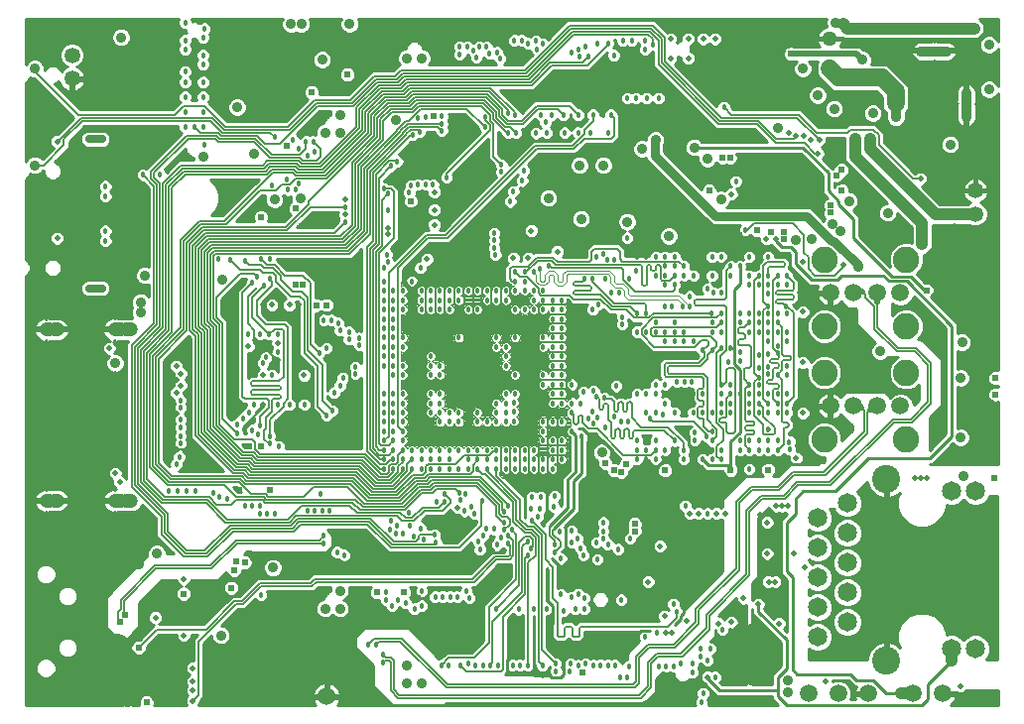
<source format=gbr>
G75*
G70*
%OFA0B0*%
%FSLAX24Y24*%
%IPPOS*%
%LPD*%
%AMOC8*
5,1,8,0,0,1.08239X$1,22.5*
%
%ADD10C,0.0356*%
%ADD11C,0.0600*%
%ADD12C,0.0531*%
%ADD13C,0.0510*%
%ADD14C,0.0709*%
%ADD15C,0.0238*%
%ADD16C,0.0472*%
%ADD17C,0.0277*%
%ADD18C,0.0591*%
%ADD19C,0.0886*%
%ADD20C,0.0650*%
%ADD21C,0.0945*%
%ADD22C,0.1699*%
%ADD23C,0.0180*%
%ADD24C,0.0237*%
%ADD25C,0.0354*%
%ADD26C,0.0198*%
%ADD27C,0.0100*%
%ADD28C,0.0050*%
%ADD29C,0.0300*%
%ADD30C,0.0400*%
%ADD31C,0.0045*%
%ADD32C,0.0295*%
%ADD33C,0.1000*%
%ADD34C,0.0500*%
%ADD35C,0.0200*%
%ADD36C,0.0070*%
%ADD37C,0.0080*%
%ADD38C,0.0600*%
D10*
X017770Y011471D03*
X018026Y012082D03*
X018636Y012338D03*
X019246Y012082D03*
X019502Y011471D03*
X019246Y010861D03*
X018636Y010605D03*
X018026Y010861D03*
X033852Y011471D03*
X034108Y012082D03*
X034719Y012338D03*
X035329Y012082D03*
X035585Y011471D03*
X035329Y010861D03*
X034719Y010605D03*
X034108Y010861D03*
X039579Y029539D03*
X039579Y029657D03*
X039579Y029775D03*
X039579Y029893D03*
X039579Y030012D03*
X039579Y030130D03*
X039579Y030248D03*
X039579Y030366D03*
X039579Y030484D03*
X040425Y031764D03*
X040504Y031764D03*
X040622Y031764D03*
X040740Y031764D03*
X040858Y031764D03*
X040976Y031764D03*
X041095Y031764D03*
X041213Y031764D03*
X041291Y031764D03*
X041941Y030366D03*
X041941Y030248D03*
X041941Y030130D03*
X041941Y030012D03*
X041941Y029893D03*
X041941Y029775D03*
X041941Y029657D03*
X041941Y029539D03*
X035585Y031156D03*
X035349Y031767D03*
X034719Y032023D03*
X034108Y031747D03*
X033852Y031156D03*
X034108Y030546D03*
X034719Y030290D03*
X035309Y030546D03*
X019502Y031156D03*
X019246Y031767D03*
X018636Y032023D03*
X018026Y031767D03*
X017770Y031156D03*
X018026Y030546D03*
X018636Y030290D03*
X019226Y030527D03*
D11*
X020452Y010082D03*
D12*
X042252Y026288D03*
X042252Y027075D03*
X011902Y030838D03*
X011902Y031625D03*
D13*
X037352Y031182D03*
X037352Y032182D03*
D14*
X035802Y027282D03*
X033452Y014432D03*
D15*
X035546Y026652D03*
X035546Y026888D03*
X035408Y027026D03*
X035172Y027026D03*
X035172Y027538D03*
X035408Y027538D03*
X035546Y027675D03*
X035546Y027912D03*
X036058Y027912D03*
X036058Y027675D03*
X036195Y027538D03*
X036432Y027538D03*
X036432Y027026D03*
X036195Y027026D03*
X036058Y026888D03*
X036058Y026652D03*
D16*
X013888Y022406D03*
X013770Y022406D03*
X013711Y022406D03*
X013554Y022406D03*
X013436Y022406D03*
X013337Y022406D03*
X011428Y022406D03*
X011310Y022406D03*
X011152Y022406D03*
X011034Y022406D03*
X011034Y016658D03*
X011152Y016658D03*
X011310Y016658D03*
X011428Y016667D03*
X013337Y016658D03*
X013436Y016658D03*
X013554Y016658D03*
X013711Y016658D03*
X013770Y016658D03*
X013888Y016658D03*
D17*
X012909Y023795D03*
X012830Y023795D03*
X012742Y023795D03*
X012643Y023795D03*
X012555Y023795D03*
X012476Y023795D03*
X012476Y028811D03*
X012555Y028811D03*
X012643Y028811D03*
X012742Y028811D03*
X012830Y028811D03*
X012909Y028811D03*
D18*
X036652Y010182D03*
X037652Y010182D03*
X038652Y010182D03*
X040152Y010182D03*
X041152Y010182D03*
X039732Y019840D03*
X038945Y019840D03*
X038157Y019840D03*
X037370Y019840D03*
X037370Y023640D03*
X038157Y023640D03*
X038945Y023640D03*
X039732Y023640D03*
D19*
X039929Y024762D03*
X039929Y022518D03*
X039929Y020962D03*
X039929Y018718D03*
X037173Y018718D03*
X037173Y020962D03*
X037173Y022518D03*
X037173Y024762D03*
D20*
X041452Y016982D03*
X042252Y016982D03*
X037952Y016582D03*
X037952Y015582D03*
X037952Y014582D03*
X037952Y013582D03*
X036952Y014082D03*
X036952Y015082D03*
X036952Y016082D03*
X036952Y013082D03*
X036952Y012082D03*
X037952Y012582D03*
X041452Y011682D03*
X042252Y011682D03*
D21*
X039252Y011282D03*
X039252Y017382D03*
D22*
X034723Y011475D03*
X018636Y011475D03*
X018636Y031160D03*
X034723Y031160D03*
D23*
X033802Y029882D03*
X031602Y030182D03*
X031202Y030182D03*
X030852Y030182D03*
X030552Y030182D03*
X030002Y029632D03*
X029402Y029632D03*
X028902Y029632D03*
X028402Y029632D03*
X028002Y029632D03*
X027802Y029382D03*
X027652Y029632D03*
X027852Y029032D03*
X027477Y029007D03*
X026802Y029032D03*
X026552Y029032D03*
X026777Y029607D03*
X026552Y029682D03*
X025777Y029557D03*
X025777Y029207D03*
X026327Y027957D03*
X026327Y027707D03*
X027077Y027757D03*
X027027Y027407D03*
X026727Y027057D03*
X026627Y026707D03*
X026077Y025657D03*
X026077Y025407D03*
X026077Y025157D03*
X026127Y024932D03*
X026786Y024343D03*
X027100Y024343D03*
X027100Y024028D03*
X026786Y024028D03*
X026786Y023713D03*
X027100Y023713D03*
X027100Y023398D03*
X026786Y023398D03*
X026786Y023083D03*
X027100Y023083D03*
X027415Y023083D03*
X027415Y023398D03*
X027415Y023713D03*
X027730Y023713D03*
X027730Y023398D03*
X027730Y023083D03*
X027730Y022768D03*
X027730Y022453D03*
X027730Y022138D03*
X027730Y021823D03*
X027730Y021508D03*
X027730Y021193D03*
X027730Y020878D03*
X027730Y020563D03*
X027730Y020248D03*
X028045Y020248D03*
X028045Y019933D03*
X028360Y019933D03*
X028360Y020248D03*
X028360Y020563D03*
X028045Y020563D03*
X028045Y020878D03*
X028045Y021193D03*
X028045Y021508D03*
X028045Y021823D03*
X028045Y022138D03*
X028045Y022453D03*
X028045Y022768D03*
X028045Y023083D03*
X028045Y023398D03*
X028360Y023398D03*
X028360Y023083D03*
X028360Y022768D03*
X028360Y022453D03*
X028360Y022138D03*
X028360Y021823D03*
X028360Y021508D03*
X028360Y021193D03*
X028360Y020878D03*
X028675Y020563D03*
X029077Y020307D03*
X029427Y020357D03*
X029532Y020142D03*
X029777Y020107D03*
X030177Y020507D03*
X030880Y020563D03*
X030880Y020248D03*
X031195Y020248D03*
X031510Y020248D03*
X031510Y020563D03*
X031825Y020563D03*
X032227Y020657D03*
X032477Y020657D03*
X032727Y020657D03*
X032770Y020248D03*
X033085Y020248D03*
X032770Y019933D03*
X032770Y019618D03*
X033085Y019618D03*
X033400Y019618D03*
X033715Y019618D03*
X034030Y019618D03*
X034030Y019933D03*
X034030Y020248D03*
X034345Y020248D03*
X034660Y020248D03*
X034974Y020248D03*
X034974Y019933D03*
X034660Y019933D03*
X034660Y019618D03*
X034974Y019618D03*
X035289Y019618D03*
X035289Y019933D03*
X035289Y020248D03*
X035604Y020248D03*
X035604Y019933D03*
X035604Y019618D03*
X035919Y019618D03*
X035919Y019933D03*
X035919Y020248D03*
X035919Y020878D03*
X035604Y020878D03*
X035289Y020917D03*
X035289Y021154D03*
X034974Y021114D03*
X034974Y020799D03*
X034974Y020563D03*
X034660Y020563D03*
X034030Y020563D03*
X033715Y020563D03*
X033715Y020248D03*
X033715Y019933D03*
X033400Y018988D03*
X033227Y018832D03*
X033400Y018673D03*
X033400Y018358D03*
X033400Y018043D03*
X033715Y018043D03*
X033715Y018358D03*
X034345Y018358D03*
X034660Y018358D03*
X034974Y018358D03*
X034974Y018673D03*
X034660Y018673D03*
X034345Y018673D03*
X035289Y018673D03*
X035289Y018358D03*
X035604Y018358D03*
X035604Y018673D03*
X035998Y018634D03*
X036002Y018382D03*
X035919Y018043D03*
X034974Y017729D03*
X034660Y017729D03*
X034345Y017729D03*
X033085Y018043D03*
X032770Y018043D03*
X032455Y018043D03*
X032140Y018043D03*
X031825Y018043D03*
X031510Y018043D03*
X031195Y018043D03*
X030880Y018043D03*
X030880Y018358D03*
X031195Y018358D03*
X031510Y018358D03*
X031825Y018358D03*
X032140Y018358D03*
X032455Y018358D03*
X032140Y018673D03*
X031510Y018673D03*
X031195Y018673D03*
X030880Y018673D03*
X030592Y019307D03*
X030342Y019307D03*
X030102Y019482D03*
X029802Y019132D03*
X029427Y019257D03*
X029552Y019457D03*
X029377Y019657D03*
X029252Y019432D03*
X028990Y019933D03*
X028675Y019933D03*
X028675Y019618D03*
X028360Y019303D03*
X028360Y018988D03*
X028360Y018673D03*
X028360Y018358D03*
X028360Y018043D03*
X028045Y018043D03*
X028045Y017729D03*
X027730Y017729D03*
X027730Y018043D03*
X027415Y018043D03*
X027415Y017729D03*
X027100Y017729D03*
X027100Y018043D03*
X026786Y018043D03*
X026786Y017729D03*
X026471Y017729D03*
X026471Y018043D03*
X026156Y018043D03*
X026156Y017729D03*
X025841Y017729D03*
X025841Y018043D03*
X025526Y018043D03*
X025526Y017729D03*
X025211Y017729D03*
X025211Y018043D03*
X025211Y018358D03*
X025526Y018358D03*
X025841Y018358D03*
X026156Y018358D03*
X026471Y018358D03*
X026786Y018358D03*
X027100Y018358D03*
X027415Y018358D03*
X027730Y018673D03*
X027730Y018988D03*
X027730Y019303D03*
X028045Y019303D03*
X028045Y018988D03*
X028045Y018673D03*
X028045Y018358D03*
X028675Y018988D03*
X029030Y018831D03*
X027282Y019982D03*
X026756Y019963D03*
X026786Y020248D03*
X026471Y020248D03*
X026471Y019933D03*
X026471Y019618D03*
X026756Y019648D03*
X026756Y019333D03*
X026471Y019303D03*
X026156Y019303D03*
X026156Y019618D03*
X026156Y019933D03*
X026156Y020248D03*
X025841Y020248D03*
X025841Y019933D03*
X025841Y019618D03*
X025841Y019303D03*
X025526Y019303D03*
X025526Y019618D03*
X025526Y019933D03*
X025526Y020248D03*
X025526Y020878D03*
X025841Y020878D03*
X026156Y020878D03*
X026471Y020878D03*
X026786Y020878D03*
X026471Y021193D03*
X026471Y021508D03*
X026471Y021823D03*
X026471Y022138D03*
X026786Y022138D03*
X026156Y022138D03*
X026156Y021823D03*
X026156Y021508D03*
X026156Y021193D03*
X025841Y021193D03*
X025841Y021508D03*
X025841Y021823D03*
X025841Y022138D03*
X025526Y022138D03*
X025526Y021823D03*
X025526Y021508D03*
X025526Y021193D03*
X024896Y021193D03*
X024896Y020878D03*
X024581Y020878D03*
X024581Y021193D03*
X024581Y021508D03*
X024896Y021508D03*
X024896Y021823D03*
X024896Y022138D03*
X024266Y021508D03*
X024266Y021193D03*
X024266Y020878D03*
X023951Y020878D03*
X023951Y021193D03*
X023951Y021508D03*
X023951Y021823D03*
X023951Y022138D03*
X023951Y023083D03*
X023951Y023398D03*
X023951Y023713D03*
X024266Y023713D03*
X024581Y023713D03*
X024896Y023713D03*
X025211Y023713D03*
X025526Y023713D03*
X025841Y023713D03*
X026156Y023713D03*
X026471Y023713D03*
X026471Y023398D03*
X026471Y023083D03*
X026156Y023083D03*
X026156Y023398D03*
X025841Y023398D03*
X025841Y023083D03*
X025526Y023083D03*
X025211Y023083D03*
X024896Y023083D03*
X024896Y023398D03*
X024581Y023398D03*
X024266Y023398D03*
X024266Y023083D03*
X024581Y023083D03*
X023636Y023083D03*
X023636Y023398D03*
X023636Y023713D03*
X023321Y023713D03*
X023321Y024028D03*
X023006Y023713D03*
X022691Y023713D03*
X022376Y023713D03*
X022376Y024028D03*
X022377Y024482D03*
X022502Y024682D03*
X022477Y024932D03*
X023602Y024482D03*
X023321Y023398D03*
X023006Y023398D03*
X022691Y023398D03*
X022376Y023398D03*
X022376Y023083D03*
X022691Y023083D03*
X023006Y023083D03*
X023321Y023083D03*
X023006Y022768D03*
X022691Y022768D03*
X022376Y022768D03*
X022376Y022453D03*
X022376Y022138D03*
X022376Y021823D03*
X022376Y021508D03*
X022376Y021193D03*
X022691Y021193D03*
X022691Y020878D03*
X023006Y020878D03*
X023006Y020563D03*
X023006Y020248D03*
X023006Y019933D03*
X023006Y019618D03*
X023006Y019303D03*
X023006Y018988D03*
X023006Y018673D03*
X023006Y018358D03*
X023006Y018043D03*
X023006Y017729D03*
X022691Y017729D03*
X022691Y018043D03*
X022376Y018043D03*
X022376Y017729D03*
X022376Y018358D03*
X022691Y018358D03*
X022691Y018673D03*
X022376Y018673D03*
X022376Y018988D03*
X022691Y018988D03*
X022691Y019303D03*
X022376Y019303D03*
X022376Y019618D03*
X022691Y019618D03*
X022691Y019933D03*
X022376Y019933D03*
X022376Y020248D03*
X022691Y020248D03*
X023422Y019942D03*
X023422Y019562D03*
X023951Y019618D03*
X023951Y019303D03*
X024266Y019303D03*
X024581Y019303D03*
X024896Y019303D03*
X024896Y019618D03*
X024581Y019618D03*
X024266Y019618D03*
X024266Y019933D03*
X024581Y019933D03*
X024896Y019933D03*
X024896Y020248D03*
X024581Y020248D03*
X024266Y020248D03*
X023951Y020248D03*
X023951Y019933D03*
X023542Y018822D03*
X023636Y018358D03*
X023636Y018043D03*
X023636Y017729D03*
X023951Y017729D03*
X023951Y018043D03*
X024266Y018043D03*
X024266Y017729D03*
X024581Y017729D03*
X024581Y018043D03*
X024581Y018358D03*
X024896Y018358D03*
X024612Y018732D03*
X024232Y018732D03*
X024266Y018358D03*
X023951Y018358D03*
X023321Y018358D03*
X023321Y018043D03*
X023321Y017729D03*
X024402Y016882D03*
X024402Y016632D03*
X024152Y016632D03*
X024952Y016682D03*
X024902Y016932D03*
X025127Y016882D03*
X025327Y016457D03*
X025427Y016232D03*
X025077Y016307D03*
X025677Y016657D03*
X026427Y016282D03*
X026552Y016482D03*
X026427Y015932D03*
X026427Y015682D03*
X026552Y015482D03*
X026677Y015682D03*
X026302Y015407D03*
X026177Y015182D03*
X026552Y015232D03*
X027202Y015282D03*
X027302Y015057D03*
X027227Y014832D03*
X028102Y014932D03*
X028102Y015182D03*
X028277Y015607D03*
X028677Y015657D03*
X028877Y015382D03*
X028677Y015257D03*
X028977Y015057D03*
X029077Y014832D03*
X029552Y014682D03*
X029527Y015257D03*
X029752Y015382D03*
X029752Y015632D03*
X029752Y015932D03*
X029902Y015182D03*
X030252Y015032D03*
X030652Y015382D03*
X032502Y016482D03*
X033252Y016232D03*
X032827Y018697D03*
X032827Y018947D03*
X032140Y019618D03*
X032140Y019933D03*
X031825Y019933D03*
X031746Y019540D03*
X031510Y019618D03*
X031327Y019432D03*
X031185Y019628D03*
X032140Y020248D03*
X032455Y020248D03*
X031195Y020563D03*
X031825Y022020D03*
X031825Y022335D03*
X032140Y022335D03*
X032140Y022650D03*
X032455Y022335D03*
X032455Y022020D03*
X032770Y022020D03*
X033085Y021705D03*
X033400Y021705D03*
X033715Y021784D03*
X034030Y021784D03*
X034345Y021666D03*
X034345Y021351D03*
X033951Y021311D03*
X034974Y021547D03*
X035289Y021587D03*
X035604Y021626D03*
X035604Y021862D03*
X035289Y022020D03*
X035289Y022335D03*
X034974Y022335D03*
X034660Y022335D03*
X034660Y022650D03*
X034974Y022650D03*
X034974Y022965D03*
X034660Y022965D03*
X034345Y022965D03*
X034345Y022650D03*
X033715Y022650D03*
X033715Y022965D03*
X033370Y022965D03*
X033400Y022650D03*
X033400Y022335D03*
X033715Y022335D03*
X032652Y023182D03*
X032402Y023182D03*
X032052Y023182D03*
X031802Y023182D03*
X031510Y022650D03*
X031510Y022335D03*
X031195Y022335D03*
X030880Y022335D03*
X030377Y022582D03*
X030377Y022832D03*
X030880Y022965D03*
X031195Y022965D03*
X031825Y023910D03*
X031825Y024225D03*
X031825Y024540D03*
X031825Y024854D03*
X032140Y024854D03*
X032140Y024540D03*
X032455Y024540D03*
X032770Y024540D03*
X032770Y024854D03*
X033085Y024854D03*
X033400Y024854D03*
X033400Y024540D03*
X033400Y024225D03*
X033252Y023782D03*
X033452Y023657D03*
X033702Y023657D03*
X034030Y024225D03*
X034030Y024540D03*
X034345Y024540D03*
X034345Y024854D03*
X034660Y024854D03*
X034974Y024854D03*
X035289Y024854D03*
X035289Y024225D03*
X034974Y024225D03*
X034660Y024225D03*
X034660Y023910D03*
X034974Y023910D03*
X035289Y023910D03*
X035289Y023634D03*
X035604Y023910D03*
X035604Y024225D03*
X035919Y024225D03*
X036027Y024482D03*
X035919Y023910D03*
X035880Y023201D03*
X035919Y022965D03*
X035604Y022965D03*
X035289Y022965D03*
X035289Y023201D03*
X035289Y022650D03*
X035604Y022650D03*
X035604Y022335D03*
X035919Y022335D03*
X035919Y022020D03*
X035919Y021193D03*
X035289Y019067D03*
X032140Y022020D03*
X032652Y023532D03*
X032352Y023732D03*
X032140Y023910D03*
X032140Y024225D03*
X032455Y024225D03*
X032770Y024225D03*
X033715Y024854D03*
X034527Y025757D03*
X034202Y027392D03*
X031510Y024854D03*
X031195Y024854D03*
X030880Y024854D03*
X030852Y024382D03*
X030627Y024107D03*
X030277Y023657D03*
X030027Y023657D03*
X029827Y024107D03*
X029377Y024107D03*
X029127Y024107D03*
X029527Y024857D03*
X029752Y024957D03*
X029877Y024757D03*
X030127Y024757D03*
X030552Y025482D03*
X031510Y024225D03*
X029577Y023257D03*
X029397Y023087D03*
X027927Y024557D03*
X027627Y024457D03*
X027415Y024343D03*
X024477Y027532D03*
X024027Y027282D03*
X023777Y027282D03*
X023527Y027282D03*
X023277Y027257D03*
X023227Y027007D03*
X022527Y026982D03*
X022377Y027157D03*
X022627Y027907D03*
X022827Y028057D03*
X023352Y028957D03*
X023577Y029057D03*
X023527Y029507D03*
X023777Y029557D03*
X024327Y029582D03*
X024327Y029332D03*
X024327Y029082D03*
X024927Y031657D03*
X024927Y031907D03*
X025177Y031907D03*
X025377Y031782D03*
X025577Y031907D03*
X025827Y031907D03*
X025927Y031682D03*
X026177Y031732D03*
X026277Y031507D03*
X026752Y032132D03*
X027002Y032132D03*
X027227Y032032D03*
X027477Y032107D03*
X027702Y032007D03*
X027527Y031832D03*
X028677Y031707D03*
X028902Y031832D03*
X028952Y031582D03*
X029252Y031582D03*
X029152Y031932D03*
X029552Y032032D03*
X029902Y032032D03*
X030102Y031632D03*
X030402Y032132D03*
X030702Y032132D03*
X031152Y032132D03*
X031402Y031982D03*
X031152Y031832D03*
X029902Y029032D03*
X029302Y029032D03*
X028902Y029032D03*
X028452Y029032D03*
X025477Y031557D03*
X020052Y028382D03*
X019802Y028257D03*
X019502Y028482D03*
X019752Y028732D03*
X020002Y028732D03*
X019302Y028782D03*
X018702Y028882D03*
X019102Y027457D03*
X019152Y027107D03*
X019402Y027107D03*
X019527Y027307D03*
X018627Y027257D03*
X021077Y026532D03*
X021077Y026032D03*
X022527Y026432D03*
X018552Y024782D03*
X018252Y024782D03*
X017702Y024732D03*
X017232Y024752D03*
X016825Y024776D03*
X017952Y023982D03*
X018102Y024182D03*
X018352Y023882D03*
X018552Y024132D03*
X020352Y022732D03*
X020602Y022732D03*
X020852Y022632D03*
X020902Y022382D03*
X021202Y022332D03*
X021202Y022082D03*
X021552Y022132D03*
X021552Y021882D03*
X021422Y021142D03*
X021422Y020912D03*
X021002Y020782D03*
X020902Y020532D03*
X020702Y020282D03*
X020652Y019682D03*
X020452Y019532D03*
X019702Y019882D03*
X019202Y019877D03*
X018802Y019882D03*
X018002Y019882D03*
X017852Y019632D03*
X017652Y019432D03*
X017452Y019232D03*
X017452Y018932D03*
X017952Y019032D03*
X018152Y018882D03*
X018202Y019182D03*
X018552Y018832D03*
X018552Y018582D03*
X018852Y018482D03*
X020252Y016882D03*
X020302Y016332D03*
X020552Y016332D03*
X020052Y016332D03*
X019802Y016332D03*
X020352Y015482D03*
X020352Y015232D03*
X020802Y014932D03*
X021052Y014832D03*
X021427Y014812D03*
X022577Y015682D03*
X022777Y015557D03*
X023027Y015557D03*
X023252Y015812D03*
X023602Y015732D03*
X023377Y015457D03*
X023727Y015357D03*
X024077Y015507D03*
X024127Y015257D03*
X022802Y015832D03*
X022627Y015982D03*
X023212Y016242D03*
X024896Y017729D03*
X025702Y018742D03*
X026082Y018732D03*
X026462Y018732D03*
X027172Y019252D03*
X027352Y016782D03*
X027652Y016782D03*
X027602Y016382D03*
X027552Y016132D03*
X027352Y015982D03*
X027302Y016382D03*
X028077Y016457D03*
X028127Y016807D03*
X026077Y015707D03*
X025827Y015707D03*
X025702Y015482D03*
X025552Y015282D03*
X025602Y015032D03*
X025152Y013632D03*
X025252Y013382D03*
X024852Y013432D03*
X024602Y013432D03*
X024352Y013432D03*
X024102Y013432D03*
X023652Y013632D03*
X023652Y013132D03*
X023402Y013032D03*
X023102Y013232D03*
X022852Y013332D03*
X022652Y013132D03*
X022452Y013332D03*
X022452Y013582D03*
X022102Y011832D03*
X021852Y011832D03*
X022352Y011482D03*
X022352Y011232D03*
X024302Y011132D03*
X024552Y011132D03*
X024952Y011132D03*
X025202Y011182D03*
X025452Y011132D03*
X025702Y011132D03*
X025952Y011132D03*
X026202Y011132D03*
X026702Y011132D03*
X026952Y011132D03*
X027202Y011132D03*
X027702Y011132D03*
X028152Y011182D03*
X028152Y010932D03*
X028602Y010932D03*
X028652Y011182D03*
X028902Y011132D03*
X029152Y011182D03*
X029402Y011132D03*
X029652Y011132D03*
X029902Y011132D03*
X030152Y011132D03*
X030302Y010732D03*
X030552Y010732D03*
X030602Y011082D03*
X031602Y011082D03*
X031852Y011082D03*
X032102Y011082D03*
X032352Y011182D03*
X032752Y011182D03*
X032752Y010882D03*
X033252Y011282D03*
X033002Y011432D03*
X033002Y011682D03*
X033352Y011682D03*
X033752Y012332D03*
X032202Y012932D03*
X032102Y013182D03*
X031552Y012232D03*
X031152Y012082D03*
X030352Y013332D03*
X029102Y013382D03*
X028902Y013507D03*
X028677Y013407D03*
X028327Y013507D03*
X028427Y012957D03*
X028802Y013032D03*
X029102Y013032D03*
X027852Y013032D03*
X027402Y013032D03*
X026902Y013007D03*
X026152Y013032D03*
X028327Y014707D03*
X033502Y010732D03*
X033102Y010182D03*
X033052Y009882D03*
X023422Y021022D03*
X023006Y021193D03*
X022691Y021508D03*
X022691Y021823D03*
X022691Y022138D03*
X022691Y022453D03*
X023006Y022453D03*
X023006Y022138D03*
X023006Y021823D03*
X020452Y021782D03*
X020202Y021632D03*
X018813Y021666D03*
X018419Y021862D03*
X018124Y021862D03*
X018223Y022256D03*
X018518Y022256D03*
X018813Y022256D03*
X018419Y021469D03*
X018321Y021272D03*
X018026Y021272D03*
X018616Y020878D03*
X018813Y021075D03*
X017829Y022256D03*
X017435Y021666D03*
X015552Y020032D03*
X015552Y019782D03*
X015552Y019382D03*
X015552Y019132D03*
X015552Y018832D03*
X015552Y018582D03*
X015502Y018132D03*
X015402Y017882D03*
X015452Y016982D03*
X015752Y016982D03*
X016052Y016982D03*
X016652Y016932D03*
X016852Y016782D03*
X017102Y016732D03*
X017702Y016482D03*
X017952Y016482D03*
X018202Y016482D03*
X018202Y016232D03*
X018452Y016232D03*
X018702Y016232D03*
X018252Y013482D03*
X015152Y016982D03*
X013027Y025382D03*
X013027Y025732D03*
X013027Y026882D03*
X013027Y027232D03*
X014277Y027607D03*
X014852Y027607D03*
X016352Y028632D03*
X016302Y029232D03*
X016002Y029232D03*
X015702Y029232D03*
X015702Y029732D03*
X016302Y029732D03*
X016302Y030232D03*
X016302Y030732D03*
X016302Y031332D03*
X016302Y031632D03*
X016302Y032232D03*
X016352Y032532D03*
X015702Y032732D03*
X015702Y032132D03*
X015702Y031832D03*
X015702Y031082D03*
X015702Y030732D03*
X015702Y030232D03*
D24*
X019102Y028582D03*
X019952Y030382D03*
X021152Y030982D03*
X024052Y029582D03*
X023277Y026732D03*
X023302Y026432D03*
X023302Y025732D03*
X023852Y025132D03*
X020202Y023932D03*
X019652Y023932D03*
X019402Y023932D03*
X020102Y023232D03*
X020452Y023232D03*
X019602Y025882D03*
X019402Y026482D03*
X018252Y026182D03*
X017902Y026082D03*
X010644Y030721D03*
X017852Y018482D03*
X018252Y018482D03*
X018552Y017007D03*
X017502Y017007D03*
X017852Y014882D03*
X017702Y014582D03*
X017402Y014632D03*
X017352Y014332D03*
X017252Y013732D03*
X017602Y013632D03*
X015652Y013532D03*
X013677Y012832D03*
X013502Y012582D03*
X014152Y011732D03*
X014402Y009882D03*
X012902Y009882D03*
X022152Y013582D03*
X023052Y013582D03*
X023502Y013382D03*
X025352Y015882D03*
X029802Y017932D03*
X030152Y017982D03*
X030102Y017682D03*
X030352Y017632D03*
X030502Y017882D03*
X031195Y017679D03*
X031510Y017679D03*
X031825Y017679D03*
X030802Y015882D03*
X030802Y015632D03*
X034030Y017689D03*
X035289Y017689D03*
X040602Y023732D03*
X042927Y020782D03*
X042927Y020232D03*
X042927Y018732D03*
X042877Y017407D03*
X035832Y025442D03*
X035832Y025682D03*
X035392Y025682D03*
X034902Y025742D03*
X034327Y025582D03*
X033302Y027082D03*
X033762Y028182D03*
X034002Y028182D03*
X037382Y026582D03*
X037382Y026337D03*
X037752Y027082D03*
X037582Y027602D03*
X037752Y027772D03*
X036052Y031682D03*
X029052Y010882D03*
D25*
X023652Y010532D03*
X023152Y010532D03*
X023152Y011132D03*
X020902Y013032D03*
X020402Y013032D03*
X020402Y013632D03*
X020902Y013632D03*
X019602Y014232D03*
X018652Y014407D03*
X016902Y012132D03*
X014652Y011701D03*
X013402Y011682D03*
X013052Y011682D03*
X014152Y014532D03*
X014752Y014882D03*
X011052Y018832D03*
X013352Y021282D03*
X014202Y022982D03*
X014202Y023332D03*
X014352Y024232D03*
X012702Y026303D03*
X010652Y024682D03*
X010652Y027932D03*
X010652Y031182D03*
X010952Y032682D03*
X013552Y032232D03*
X017452Y029882D03*
X018552Y029682D03*
X018002Y028332D03*
X017452Y027282D03*
X016302Y028232D03*
X015702Y028232D03*
X018702Y026782D03*
X019577Y026807D03*
X020402Y029032D03*
X020902Y029032D03*
X020902Y029632D03*
X020402Y029632D03*
X020302Y031482D03*
X020902Y031482D03*
X021227Y032682D03*
X019602Y032682D03*
X019252Y032682D03*
X022652Y031207D03*
X023152Y031532D03*
X023652Y031532D03*
X023652Y032132D03*
X023152Y032132D03*
X022777Y029457D03*
X027902Y026832D03*
X027752Y026282D03*
X028302Y026282D03*
X029002Y026132D03*
X030552Y026032D03*
X031152Y026082D03*
X031952Y025557D03*
X032852Y026032D03*
X033702Y026782D03*
X033252Y028157D03*
X032802Y028532D03*
X031902Y028432D03*
X031502Y028782D03*
X031052Y028482D03*
X030652Y029382D03*
X029752Y027932D03*
X028952Y027932D03*
X030152Y027232D03*
X035627Y029182D03*
X036952Y030282D03*
X036952Y030732D03*
X036452Y031182D03*
X037502Y029832D03*
X037702Y029332D03*
X038202Y028832D03*
X038702Y028832D03*
X038802Y029682D03*
X039902Y028882D03*
X041402Y028632D03*
X042702Y030482D03*
X042702Y031982D03*
X042202Y032532D03*
X038452Y031482D03*
X037552Y032732D03*
X038002Y026732D03*
X037452Y025957D03*
X037702Y025707D03*
X036752Y025457D03*
X036222Y025432D03*
X038302Y024532D03*
X039202Y025132D03*
X040452Y025282D03*
X039302Y026332D03*
X042252Y023582D03*
X041802Y021982D03*
X042252Y021082D03*
X041752Y020782D03*
X042252Y020332D03*
X042252Y018732D03*
X041752Y018782D03*
X041852Y017482D03*
X041652Y016282D03*
X042152Y015782D03*
X042652Y016282D03*
X042852Y015332D03*
X042652Y014532D03*
X042152Y014032D03*
X042652Y013532D03*
X042152Y013032D03*
X041652Y013532D03*
X040952Y013982D03*
X041152Y014532D03*
X041502Y015282D03*
X040652Y015282D03*
X040052Y014932D03*
X039952Y015582D03*
X039252Y015682D03*
X038652Y016032D03*
X039252Y016432D03*
X038652Y016782D03*
X038652Y015282D03*
X039252Y014932D03*
X038652Y014282D03*
X038652Y013282D03*
X039252Y013432D03*
X039902Y013782D03*
X039902Y013032D03*
X039252Y012432D03*
X038652Y012282D03*
X040902Y013032D03*
X041652Y012532D03*
X042402Y012282D03*
X042852Y012782D03*
X041152Y015782D03*
X039262Y020542D03*
X039052Y021682D03*
X040552Y022132D03*
X038002Y022432D03*
X029702Y018282D03*
X035952Y010632D03*
X035952Y010232D03*
X016952Y024082D03*
D26*
X017552Y023932D03*
X018321Y023240D03*
X018616Y023240D03*
X018911Y023240D03*
X019207Y023240D03*
X019502Y023240D03*
X018813Y021961D03*
X018813Y021370D03*
X018321Y020878D03*
X018302Y019882D03*
X019581Y019658D03*
X019699Y020878D03*
X017829Y021862D03*
X015552Y020932D03*
X015402Y020732D03*
X015552Y020532D03*
X015402Y020282D03*
X015402Y019582D03*
X015402Y018382D03*
X013502Y017282D03*
X013352Y017582D03*
X013352Y017982D03*
X013352Y018547D03*
X013352Y019138D03*
X013352Y019729D03*
X013352Y020910D03*
X013152Y021782D03*
X015402Y021182D03*
X011402Y025482D03*
X011402Y028732D03*
X021077Y026782D03*
X021077Y026282D03*
X022527Y025832D03*
X022527Y025632D03*
X023827Y024782D03*
X024077Y025932D03*
X024077Y026432D03*
X024077Y027032D03*
X024152Y028032D03*
X027327Y025732D03*
X028202Y025032D03*
X027227Y024807D03*
X026727Y024807D03*
X034052Y026962D03*
X035227Y025457D03*
X035542Y025452D03*
X036452Y024697D03*
X036452Y023857D03*
X036452Y023007D03*
X036452Y022157D03*
X036452Y021307D03*
X036452Y020457D03*
X036452Y019607D03*
X036452Y018767D03*
X036227Y018082D03*
X035952Y016482D03*
X035752Y016482D03*
X035552Y016482D03*
X035202Y016232D03*
X035002Y016182D03*
X035252Y015932D03*
X035252Y014882D03*
X036152Y014882D03*
X036502Y014432D03*
X035852Y013932D03*
X035502Y013932D03*
X035302Y013932D03*
X034952Y013182D03*
X034452Y013382D03*
X034052Y012582D03*
X033602Y012532D03*
X032552Y012632D03*
X032052Y012232D03*
X031852Y012232D03*
X031802Y012782D03*
X031152Y013032D03*
X030952Y012882D03*
X030752Y012882D03*
X031252Y013932D03*
X031002Y014632D03*
X031652Y015132D03*
X032652Y016232D03*
X032952Y016232D03*
X033552Y016232D03*
X033852Y016232D03*
X030152Y015482D03*
X029802Y017582D03*
X026427Y014982D03*
X024852Y016432D03*
X027702Y010782D03*
X033252Y010732D03*
X035652Y012532D03*
X037202Y010582D03*
X041752Y010432D03*
X040602Y017432D03*
X040402Y017432D03*
X040202Y017432D03*
X037802Y024582D03*
X040402Y027482D03*
X041552Y025882D03*
X037002Y028782D03*
X036702Y028782D03*
X036477Y028907D03*
X036227Y028907D03*
X035977Y029007D03*
X036952Y028332D03*
X032602Y031532D03*
X032002Y031532D03*
X032002Y032182D03*
X032602Y032182D03*
X033102Y032182D03*
X033502Y032182D03*
X015652Y014032D03*
X014702Y012732D03*
X015652Y012132D03*
X015952Y011032D03*
X015952Y010582D03*
X015952Y010282D03*
X015952Y009932D03*
D27*
X010352Y009782D02*
X010352Y024211D01*
X010376Y024221D01*
X010462Y024307D01*
X010509Y024420D01*
X010509Y024543D01*
X010462Y024656D01*
X010376Y024742D01*
X010352Y024752D01*
X010352Y027461D01*
X010376Y027471D01*
X010462Y027557D01*
X010497Y027642D01*
X010587Y027604D01*
X010717Y027604D01*
X010837Y027654D01*
X010929Y027746D01*
X010933Y027757D01*
X010944Y027757D01*
X010944Y027670D01*
X010991Y027557D01*
X011077Y027471D01*
X011190Y027424D01*
X011313Y027424D01*
X011426Y027471D01*
X011512Y027557D01*
X011559Y027670D01*
X011559Y027793D01*
X011512Y027906D01*
X011426Y027992D01*
X011313Y028039D01*
X011306Y028039D01*
X011802Y028534D01*
X011802Y028679D01*
X011802Y028734D01*
X012324Y029257D01*
X015462Y029257D01*
X015462Y029184D01*
X015498Y029096D01*
X015566Y029028D01*
X015591Y029018D01*
X015577Y029004D01*
X014391Y027819D01*
X014324Y027847D01*
X014229Y027847D01*
X014141Y027810D01*
X011552Y027810D01*
X011559Y027712D02*
X014060Y027712D01*
X014073Y027743D02*
X014037Y027654D01*
X014037Y027559D01*
X014073Y027471D01*
X014141Y027403D01*
X014229Y027367D01*
X014269Y027367D01*
X014477Y027159D01*
X014477Y024534D01*
X014417Y024559D01*
X014287Y024559D01*
X014166Y024509D01*
X014074Y024417D01*
X014024Y024297D01*
X014024Y024167D01*
X014074Y024046D01*
X014166Y023954D01*
X014287Y023904D01*
X014417Y023904D01*
X014477Y023929D01*
X014477Y023519D01*
X014387Y023609D01*
X014267Y023659D01*
X014137Y023659D01*
X014016Y023609D01*
X013924Y023517D01*
X013874Y023397D01*
X013874Y023267D01*
X013920Y023157D01*
X013874Y023047D01*
X013874Y022917D01*
X013924Y022796D01*
X013929Y022792D01*
X013811Y022792D01*
X013788Y022792D01*
X013634Y022792D01*
X013632Y022791D01*
X013630Y022792D01*
X013512Y022792D01*
X013466Y022792D01*
X013418Y022812D01*
X013366Y022812D01*
X013366Y022792D01*
X013359Y022792D01*
X013308Y022771D01*
X013308Y022812D01*
X013256Y022812D01*
X013107Y022750D01*
X012993Y022636D01*
X012931Y022486D01*
X012931Y022434D01*
X013049Y022434D01*
X013049Y022377D01*
X012931Y022377D01*
X012931Y022325D01*
X012993Y022176D01*
X013107Y022061D01*
X013181Y022031D01*
X013102Y022031D01*
X013011Y021993D01*
X012941Y021923D01*
X012903Y021831D01*
X012903Y021732D01*
X012941Y021641D01*
X013011Y021571D01*
X013102Y021533D01*
X013140Y021533D01*
X013074Y021467D01*
X013024Y021347D01*
X013024Y021217D01*
X013074Y021096D01*
X013166Y021004D01*
X013287Y020954D01*
X013417Y020954D01*
X013537Y021004D01*
X013629Y021096D01*
X013679Y021217D01*
X013679Y021347D01*
X013629Y021467D01*
X013537Y021559D01*
X013417Y021609D01*
X013331Y021609D01*
X013363Y021641D01*
X013401Y021732D01*
X013401Y021831D01*
X013363Y021923D01*
X013293Y021993D01*
X013276Y021999D01*
X013308Y021999D01*
X013308Y022040D01*
X013359Y022019D01*
X013366Y022019D01*
X013366Y021999D01*
X013418Y021999D01*
X013466Y022019D01*
X013512Y022019D01*
X013630Y022019D01*
X013632Y022020D01*
X013634Y022019D01*
X013788Y022019D01*
X013792Y022019D01*
X013727Y021954D01*
X013727Y021809D01*
X013727Y017389D01*
X013713Y017423D01*
X013643Y017493D01*
X013593Y017513D01*
X013601Y017532D01*
X013601Y017631D01*
X013563Y017723D01*
X013493Y017793D01*
X013401Y017831D01*
X013302Y017831D01*
X013211Y017793D01*
X013141Y017723D01*
X013103Y017631D01*
X013103Y017532D01*
X013141Y017441D01*
X013211Y017371D01*
X013260Y017350D01*
X013253Y017331D01*
X013253Y017232D01*
X013291Y017141D01*
X013361Y017071D01*
X013377Y017064D01*
X013366Y017064D01*
X013366Y017044D01*
X013359Y017044D01*
X013308Y017023D01*
X013308Y017064D01*
X013256Y017064D01*
X013107Y017002D01*
X012993Y016888D01*
X012931Y016738D01*
X012931Y016686D01*
X013049Y016686D01*
X013049Y016629D01*
X012931Y016629D01*
X012931Y016577D01*
X012993Y016428D01*
X013107Y016313D01*
X013256Y016251D01*
X013308Y016251D01*
X013308Y016292D01*
X013359Y016271D01*
X013366Y016271D01*
X013366Y016251D01*
X013418Y016251D01*
X013466Y016271D01*
X013512Y016271D01*
X013630Y016271D01*
X013632Y016272D01*
X013634Y016271D01*
X013788Y016271D01*
X013811Y016271D01*
X013965Y016271D01*
X014107Y016330D01*
X014216Y016439D01*
X014254Y016532D01*
X014727Y016059D01*
X014727Y015459D01*
X014829Y015357D01*
X015304Y014882D01*
X015079Y014882D01*
X015079Y014947D01*
X015029Y015067D01*
X014937Y015159D01*
X014817Y015209D01*
X014687Y015209D01*
X014566Y015159D01*
X014474Y015067D01*
X014424Y014947D01*
X014424Y014817D01*
X014428Y014808D01*
X013052Y013432D01*
X013052Y012382D01*
X013352Y012082D01*
X013602Y012082D01*
X013602Y009782D01*
X010352Y009782D01*
X010352Y009875D02*
X013602Y009875D01*
X013602Y009974D02*
X010352Y009974D01*
X010352Y010072D02*
X013602Y010072D01*
X013602Y010171D02*
X010352Y010171D01*
X010352Y010269D02*
X013602Y010269D01*
X013602Y010368D02*
X010352Y010368D01*
X010352Y010467D02*
X013602Y010467D01*
X013602Y010565D02*
X010352Y010565D01*
X010352Y010664D02*
X013602Y010664D01*
X013602Y010762D02*
X011242Y010762D01*
X011219Y010739D02*
X011316Y010836D01*
X011369Y010964D01*
X011369Y011102D01*
X011316Y011229D01*
X011219Y011327D01*
X011091Y011380D01*
X010953Y011380D01*
X010826Y011327D01*
X010728Y011229D01*
X010675Y011102D01*
X010675Y010964D01*
X010728Y010836D01*
X010826Y010739D01*
X010953Y010686D01*
X011091Y010686D01*
X011219Y010739D01*
X011326Y010861D02*
X013602Y010861D01*
X013602Y010959D02*
X011367Y010959D01*
X011369Y011058D02*
X013602Y011058D01*
X013602Y011156D02*
X011346Y011156D01*
X011291Y011255D02*
X013602Y011255D01*
X013602Y011353D02*
X011154Y011353D01*
X010890Y011353D02*
X010352Y011353D01*
X010352Y011255D02*
X010754Y011255D01*
X010698Y011156D02*
X010352Y011156D01*
X010352Y011058D02*
X010675Y011058D01*
X010677Y010959D02*
X010352Y010959D01*
X010352Y010861D02*
X010718Y010861D01*
X010802Y010762D02*
X010352Y010762D01*
X010352Y011452D02*
X011528Y011452D01*
X011555Y011425D02*
X011683Y011372D01*
X011821Y011372D01*
X011948Y011425D01*
X012046Y011522D01*
X012098Y011650D01*
X012098Y011788D01*
X012046Y011915D01*
X011948Y012013D01*
X011821Y012065D01*
X011683Y012065D01*
X011555Y012013D01*
X011458Y011915D01*
X011405Y011788D01*
X011405Y011650D01*
X011458Y011522D01*
X011555Y011425D01*
X011446Y011551D02*
X010352Y011551D01*
X010352Y011649D02*
X011405Y011649D01*
X011405Y011748D02*
X010352Y011748D01*
X010352Y011846D02*
X011429Y011846D01*
X011487Y011945D02*
X010352Y011945D01*
X010352Y012043D02*
X011629Y012043D01*
X011874Y012043D02*
X013602Y012043D01*
X013602Y011945D02*
X012016Y011945D01*
X012074Y011846D02*
X013602Y011846D01*
X013602Y011748D02*
X012098Y011748D01*
X012098Y011649D02*
X013602Y011649D01*
X013602Y011551D02*
X012057Y011551D01*
X011975Y011452D02*
X013602Y011452D01*
X013902Y011452D02*
X015977Y011452D01*
X015977Y011551D02*
X014351Y011551D01*
X014379Y011579D02*
X014420Y011678D01*
X014420Y011753D01*
X014824Y012157D01*
X015403Y012157D01*
X015403Y012082D01*
X015441Y011991D01*
X015511Y011921D01*
X015602Y011883D01*
X015701Y011883D01*
X015793Y011921D01*
X015863Y011991D01*
X015901Y012082D01*
X015901Y012157D01*
X016129Y012157D01*
X015977Y012004D01*
X015977Y011859D01*
X015977Y011281D01*
X015902Y011281D01*
X015811Y011243D01*
X015741Y011173D01*
X015703Y011081D01*
X015703Y010982D01*
X015741Y010891D01*
X015811Y010821D01*
X015844Y010807D01*
X015811Y010793D01*
X015741Y010723D01*
X015703Y010631D01*
X015703Y010532D01*
X015741Y010441D01*
X015749Y010432D01*
X015741Y010423D01*
X015703Y010331D01*
X015703Y010232D01*
X015741Y010141D01*
X015774Y010107D01*
X015741Y010073D01*
X015703Y009981D01*
X015703Y009882D01*
X015741Y009791D01*
X015749Y009782D01*
X014651Y009782D01*
X014670Y009828D01*
X014670Y009935D01*
X014629Y010034D01*
X014554Y010109D01*
X014455Y010150D01*
X014348Y010150D01*
X014249Y010109D01*
X014174Y010034D01*
X014133Y009935D01*
X014133Y009828D01*
X014152Y009782D01*
X013902Y009782D01*
X013902Y011633D01*
X013924Y011579D01*
X013999Y011504D01*
X014098Y011463D01*
X014205Y011463D01*
X014304Y011504D01*
X014379Y011579D01*
X014408Y011649D02*
X015977Y011649D01*
X015977Y011748D02*
X014420Y011748D01*
X014514Y011846D02*
X015977Y011846D01*
X015977Y011945D02*
X015817Y011945D01*
X015885Y012043D02*
X016016Y012043D01*
X016114Y012142D02*
X015901Y012142D01*
X015486Y011945D02*
X014612Y011945D01*
X014711Y012043D02*
X015419Y012043D01*
X015403Y012142D02*
X014809Y012142D01*
X014577Y012404D02*
X014173Y012000D01*
X014098Y012000D01*
X013999Y011959D01*
X013924Y011884D01*
X013902Y011830D01*
X013902Y012182D01*
X014152Y012432D01*
X014152Y013232D01*
X014902Y013982D01*
X015403Y013982D01*
X015441Y013891D01*
X015511Y013821D01*
X015579Y013792D01*
X015499Y013759D01*
X015424Y013684D01*
X015383Y013585D01*
X015383Y013478D01*
X015424Y013379D01*
X015499Y013304D01*
X015598Y013263D01*
X015705Y013263D01*
X015804Y013304D01*
X015879Y013379D01*
X015920Y013478D01*
X015920Y013585D01*
X015879Y013684D01*
X015804Y013759D01*
X015725Y013792D01*
X015793Y013821D01*
X015863Y013891D01*
X015900Y013982D01*
X016802Y013982D01*
X017087Y014267D01*
X017124Y014179D01*
X017199Y014104D01*
X017298Y014063D01*
X017405Y014063D01*
X017504Y014104D01*
X017579Y014179D01*
X017620Y014278D01*
X017620Y014324D01*
X017648Y014313D01*
X017755Y014313D01*
X017854Y014354D01*
X017929Y014429D01*
X017970Y014528D01*
X017970Y014635D01*
X017929Y014734D01*
X017854Y014809D01*
X017755Y014850D01*
X017670Y014850D01*
X017752Y014932D01*
X020452Y014932D01*
X020652Y015132D01*
X020652Y015482D01*
X020583Y015550D01*
X020555Y015618D01*
X020491Y015682D01*
X021754Y015682D01*
X022529Y014907D01*
X022674Y014907D01*
X024974Y014907D01*
X025077Y015009D01*
X025312Y015244D01*
X025312Y015234D01*
X025348Y015146D01*
X025377Y015117D01*
X025362Y015079D01*
X025362Y014984D01*
X025398Y014896D01*
X025466Y014828D01*
X025554Y014792D01*
X025649Y014792D01*
X025738Y014828D01*
X025805Y014896D01*
X025842Y014984D01*
X025842Y015079D01*
X025805Y015168D01*
X025776Y015197D01*
X025937Y015197D01*
X025937Y015229D02*
X025937Y015134D01*
X025973Y015046D01*
X026041Y014978D01*
X026093Y014957D01*
X026029Y014957D01*
X025927Y014854D01*
X025279Y014207D01*
X019979Y014207D01*
X019877Y014104D01*
X019829Y014057D01*
X018129Y014057D01*
X018027Y013954D01*
X017529Y013457D01*
X017279Y013457D01*
X017177Y013354D01*
X016329Y012507D01*
X014809Y012507D01*
X014843Y012521D01*
X014913Y012591D01*
X014951Y012682D01*
X014951Y012781D01*
X014913Y012873D01*
X014843Y012943D01*
X014751Y012981D01*
X014652Y012981D01*
X014561Y012943D01*
X014491Y012873D01*
X014453Y012781D01*
X014453Y012682D01*
X014491Y012591D01*
X014561Y012521D01*
X014652Y012483D01*
X014655Y012483D01*
X014577Y012404D01*
X014610Y012437D02*
X014152Y012437D01*
X014152Y012536D02*
X014545Y012536D01*
X014472Y012634D02*
X014152Y012634D01*
X014152Y012733D02*
X014453Y012733D01*
X014474Y012832D02*
X014152Y012832D01*
X014152Y012930D02*
X014548Y012930D01*
X014855Y012930D02*
X016753Y012930D01*
X016851Y013029D02*
X014152Y013029D01*
X014152Y013127D02*
X016950Y013127D01*
X017048Y013226D02*
X014152Y013226D01*
X014244Y013324D02*
X015479Y013324D01*
X015406Y013423D02*
X014343Y013423D01*
X014441Y013521D02*
X015383Y013521D01*
X015397Y013620D02*
X014540Y013620D01*
X014638Y013718D02*
X015458Y013718D01*
X015519Y013817D02*
X014737Y013817D01*
X014836Y013916D02*
X015430Y013916D01*
X015784Y013817D02*
X016996Y013817D01*
X016983Y013785D02*
X017024Y013884D01*
X017099Y013959D01*
X017198Y014000D01*
X017305Y014000D01*
X017404Y013959D01*
X017479Y013884D01*
X017520Y013785D01*
X017520Y013678D01*
X017479Y013579D01*
X017404Y013504D01*
X017305Y013463D01*
X017198Y013463D01*
X017099Y013504D01*
X017024Y013579D01*
X016983Y013678D01*
X016983Y013785D01*
X016983Y013718D02*
X015845Y013718D01*
X015906Y013620D02*
X017007Y013620D01*
X017082Y013521D02*
X015920Y013521D01*
X015897Y013423D02*
X017245Y013423D01*
X017147Y013324D02*
X015824Y013324D01*
X015873Y013916D02*
X017056Y013916D01*
X016933Y014113D02*
X017191Y014113D01*
X017111Y014211D02*
X017031Y014211D01*
X016834Y014014D02*
X018087Y014014D01*
X017988Y013916D02*
X017448Y013916D01*
X017507Y013817D02*
X017890Y013817D01*
X017791Y013718D02*
X017520Y013718D01*
X017496Y013620D02*
X017692Y013620D01*
X017594Y013521D02*
X017421Y013521D01*
X017474Y013007D02*
X017579Y013007D01*
X017724Y013007D01*
X018056Y013338D01*
X018116Y013278D01*
X018204Y013242D01*
X018299Y013242D01*
X018388Y013278D01*
X018455Y013346D01*
X018492Y013434D01*
X018492Y013529D01*
X018460Y013607D01*
X019879Y013607D01*
X020024Y013607D01*
X020174Y013757D01*
X020599Y013757D01*
X020574Y013697D01*
X020574Y013611D01*
X020489Y013576D01*
X020408Y013495D01*
X020364Y013389D01*
X020364Y013359D01*
X020337Y013359D01*
X020216Y013309D01*
X020124Y013217D01*
X020074Y013097D01*
X020074Y012967D01*
X020124Y012846D01*
X020216Y012754D01*
X020337Y012704D01*
X020467Y012704D01*
X020587Y012754D01*
X020652Y012819D01*
X020716Y012754D01*
X020837Y012704D01*
X020967Y012704D01*
X021087Y012754D01*
X021179Y012846D01*
X021229Y012967D01*
X021229Y013097D01*
X021179Y013217D01*
X021087Y013309D01*
X021032Y013332D01*
X021087Y013354D01*
X021179Y013446D01*
X021229Y013567D01*
X021229Y013697D01*
X021204Y013757D01*
X021947Y013757D01*
X021924Y013734D01*
X021883Y013635D01*
X021883Y013528D01*
X021924Y013429D01*
X021999Y013354D01*
X022098Y013313D01*
X022205Y013313D01*
X022212Y013316D01*
X022212Y013284D01*
X022248Y013196D01*
X022316Y013128D01*
X022404Y013092D01*
X022412Y013092D01*
X022412Y013084D01*
X022448Y012996D01*
X022516Y012928D01*
X022604Y012892D01*
X022699Y012892D01*
X022788Y012928D01*
X022855Y012996D01*
X022892Y013084D01*
X022892Y013092D01*
X022899Y013092D01*
X022901Y013093D01*
X022966Y013028D01*
X023054Y012992D01*
X023149Y012992D01*
X023162Y012997D01*
X023162Y012984D01*
X023198Y012896D01*
X023266Y012828D01*
X023354Y012792D01*
X023449Y012792D01*
X023538Y012828D01*
X023602Y012893D01*
X023604Y012892D01*
X023699Y012892D01*
X023788Y012928D01*
X023855Y012996D01*
X023892Y013084D01*
X023892Y013179D01*
X023855Y013268D01*
X023788Y013335D01*
X023699Y013372D01*
X023604Y013372D01*
X023516Y013335D01*
X023451Y013271D01*
X023449Y013272D01*
X023354Y013272D01*
X023342Y013266D01*
X023342Y013279D01*
X023305Y013368D01*
X023261Y013411D01*
X023279Y013429D01*
X023320Y013528D01*
X023320Y013635D01*
X023279Y013734D01*
X023257Y013757D01*
X023444Y013757D01*
X023412Y013679D01*
X023412Y013584D01*
X023448Y013496D01*
X023516Y013428D01*
X023604Y013392D01*
X023699Y013392D01*
X023788Y013428D01*
X023855Y013496D01*
X023892Y013584D01*
X023892Y013679D01*
X023860Y013757D01*
X024944Y013757D01*
X024912Y013679D01*
X024912Y013666D01*
X024899Y013672D01*
X024804Y013672D01*
X024727Y013640D01*
X024649Y013672D01*
X024554Y013672D01*
X024477Y013640D01*
X024399Y013672D01*
X024304Y013672D01*
X024227Y013640D01*
X024149Y013672D01*
X024054Y013672D01*
X023966Y013635D01*
X023898Y013568D01*
X023862Y013479D01*
X023862Y013384D01*
X023898Y013296D01*
X023966Y013228D01*
X024054Y013192D01*
X024149Y013192D01*
X024227Y013224D01*
X024304Y013192D01*
X024399Y013192D01*
X024477Y013224D01*
X024554Y013192D01*
X024649Y013192D01*
X024727Y013224D01*
X024804Y013192D01*
X024899Y013192D01*
X024988Y013228D01*
X025036Y013276D01*
X025048Y013246D01*
X025116Y013178D01*
X025204Y013142D01*
X025299Y013142D01*
X025388Y013178D01*
X025455Y013246D01*
X025492Y013334D01*
X025492Y013429D01*
X025455Y013518D01*
X025391Y013582D01*
X025392Y013584D01*
X025392Y013679D01*
X025360Y013757D01*
X025474Y013757D01*
X026224Y014507D01*
X026529Y014507D01*
X026652Y014507D01*
X026652Y014079D01*
X025727Y013154D01*
X025727Y013009D01*
X025727Y011954D01*
X025329Y011557D01*
X024479Y011557D01*
X024377Y011454D01*
X024294Y011372D01*
X024254Y011372D01*
X024224Y011359D01*
X023202Y012382D01*
X021702Y012382D01*
X021402Y012082D01*
X021402Y011732D01*
X022002Y011132D01*
X022002Y010432D01*
X022652Y009782D01*
X020816Y009782D01*
X020850Y009815D01*
X020922Y009988D01*
X020922Y010032D01*
X020502Y010032D01*
X020502Y010132D01*
X020402Y010132D01*
X020402Y010552D01*
X020358Y010552D01*
X020185Y010480D01*
X020053Y010348D01*
X019982Y010175D01*
X019982Y010132D01*
X020401Y010132D01*
X020401Y010032D01*
X019982Y010032D01*
X019982Y009988D01*
X020053Y009815D01*
X020087Y009782D01*
X016154Y009782D01*
X016163Y009791D01*
X016201Y009882D01*
X016201Y009933D01*
X016224Y009957D01*
X016327Y010059D01*
X016327Y011859D01*
X016574Y012107D01*
X016574Y012067D01*
X016624Y011946D01*
X016716Y011854D01*
X016837Y011804D01*
X016967Y011804D01*
X017087Y011854D01*
X017179Y011946D01*
X017229Y012067D01*
X017229Y012197D01*
X017179Y012317D01*
X017087Y012409D01*
X016967Y012459D01*
X016926Y012459D01*
X017474Y013007D01*
X017398Y012930D02*
X020090Y012930D01*
X020074Y013029D02*
X017746Y013029D01*
X017845Y013127D02*
X020087Y013127D01*
X020133Y013226D02*
X017943Y013226D01*
X018042Y013324D02*
X018070Y013324D01*
X018434Y013324D02*
X020253Y013324D01*
X020378Y013423D02*
X018487Y013423D01*
X018492Y013521D02*
X020434Y013521D01*
X020574Y013620D02*
X020037Y013620D01*
X020136Y013718D02*
X020584Y013718D01*
X021050Y013324D02*
X022071Y013324D01*
X021930Y013423D02*
X021156Y013423D01*
X021210Y013521D02*
X021886Y013521D01*
X021883Y013620D02*
X021229Y013620D01*
X021220Y013718D02*
X021917Y013718D01*
X022236Y013226D02*
X021170Y013226D01*
X021216Y013127D02*
X022318Y013127D01*
X022434Y013029D02*
X021229Y013029D01*
X021214Y012930D02*
X022514Y012930D01*
X022790Y012930D02*
X023184Y012930D01*
X023262Y012832D02*
X021164Y012832D01*
X021036Y012733D02*
X025727Y012733D01*
X025727Y012634D02*
X017102Y012634D01*
X017003Y012536D02*
X025727Y012536D01*
X025727Y012437D02*
X017018Y012437D01*
X017157Y012339D02*
X021659Y012339D01*
X021560Y012240D02*
X017211Y012240D01*
X017229Y012142D02*
X021462Y012142D01*
X021402Y012043D02*
X017219Y012043D01*
X017177Y011945D02*
X021402Y011945D01*
X021402Y011846D02*
X017067Y011846D01*
X016736Y011846D02*
X016327Y011846D01*
X016327Y011748D02*
X021402Y011748D01*
X021484Y011649D02*
X016327Y011649D01*
X016327Y011551D02*
X021583Y011551D01*
X021681Y011452D02*
X016327Y011452D01*
X016327Y011353D02*
X021780Y011353D01*
X021878Y011255D02*
X016327Y011255D01*
X016327Y011156D02*
X021977Y011156D01*
X022002Y011058D02*
X016327Y011058D01*
X016327Y010959D02*
X022002Y010959D01*
X022002Y010861D02*
X016327Y010861D01*
X016327Y010762D02*
X022002Y010762D01*
X022002Y010664D02*
X016327Y010664D01*
X016327Y010565D02*
X022002Y010565D01*
X022002Y010467D02*
X020731Y010467D01*
X020718Y010480D02*
X020545Y010552D01*
X020502Y010552D01*
X020502Y010132D01*
X020922Y010132D01*
X020922Y010175D01*
X020850Y010348D01*
X020718Y010480D01*
X020830Y010368D02*
X022065Y010368D01*
X022164Y010269D02*
X020883Y010269D01*
X020922Y010171D02*
X022262Y010171D01*
X022361Y010072D02*
X020502Y010072D01*
X020502Y010171D02*
X020402Y010171D01*
X020402Y010269D02*
X020502Y010269D01*
X020502Y010368D02*
X020402Y010368D01*
X020402Y010467D02*
X020502Y010467D01*
X020172Y010467D02*
X016327Y010467D01*
X016327Y010368D02*
X020073Y010368D01*
X020021Y010269D02*
X016327Y010269D01*
X016327Y010171D02*
X019982Y010171D01*
X019988Y009974D02*
X016241Y009974D01*
X016198Y009875D02*
X020028Y009875D01*
X020401Y010072D02*
X016327Y010072D01*
X015740Y010072D02*
X014591Y010072D01*
X014654Y009974D02*
X015703Y009974D01*
X015705Y009875D02*
X014670Y009875D01*
X014212Y010072D02*
X013902Y010072D01*
X013902Y009974D02*
X014149Y009974D01*
X014133Y009875D02*
X013902Y009875D01*
X013902Y010171D02*
X015728Y010171D01*
X015703Y010269D02*
X013902Y010269D01*
X013902Y010368D02*
X015718Y010368D01*
X015730Y010467D02*
X013902Y010467D01*
X013902Y010565D02*
X015703Y010565D01*
X015716Y010664D02*
X013902Y010664D01*
X013902Y010762D02*
X015780Y010762D01*
X015770Y010861D02*
X013902Y010861D01*
X013902Y010959D02*
X015712Y010959D01*
X015703Y011058D02*
X013902Y011058D01*
X013902Y011156D02*
X015734Y011156D01*
X015840Y011255D02*
X013902Y011255D01*
X013902Y011353D02*
X015977Y011353D01*
X016412Y011945D02*
X016626Y011945D01*
X016584Y012043D02*
X016511Y012043D01*
X016359Y012536D02*
X014858Y012536D01*
X014931Y012634D02*
X016457Y012634D01*
X016556Y012733D02*
X014951Y012733D01*
X014930Y012832D02*
X016654Y012832D01*
X017200Y012733D02*
X020268Y012733D01*
X020139Y012832D02*
X017299Y012832D01*
X017513Y014113D02*
X018506Y014113D01*
X018466Y014129D02*
X018587Y014079D01*
X018717Y014079D01*
X018837Y014129D01*
X018929Y014221D01*
X018979Y014342D01*
X018979Y014472D01*
X018929Y014592D01*
X018837Y014684D01*
X018717Y014734D01*
X018587Y014734D01*
X018466Y014684D01*
X018374Y014592D01*
X018324Y014472D01*
X018324Y014342D01*
X018374Y014221D01*
X018466Y014129D01*
X018384Y014211D02*
X017593Y014211D01*
X017620Y014310D02*
X018338Y014310D01*
X018324Y014408D02*
X017908Y014408D01*
X017961Y014507D02*
X018339Y014507D01*
X018388Y014605D02*
X017970Y014605D01*
X017942Y014704D02*
X018514Y014704D01*
X018789Y014704D02*
X020724Y014704D01*
X020754Y014692D02*
X020849Y014692D01*
X020851Y014693D01*
X020916Y014628D01*
X021004Y014592D01*
X021099Y014592D01*
X021188Y014628D01*
X021255Y014696D01*
X021292Y014784D01*
X021292Y014879D01*
X021255Y014968D01*
X021188Y015035D01*
X021099Y015072D01*
X021004Y015072D01*
X021002Y015071D01*
X020938Y015135D01*
X020849Y015172D01*
X020754Y015172D01*
X020666Y015135D01*
X020598Y015068D01*
X020562Y014979D01*
X020562Y014884D01*
X020598Y014796D01*
X020666Y014728D01*
X020754Y014692D01*
X020595Y014802D02*
X017861Y014802D01*
X017721Y014901D02*
X020562Y014901D01*
X020570Y015000D02*
X020520Y015000D01*
X020618Y015098D02*
X020629Y015098D01*
X020652Y015197D02*
X022239Y015197D01*
X022141Y015295D02*
X020652Y015295D01*
X020652Y015394D02*
X022042Y015394D01*
X021944Y015492D02*
X020641Y015492D01*
X020566Y015591D02*
X021845Y015591D01*
X022338Y015098D02*
X020975Y015098D01*
X021223Y015000D02*
X022436Y015000D01*
X021283Y014901D02*
X025396Y014901D01*
X025362Y015000D02*
X025067Y015000D01*
X025165Y015098D02*
X025369Y015098D01*
X025327Y015197D02*
X025264Y015197D01*
X025065Y015492D02*
X024317Y015492D01*
X024317Y015459D02*
X024317Y015554D01*
X024280Y015643D01*
X024213Y015710D01*
X024124Y015747D01*
X024029Y015747D01*
X023941Y015710D01*
X023937Y015707D01*
X023842Y015707D01*
X023842Y015779D01*
X023805Y015868D01*
X023738Y015935D01*
X023649Y015972D01*
X023639Y015972D01*
X023824Y016157D01*
X024279Y016157D01*
X024424Y016157D01*
X024616Y016349D01*
X024641Y016291D01*
X024711Y016221D01*
X024802Y016183D01*
X024868Y016183D01*
X024873Y016171D01*
X024941Y016103D01*
X025029Y016067D01*
X025124Y016067D01*
X025213Y016103D01*
X025218Y016109D01*
X025223Y016096D01*
X025291Y016028D01*
X025379Y015992D01*
X025474Y015992D01*
X025477Y015993D01*
X025477Y015904D01*
X024829Y015257D01*
X024367Y015257D01*
X024367Y015304D01*
X024330Y015393D01*
X024301Y015422D01*
X024317Y015459D01*
X024329Y015394D02*
X024966Y015394D01*
X024868Y015295D02*
X024367Y015295D01*
X024302Y015591D02*
X025163Y015591D01*
X025262Y015689D02*
X024233Y015689D01*
X023838Y015788D02*
X025360Y015788D01*
X025459Y015886D02*
X023786Y015886D01*
X023652Y015985D02*
X025477Y015985D01*
X025235Y016084D02*
X025165Y016084D01*
X024988Y016084D02*
X023751Y016084D01*
X024449Y016182D02*
X024868Y016182D01*
X024650Y016281D02*
X024548Y016281D01*
X025942Y015495D02*
X025952Y015499D01*
X026029Y015467D01*
X026067Y015467D01*
X026062Y015454D01*
X026062Y015394D01*
X026041Y015385D01*
X025973Y015318D01*
X025937Y015229D01*
X025964Y015295D02*
X025855Y015295D01*
X025838Y015278D02*
X025905Y015346D01*
X025942Y015434D01*
X025942Y015495D01*
X025942Y015492D02*
X025967Y015492D01*
X025925Y015394D02*
X026062Y015394D01*
X025838Y015278D02*
X025792Y015259D01*
X025792Y015234D01*
X025776Y015197D01*
X025834Y015098D02*
X025951Y015098D01*
X026019Y015000D02*
X025842Y015000D01*
X025902Y014932D02*
X026402Y014932D01*
X026427Y014957D02*
X026260Y014957D01*
X026313Y014978D01*
X026380Y015046D01*
X026385Y015059D01*
X026416Y015028D01*
X026427Y015024D01*
X026427Y014957D01*
X026427Y015000D02*
X026334Y015000D01*
X025974Y014901D02*
X025807Y014901D01*
X025875Y014802D02*
X025675Y014802D01*
X025776Y014704D02*
X021258Y014704D01*
X021292Y014802D02*
X025528Y014802D01*
X025678Y014605D02*
X021132Y014605D01*
X020971Y014605D02*
X018916Y014605D01*
X018964Y014507D02*
X025579Y014507D01*
X025481Y014408D02*
X018979Y014408D01*
X018966Y014310D02*
X025382Y014310D01*
X025284Y014211D02*
X018919Y014211D01*
X018797Y014113D02*
X019885Y014113D01*
X020536Y012733D02*
X020768Y012733D01*
X022869Y013029D02*
X022965Y013029D01*
X023323Y013324D02*
X023505Y013324D01*
X023529Y013423D02*
X023273Y013423D01*
X023318Y013521D02*
X023438Y013521D01*
X023412Y013620D02*
X023320Y013620D01*
X023286Y013718D02*
X023428Y013718D01*
X023875Y013718D02*
X024928Y013718D01*
X025375Y013718D02*
X026291Y013718D01*
X026192Y013620D02*
X025392Y013620D01*
X025451Y013521D02*
X026094Y013521D01*
X025995Y013423D02*
X025492Y013423D01*
X025488Y013324D02*
X025897Y013324D01*
X025798Y013226D02*
X025435Y013226D01*
X025727Y013127D02*
X023892Y013127D01*
X023872Y013226D02*
X023972Y013226D01*
X023886Y013324D02*
X023798Y013324D01*
X023775Y013423D02*
X023862Y013423D01*
X023866Y013521D02*
X023879Y013521D01*
X023892Y013620D02*
X023951Y013620D01*
X023869Y013029D02*
X025727Y013029D01*
X025727Y012930D02*
X023790Y012930D01*
X023541Y012832D02*
X025727Y012832D01*
X025727Y012339D02*
X023244Y012339D01*
X023343Y012240D02*
X025727Y012240D01*
X025727Y012142D02*
X023442Y012142D01*
X023540Y012043D02*
X025727Y012043D01*
X025717Y011945D02*
X023639Y011945D01*
X023737Y011846D02*
X025619Y011846D01*
X025520Y011748D02*
X023836Y011748D01*
X023934Y011649D02*
X025422Y011649D01*
X024473Y011551D02*
X024033Y011551D01*
X024131Y011452D02*
X024375Y011452D01*
X024477Y009857D02*
X030929Y009857D01*
X031074Y009857D01*
X031099Y009882D01*
X031152Y009882D01*
X031502Y010232D01*
X031502Y010284D01*
X031527Y010309D01*
X031527Y010657D01*
X031739Y010869D01*
X031804Y010842D01*
X031899Y010842D01*
X031977Y010874D01*
X032054Y010842D01*
X032114Y010842D01*
X032114Y010774D01*
X032158Y010669D01*
X032239Y010588D01*
X032344Y010544D01*
X032459Y010544D01*
X032565Y010588D01*
X032644Y010667D01*
X032704Y010642D01*
X032799Y010642D01*
X032888Y010678D01*
X032955Y010746D01*
X032992Y010834D01*
X032992Y010929D01*
X032955Y011018D01*
X032941Y011032D01*
X032955Y011046D01*
X032992Y011134D01*
X032992Y011192D01*
X033029Y011192D01*
X033048Y011146D01*
X033116Y011078D01*
X033204Y011042D01*
X033299Y011042D01*
X033388Y011078D01*
X033455Y011146D01*
X033492Y011234D01*
X033492Y011329D01*
X033455Y011418D01*
X033422Y011451D01*
X033488Y011478D01*
X033555Y011546D01*
X033592Y011634D01*
X033592Y011729D01*
X033555Y011818D01*
X033488Y011885D01*
X033399Y011922D01*
X033342Y011922D01*
X033502Y012082D01*
X033502Y012304D01*
X033512Y012299D01*
X033512Y012284D01*
X033548Y012196D01*
X033616Y012128D01*
X033704Y012092D01*
X033799Y012092D01*
X033888Y012128D01*
X033955Y012196D01*
X033992Y012284D01*
X033992Y012337D01*
X034002Y012333D01*
X034101Y012333D01*
X034193Y012371D01*
X034263Y012441D01*
X034301Y012532D01*
X034301Y012631D01*
X034263Y012723D01*
X034193Y012793D01*
X034101Y012831D01*
X034002Y012831D01*
X033911Y012793D01*
X033841Y012723D01*
X033816Y012664D01*
X033813Y012673D01*
X033743Y012743D01*
X033651Y012781D01*
X033601Y012781D01*
X034203Y013383D01*
X034203Y013332D01*
X034241Y013241D01*
X034311Y013171D01*
X034402Y013133D01*
X034501Y013133D01*
X034552Y013154D01*
X034552Y010482D01*
X033734Y010482D01*
X033663Y010553D01*
X033705Y010596D01*
X033742Y010684D01*
X033742Y010779D01*
X033705Y010868D01*
X033638Y010935D01*
X033549Y010972D01*
X033454Y010972D01*
X033388Y010944D01*
X033301Y010981D01*
X033202Y010981D01*
X033111Y010943D01*
X033041Y010873D01*
X033003Y010781D01*
X033003Y010682D01*
X033041Y010591D01*
X033111Y010521D01*
X033144Y010507D01*
X033452Y010199D01*
X033569Y010082D01*
X034552Y010082D01*
X034552Y009782D01*
X033270Y009782D01*
X033292Y009834D01*
X033292Y009929D01*
X033261Y010002D01*
X033305Y010046D01*
X033342Y010134D01*
X033342Y010229D01*
X033305Y010318D01*
X033238Y010385D01*
X033149Y010422D01*
X033054Y010422D01*
X032966Y010385D01*
X032898Y010318D01*
X032862Y010229D01*
X032862Y010134D01*
X032892Y010061D01*
X032848Y010018D01*
X032812Y009929D01*
X032812Y009834D01*
X032833Y009782D01*
X024402Y009782D01*
X024477Y009857D01*
X025552Y009782D02*
X022102Y009782D01*
X022459Y009974D02*
X020916Y009974D01*
X020875Y009875D02*
X022558Y009875D01*
X026449Y010832D02*
X026547Y010929D01*
X026547Y010947D01*
X026566Y010928D01*
X026654Y010892D01*
X026749Y010892D01*
X026827Y010924D01*
X026904Y010892D01*
X026999Y010892D01*
X027077Y010924D01*
X027154Y010892D01*
X027249Y010892D01*
X027338Y010928D01*
X027405Y010996D01*
X027442Y011084D01*
X027442Y011144D01*
X027462Y011124D01*
X027462Y011084D01*
X027498Y010996D01*
X027566Y010928D01*
X027654Y010892D01*
X027749Y010892D01*
X027838Y010928D01*
X027905Y010996D01*
X027937Y011073D01*
X027944Y011057D01*
X027912Y010979D01*
X027912Y010884D01*
X027933Y010832D01*
X026449Y010832D01*
X026478Y010861D02*
X027921Y010861D01*
X027952Y010782D02*
X028002Y010732D01*
X028302Y010732D01*
X028402Y010832D01*
X028402Y011332D01*
X028652Y011582D01*
X028699Y011422D02*
X028604Y011422D01*
X028516Y011385D01*
X028448Y011318D01*
X028412Y011229D01*
X028412Y011134D01*
X028427Y011097D01*
X028398Y011068D01*
X028377Y011015D01*
X028360Y011057D01*
X028392Y011134D01*
X028392Y011229D01*
X028355Y011318D01*
X028288Y011385D01*
X028199Y011422D01*
X028159Y011422D01*
X027852Y011729D01*
X027852Y012792D01*
X027899Y012792D01*
X027988Y012828D01*
X028027Y012867D01*
X028027Y012059D01*
X028129Y011957D01*
X028179Y011907D01*
X028324Y011907D01*
X028474Y011907D01*
X028577Y012009D01*
X028679Y011907D01*
X028829Y011907D01*
X028974Y011907D01*
X029024Y011957D01*
X029127Y012059D01*
X029127Y012257D01*
X030987Y012257D01*
X030948Y012218D01*
X030912Y012129D01*
X030912Y012034D01*
X030948Y011946D01*
X030957Y011937D01*
X030552Y011532D01*
X030552Y011321D01*
X030466Y011285D01*
X030398Y011218D01*
X030387Y011191D01*
X030355Y011268D01*
X030288Y011335D01*
X030199Y011372D01*
X030104Y011372D01*
X030027Y011340D01*
X029949Y011372D01*
X029854Y011372D01*
X029777Y011340D01*
X029699Y011372D01*
X029604Y011372D01*
X029527Y011340D01*
X029449Y011372D01*
X029354Y011372D01*
X029317Y011356D01*
X029288Y011385D01*
X029199Y011422D01*
X029104Y011422D01*
X029016Y011385D01*
X028987Y011356D01*
X028949Y011372D01*
X028854Y011372D01*
X028817Y011356D01*
X028788Y011385D01*
X028699Y011422D01*
X028484Y011353D02*
X028319Y011353D01*
X028381Y011255D02*
X028422Y011255D01*
X028412Y011156D02*
X028392Y011156D01*
X028394Y011058D02*
X028360Y011058D01*
X027943Y011058D02*
X027931Y011058D01*
X027912Y010959D02*
X027869Y010959D01*
X027952Y010782D02*
X027702Y010782D01*
X027402Y010782D01*
X027402Y010832D01*
X027402Y011732D01*
X027402Y011748D02*
X027402Y011748D01*
X027402Y011846D02*
X027402Y011846D01*
X027402Y011945D02*
X027402Y011945D01*
X027402Y012043D02*
X027402Y012043D01*
X027402Y012142D02*
X027402Y012142D01*
X027402Y012240D02*
X027402Y012240D01*
X027402Y012339D02*
X027402Y012339D01*
X027402Y012437D02*
X027402Y012437D01*
X027402Y012536D02*
X027402Y012536D01*
X027402Y012634D02*
X027402Y012634D01*
X027402Y012733D02*
X027402Y012733D01*
X027402Y012792D02*
X027402Y011329D01*
X027402Y011271D01*
X027402Y011271D01*
X027402Y012792D01*
X027402Y012792D01*
X027052Y012817D02*
X027052Y011350D01*
X026999Y011372D01*
X026904Y011372D01*
X026827Y011340D01*
X026749Y011372D01*
X026654Y011372D01*
X026566Y011335D01*
X026547Y011316D01*
X026547Y012679D01*
X026718Y012851D01*
X026766Y012803D01*
X026854Y012767D01*
X026949Y012767D01*
X027038Y012803D01*
X027052Y012817D01*
X027052Y012733D02*
X026600Y012733D01*
X026547Y012634D02*
X027052Y012634D01*
X027052Y012536D02*
X026547Y012536D01*
X026547Y012437D02*
X027052Y012437D01*
X027052Y012339D02*
X026547Y012339D01*
X026547Y012240D02*
X027052Y012240D01*
X027052Y012142D02*
X026547Y012142D01*
X026547Y012043D02*
X027052Y012043D01*
X027052Y011945D02*
X026547Y011945D01*
X026547Y011846D02*
X027052Y011846D01*
X027052Y011748D02*
X026547Y011748D01*
X026547Y011649D02*
X027052Y011649D01*
X027052Y011551D02*
X026547Y011551D01*
X026547Y011452D02*
X027052Y011452D01*
X027043Y011353D02*
X027052Y011353D01*
X026860Y011353D02*
X026793Y011353D01*
X026610Y011353D02*
X026547Y011353D01*
X026502Y011332D02*
X026802Y011632D01*
X026502Y011332D02*
X026502Y010832D01*
X027402Y010832D01*
X027369Y010959D02*
X027535Y010959D01*
X027472Y011058D02*
X027431Y011058D01*
X027402Y011353D02*
X027402Y011353D01*
X027402Y011452D02*
X027402Y011452D01*
X027402Y011551D02*
X027402Y011551D01*
X027402Y011649D02*
X027402Y011649D01*
X027852Y011748D02*
X030768Y011748D01*
X030866Y011846D02*
X027852Y011846D01*
X027852Y011945D02*
X028141Y011945D01*
X028043Y012043D02*
X027852Y012043D01*
X027852Y012142D02*
X028027Y012142D01*
X028027Y012240D02*
X027852Y012240D01*
X027902Y012182D02*
X027902Y012382D01*
X028052Y012532D01*
X028052Y013132D01*
X027852Y013332D01*
X027852Y013832D01*
X027852Y013817D02*
X027877Y013817D01*
X027877Y013916D02*
X027852Y013916D01*
X027852Y014014D02*
X027877Y014014D01*
X027877Y014113D02*
X027852Y014113D01*
X027852Y014211D02*
X027877Y014211D01*
X027877Y014310D02*
X027852Y014310D01*
X027877Y014359D02*
X027877Y013454D01*
X027877Y013309D01*
X027925Y013261D01*
X027899Y013272D01*
X027852Y013272D01*
X027852Y014384D01*
X027877Y014359D01*
X028227Y014359D02*
X028227Y014488D01*
X028279Y014467D01*
X028374Y014467D01*
X028463Y014503D01*
X028530Y014571D01*
X028567Y014659D01*
X028567Y014754D01*
X028530Y014843D01*
X028463Y014910D01*
X028374Y014947D01*
X028364Y014947D01*
X028374Y014957D01*
X028477Y015059D01*
X028477Y015117D01*
X028541Y015053D01*
X028629Y015017D01*
X028724Y015017D01*
X028737Y015022D01*
X028737Y015009D01*
X028773Y014921D01*
X028837Y014857D01*
X028837Y014784D01*
X028873Y014696D01*
X028941Y014628D01*
X029029Y014592D01*
X029124Y014592D01*
X029213Y014628D01*
X029280Y014696D01*
X029317Y014784D01*
X029317Y014879D01*
X029280Y014968D01*
X029217Y015031D01*
X029217Y015104D01*
X029180Y015193D01*
X029113Y015260D01*
X029090Y015269D01*
X029117Y015334D01*
X029117Y015429D01*
X029080Y015518D01*
X029013Y015585D01*
X028924Y015622D01*
X028917Y015622D01*
X028917Y015704D01*
X028880Y015793D01*
X028813Y015860D01*
X028724Y015897D01*
X028629Y015897D01*
X028541Y015860D01*
X028473Y015793D01*
X028461Y015762D01*
X028438Y015785D01*
X028834Y016182D01*
X028952Y016299D01*
X028952Y017249D01*
X029084Y017382D01*
X029202Y017499D01*
X029202Y018663D01*
X029233Y018695D01*
X029270Y018783D01*
X029270Y018879D01*
X029258Y018907D01*
X029479Y018907D01*
X029784Y018601D01*
X029767Y018609D01*
X029637Y018609D01*
X029516Y018559D01*
X029424Y018467D01*
X029374Y018347D01*
X029374Y018217D01*
X029424Y018096D01*
X029516Y018004D01*
X029537Y017996D01*
X029533Y017985D01*
X029533Y017878D01*
X029574Y017779D01*
X029649Y017704D01*
X029748Y017663D01*
X029833Y017663D01*
X029833Y017628D01*
X029874Y017529D01*
X029949Y017454D01*
X030048Y017413D01*
X030155Y017413D01*
X030180Y017423D01*
X030199Y017404D01*
X030298Y017363D01*
X030405Y017363D01*
X030504Y017404D01*
X030579Y017479D01*
X030620Y017578D01*
X030620Y017640D01*
X030654Y017654D01*
X030729Y017729D01*
X030770Y017828D01*
X030770Y017829D01*
X030832Y017803D01*
X030928Y017803D01*
X031016Y017840D01*
X031083Y017907D01*
X031120Y017996D01*
X031120Y018026D01*
X031270Y018026D01*
X031270Y017996D01*
X031306Y017907D01*
X031374Y017840D01*
X031462Y017803D01*
X031558Y017803D01*
X031591Y017817D01*
X031556Y017733D01*
X031556Y017626D01*
X031597Y017527D01*
X031673Y017451D01*
X031771Y017411D01*
X031878Y017411D01*
X031977Y017451D01*
X032053Y017527D01*
X032094Y017626D01*
X032094Y017733D01*
X032053Y017831D01*
X031977Y017907D01*
X031878Y017948D01*
X031771Y017948D01*
X031722Y017927D01*
X031750Y017996D01*
X031750Y018091D01*
X031731Y018138D01*
X031777Y018118D01*
X031873Y018118D01*
X031961Y018155D01*
X032028Y018222D01*
X032065Y018311D01*
X032065Y018406D01*
X032046Y018453D01*
X032092Y018433D01*
X032188Y018433D01*
X032234Y018453D01*
X032215Y018406D01*
X032215Y018311D01*
X032251Y018222D01*
X032273Y018201D01*
X032251Y018179D01*
X032215Y018091D01*
X032215Y017996D01*
X032251Y017907D01*
X032319Y017840D01*
X032407Y017803D01*
X032503Y017803D01*
X032591Y017840D01*
X032658Y017907D01*
X032695Y017996D01*
X032695Y018091D01*
X032658Y018179D01*
X032637Y018201D01*
X032658Y018222D01*
X032695Y018311D01*
X032695Y018406D01*
X032658Y018494D01*
X032630Y018523D01*
X032630Y018554D01*
X032691Y018493D01*
X032779Y018457D01*
X032874Y018457D01*
X032963Y018493D01*
X033030Y018561D01*
X033067Y018649D01*
X033067Y018652D01*
X033091Y018628D01*
X033173Y018594D01*
X033196Y018537D01*
X033264Y018470D01*
X033352Y018433D01*
X033382Y018433D01*
X033382Y018415D01*
X033382Y018283D01*
X033352Y018283D01*
X033264Y018247D01*
X033242Y018225D01*
X033221Y018247D01*
X033132Y018283D01*
X033037Y018283D01*
X032949Y018247D01*
X032881Y018179D01*
X032845Y018091D01*
X032845Y017996D01*
X032881Y017907D01*
X032949Y017840D01*
X033037Y017803D01*
X033042Y017803D01*
X033199Y017647D01*
X033364Y017647D01*
X033761Y017647D01*
X033761Y017636D01*
X033802Y017537D01*
X033877Y017461D01*
X033976Y017420D01*
X034083Y017420D01*
X034182Y017461D01*
X034257Y017537D01*
X034298Y017636D01*
X034298Y017743D01*
X034257Y017841D01*
X034230Y017869D01*
X034230Y017929D01*
X034230Y018146D01*
X034297Y018118D01*
X034392Y018118D01*
X034481Y018155D01*
X034502Y018176D01*
X034524Y018155D01*
X034612Y018118D01*
X034707Y018118D01*
X034795Y018155D01*
X034817Y018176D01*
X034839Y018155D01*
X034927Y018118D01*
X035022Y018118D01*
X035110Y018155D01*
X035132Y018176D01*
X035153Y018155D01*
X035242Y018118D01*
X035337Y018118D01*
X035425Y018155D01*
X035447Y018176D01*
X035468Y018155D01*
X035557Y018118D01*
X035652Y018118D01*
X035740Y018155D01*
X035808Y018222D01*
X035812Y018232D01*
X035866Y018178D01*
X035954Y018142D01*
X035982Y018142D01*
X035978Y018131D01*
X035978Y018032D01*
X036016Y017941D01*
X036074Y017882D01*
X036002Y017882D01*
X035602Y017482D01*
X035462Y017482D01*
X035517Y017537D01*
X035558Y017636D01*
X035558Y017743D01*
X035517Y017841D01*
X035442Y017917D01*
X035343Y017958D01*
X035236Y017958D01*
X035137Y017917D01*
X035062Y017841D01*
X035021Y017743D01*
X035021Y017636D01*
X035062Y017537D01*
X035117Y017482D01*
X034502Y017482D01*
X033742Y016722D01*
X033742Y016456D01*
X033711Y016443D01*
X033702Y016434D01*
X033693Y016443D01*
X033601Y016481D01*
X033502Y016481D01*
X033411Y016443D01*
X033395Y016427D01*
X033388Y016435D01*
X033299Y016472D01*
X033204Y016472D01*
X033116Y016435D01*
X033108Y016427D01*
X033093Y016443D01*
X033001Y016481D01*
X032902Y016481D01*
X032811Y016443D01*
X032802Y016434D01*
X032793Y016443D01*
X032742Y016464D01*
X032742Y016529D01*
X032705Y016618D01*
X032638Y016685D01*
X032549Y016722D01*
X032454Y016722D01*
X032366Y016685D01*
X032298Y016618D01*
X032262Y016529D01*
X032262Y016434D01*
X032298Y016346D01*
X032366Y016278D01*
X032403Y016263D01*
X032403Y016182D01*
X028835Y016182D01*
X028933Y016281D02*
X032363Y016281D01*
X032403Y016182D02*
X032441Y016091D01*
X032511Y016021D01*
X032602Y015983D01*
X032701Y015983D01*
X032793Y016021D01*
X032802Y016029D01*
X032811Y016021D01*
X032902Y015983D01*
X033001Y015983D01*
X033093Y016021D01*
X033108Y016036D01*
X033116Y016028D01*
X033204Y015992D01*
X033299Y015992D01*
X033388Y016028D01*
X033395Y016036D01*
X033411Y016021D01*
X033502Y015983D01*
X033601Y015983D01*
X033693Y016021D01*
X033702Y016029D01*
X033711Y016021D01*
X033742Y016008D01*
X033742Y014272D01*
X032442Y012972D01*
X032442Y012979D01*
X032405Y013068D01*
X032341Y013132D01*
X032342Y013134D01*
X032342Y013229D01*
X032305Y013318D01*
X032238Y013385D01*
X032149Y013422D01*
X032054Y013422D01*
X031966Y013385D01*
X031898Y013318D01*
X031862Y013229D01*
X031862Y013134D01*
X031898Y013046D01*
X031963Y012981D01*
X031962Y012979D01*
X031962Y012974D01*
X031943Y012993D01*
X031851Y013031D01*
X031752Y013031D01*
X031661Y012993D01*
X031591Y012923D01*
X031553Y012831D01*
X031553Y012732D01*
X031591Y012641D01*
X031624Y012607D01*
X028929Y012607D01*
X028827Y012504D01*
X028827Y012504D01*
X028774Y012557D01*
X028724Y012607D01*
X028579Y012607D01*
X028574Y012607D01*
X028429Y012607D01*
X028379Y012557D01*
X028377Y012554D01*
X028377Y012718D01*
X028379Y012717D01*
X028474Y012717D01*
X028563Y012753D01*
X028630Y012821D01*
X028643Y012851D01*
X028666Y012828D01*
X028754Y012792D01*
X028849Y012792D01*
X028938Y012828D01*
X028952Y012842D01*
X028966Y012828D01*
X029054Y012792D01*
X029149Y012792D01*
X029238Y012828D01*
X029305Y012896D01*
X029342Y012984D01*
X029342Y013079D01*
X029305Y013168D01*
X029266Y013207D01*
X029305Y013246D01*
X029342Y013334D01*
X029342Y013429D01*
X029305Y013518D01*
X029238Y013585D01*
X029149Y013622D01*
X029114Y013622D01*
X029105Y013643D01*
X029038Y013710D01*
X028949Y013747D01*
X028854Y013747D01*
X028766Y013710D01*
X028702Y013647D01*
X028629Y013647D01*
X028543Y013611D01*
X028530Y013643D01*
X028463Y013710D01*
X028374Y013747D01*
X028279Y013747D01*
X028227Y013725D01*
X028227Y014359D01*
X028227Y014408D02*
X033742Y014408D01*
X033742Y014310D02*
X028227Y014310D01*
X028227Y014211D02*
X033681Y014211D01*
X033583Y014113D02*
X031423Y014113D01*
X031393Y014143D02*
X031301Y014181D01*
X031202Y014181D01*
X031111Y014143D01*
X031041Y014073D01*
X031003Y013981D01*
X031003Y013882D01*
X031041Y013791D01*
X031111Y013721D01*
X031202Y013683D01*
X031301Y013683D01*
X031393Y013721D01*
X031463Y013791D01*
X031501Y013882D01*
X031501Y013981D01*
X031463Y014073D01*
X031393Y014143D01*
X031487Y014014D02*
X033484Y014014D01*
X033386Y013916D02*
X031501Y013916D01*
X031474Y013817D02*
X033287Y013817D01*
X033188Y013718D02*
X031388Y013718D01*
X031115Y013718D02*
X029017Y013718D01*
X029153Y013620D02*
X033090Y013620D01*
X032991Y013521D02*
X030501Y013521D01*
X030488Y013535D02*
X030399Y013572D01*
X030304Y013572D01*
X030216Y013535D01*
X030148Y013468D01*
X030112Y013379D01*
X030112Y013284D01*
X030148Y013196D01*
X030216Y013128D01*
X030304Y013092D01*
X030399Y013092D01*
X030488Y013128D01*
X030555Y013196D01*
X030592Y013284D01*
X030592Y013379D01*
X030555Y013468D01*
X030488Y013535D01*
X030574Y013423D02*
X032893Y013423D01*
X032794Y013324D02*
X032298Y013324D01*
X032342Y013226D02*
X032696Y013226D01*
X032597Y013127D02*
X032345Y013127D01*
X032421Y013029D02*
X032499Y013029D01*
X032452Y012882D02*
X032452Y013332D01*
X032502Y013382D01*
X032452Y012882D02*
X032352Y012782D01*
X032352Y012682D01*
X032152Y012482D01*
X031597Y012634D02*
X028377Y012634D01*
X028514Y012733D02*
X031553Y012733D01*
X031553Y012832D02*
X029241Y012832D01*
X029319Y012930D02*
X031598Y012930D01*
X031747Y013029D02*
X029342Y013029D01*
X029322Y013127D02*
X029449Y013127D01*
X029489Y013088D02*
X029408Y013169D01*
X029364Y013274D01*
X029364Y013389D01*
X029408Y013495D01*
X029489Y013576D01*
X029594Y013619D01*
X029709Y013619D01*
X029815Y013576D01*
X029896Y013495D01*
X029939Y013389D01*
X029939Y013274D01*
X029896Y013169D01*
X029815Y013088D01*
X029709Y013044D01*
X029594Y013044D01*
X029489Y013088D01*
X029384Y013226D02*
X029285Y013226D01*
X029338Y013324D02*
X029364Y013324D01*
X029378Y013423D02*
X029342Y013423D01*
X029301Y013521D02*
X029434Y013521D01*
X029869Y013521D02*
X030202Y013521D01*
X030130Y013423D02*
X029925Y013423D01*
X029939Y013324D02*
X030112Y013324D01*
X030136Y013226D02*
X029919Y013226D01*
X029854Y013127D02*
X030218Y013127D01*
X030485Y013127D02*
X031864Y013127D01*
X031856Y013029D02*
X031915Y013029D01*
X031862Y013226D02*
X030568Y013226D01*
X030592Y013324D02*
X031905Y013324D01*
X031030Y013817D02*
X028227Y013817D01*
X028227Y013916D02*
X031003Y013916D01*
X031016Y014014D02*
X028227Y014014D01*
X028227Y014113D02*
X031080Y014113D01*
X030388Y014828D02*
X030455Y014896D01*
X030492Y014984D01*
X030492Y015079D01*
X030455Y015168D01*
X030388Y015235D01*
X030299Y015272D01*
X030204Y015272D01*
X030136Y015243D01*
X030105Y015318D01*
X030038Y015385D01*
X029992Y015404D01*
X029992Y015429D01*
X029960Y015507D01*
X029992Y015584D01*
X029992Y015679D01*
X029955Y015768D01*
X029941Y015782D01*
X029955Y015796D01*
X029992Y015884D01*
X029992Y015979D01*
X029955Y016068D01*
X029888Y016135D01*
X029799Y016172D01*
X029704Y016172D01*
X029616Y016135D01*
X029548Y016068D01*
X029512Y015979D01*
X029512Y015884D01*
X029548Y015796D01*
X029562Y015782D01*
X029548Y015768D01*
X029512Y015679D01*
X029512Y015584D01*
X029544Y015507D01*
X029540Y015497D01*
X029479Y015497D01*
X029391Y015460D01*
X029323Y015393D01*
X029287Y015304D01*
X029287Y015209D01*
X029323Y015121D01*
X029391Y015053D01*
X029479Y015017D01*
X029574Y015017D01*
X029663Y015053D01*
X029686Y015076D01*
X029698Y015046D01*
X029766Y014978D01*
X029854Y014942D01*
X029949Y014942D01*
X030017Y014970D01*
X030048Y014896D01*
X030116Y014828D01*
X030204Y014792D01*
X030299Y014792D01*
X030388Y014828D01*
X030325Y014802D02*
X033742Y014802D01*
X033742Y014704D02*
X029792Y014704D01*
X029792Y014729D02*
X029755Y014818D01*
X029688Y014885D01*
X029599Y014922D01*
X029504Y014922D01*
X029416Y014885D01*
X029348Y014818D01*
X029312Y014729D01*
X029312Y014634D01*
X029348Y014546D01*
X029416Y014478D01*
X029504Y014442D01*
X029599Y014442D01*
X029688Y014478D01*
X029755Y014546D01*
X029792Y014634D01*
X029792Y014729D01*
X029761Y014802D02*
X030178Y014802D01*
X030046Y014901D02*
X029649Y014901D01*
X029744Y015000D02*
X029248Y015000D01*
X029217Y015098D02*
X029346Y015098D01*
X029292Y015197D02*
X029176Y015197D01*
X029101Y015295D02*
X029287Y015295D01*
X029324Y015394D02*
X029117Y015394D01*
X029091Y015492D02*
X029468Y015492D01*
X029512Y015591D02*
X028999Y015591D01*
X028917Y015689D02*
X029516Y015689D01*
X029556Y015788D02*
X028882Y015788D01*
X028749Y015886D02*
X029512Y015886D01*
X029514Y015985D02*
X028638Y015985D01*
X028604Y015886D02*
X028539Y015886D01*
X028482Y015832D02*
X028482Y014982D01*
X028417Y015000D02*
X028741Y015000D01*
X028793Y014901D02*
X028472Y014901D01*
X028547Y014802D02*
X028837Y014802D01*
X028870Y014704D02*
X028567Y014704D01*
X028544Y014605D02*
X028996Y014605D01*
X029157Y014605D02*
X029323Y014605D01*
X029312Y014704D02*
X029283Y014704D01*
X029317Y014802D02*
X029342Y014802D01*
X029308Y014901D02*
X029454Y014901D01*
X029387Y014507D02*
X028466Y014507D01*
X028352Y014382D02*
X028002Y014732D01*
X028352Y014382D02*
X028602Y014382D01*
X028442Y013718D02*
X028786Y013718D01*
X028564Y013620D02*
X028539Y013620D01*
X027877Y013620D02*
X027852Y013620D01*
X027852Y013718D02*
X027877Y013718D01*
X027877Y013521D02*
X027852Y013521D01*
X027852Y013423D02*
X027877Y013423D01*
X027877Y013324D02*
X027852Y013324D01*
X027991Y012832D02*
X028027Y012832D01*
X028027Y012733D02*
X027852Y012733D01*
X027852Y012634D02*
X028027Y012634D01*
X028027Y012536D02*
X027852Y012536D01*
X027852Y012437D02*
X028027Y012437D01*
X028027Y012339D02*
X027852Y012339D01*
X028512Y011945D02*
X028641Y011945D01*
X028577Y012009D02*
X028577Y012009D01*
X028577Y012009D01*
X029012Y011945D02*
X030949Y011945D01*
X030912Y012043D02*
X029111Y012043D01*
X029127Y012142D02*
X030917Y012142D01*
X030971Y012240D02*
X029127Y012240D01*
X028859Y012536D02*
X028795Y012536D01*
X028662Y012832D02*
X028635Y012832D01*
X028941Y012832D02*
X028962Y012832D01*
X027932Y011649D02*
X030669Y011649D01*
X030571Y011551D02*
X028030Y011551D01*
X028129Y011452D02*
X030552Y011452D01*
X030552Y011353D02*
X030243Y011353D01*
X030360Y011255D02*
X030435Y011255D01*
X030060Y011353D02*
X029993Y011353D01*
X029810Y011353D02*
X029743Y011353D01*
X029560Y011353D02*
X029493Y011353D01*
X030802Y012082D02*
X031002Y012282D01*
X031302Y012282D01*
X031731Y010861D02*
X031758Y010861D01*
X031632Y010762D02*
X032119Y010762D01*
X032163Y010664D02*
X031534Y010664D01*
X031527Y010565D02*
X032293Y010565D01*
X032510Y010565D02*
X033066Y010565D01*
X033010Y010664D02*
X032852Y010664D01*
X032962Y010762D02*
X033003Y010762D01*
X032992Y010861D02*
X033036Y010861D01*
X032979Y010959D02*
X033150Y010959D01*
X033165Y011058D02*
X032960Y011058D01*
X032992Y011156D02*
X033044Y011156D01*
X033338Y011058D02*
X034552Y011058D01*
X034552Y011156D02*
X033459Y011156D01*
X033492Y011255D02*
X034552Y011255D01*
X034552Y011353D02*
X033482Y011353D01*
X033424Y011452D02*
X034552Y011452D01*
X034552Y011551D02*
X033557Y011551D01*
X033592Y011649D02*
X034552Y011649D01*
X034552Y011748D02*
X033584Y011748D01*
X033527Y011846D02*
X034552Y011846D01*
X034552Y011945D02*
X033365Y011945D01*
X033463Y012043D02*
X034552Y012043D01*
X034552Y012142D02*
X033901Y012142D01*
X033974Y012240D02*
X034552Y012240D01*
X034552Y012339D02*
X034116Y012339D01*
X034260Y012437D02*
X034552Y012437D01*
X034552Y012536D02*
X034301Y012536D01*
X034299Y012634D02*
X034552Y012634D01*
X034552Y012733D02*
X034252Y012733D01*
X034552Y012832D02*
X033652Y012832D01*
X033750Y012930D02*
X034552Y012930D01*
X034552Y013029D02*
X033849Y013029D01*
X033947Y013127D02*
X034552Y013127D01*
X034752Y013029D02*
X034752Y010482D01*
X035402Y010482D01*
X035402Y010649D01*
X035402Y010814D01*
X035702Y011114D01*
X035702Y011899D01*
X034752Y012849D01*
X034752Y013014D01*
X034752Y013029D01*
X034752Y013029D01*
X034752Y012832D02*
X034769Y012832D01*
X034752Y012733D02*
X034867Y012733D01*
X034966Y012634D02*
X034752Y012634D01*
X034752Y012536D02*
X035065Y012536D01*
X035163Y012437D02*
X034752Y012437D01*
X034752Y012339D02*
X035262Y012339D01*
X035360Y012240D02*
X034752Y012240D01*
X034752Y012142D02*
X035459Y012142D01*
X035557Y012043D02*
X034752Y012043D01*
X034752Y011945D02*
X035656Y011945D01*
X035702Y011846D02*
X034752Y011846D01*
X034752Y011748D02*
X035702Y011748D01*
X035702Y011649D02*
X034752Y011649D01*
X034752Y011551D02*
X035702Y011551D01*
X035702Y011452D02*
X034752Y011452D01*
X034752Y011353D02*
X035702Y011353D01*
X035702Y011255D02*
X034752Y011255D01*
X034752Y011156D02*
X035702Y011156D01*
X035645Y011058D02*
X034752Y011058D01*
X034752Y010959D02*
X035546Y010959D01*
X035448Y010861D02*
X034752Y010861D01*
X034752Y010762D02*
X035402Y010762D01*
X035402Y010664D02*
X034752Y010664D01*
X034752Y010565D02*
X035402Y010565D01*
X035602Y010732D02*
X035602Y010282D01*
X033652Y010282D01*
X033252Y010682D01*
X033252Y010732D01*
X033353Y010959D02*
X033424Y010959D01*
X033579Y010959D02*
X034552Y010959D01*
X034552Y010861D02*
X033708Y010861D01*
X033742Y010762D02*
X034552Y010762D01*
X034552Y010664D02*
X033733Y010664D01*
X033674Y010565D02*
X034552Y010565D01*
X034552Y010072D02*
X033316Y010072D01*
X033342Y010171D02*
X033480Y010171D01*
X033381Y010269D02*
X033325Y010269D01*
X033282Y010368D02*
X033255Y010368D01*
X033184Y010467D02*
X031527Y010467D01*
X031527Y010368D02*
X032949Y010368D01*
X032878Y010269D02*
X031502Y010269D01*
X031441Y010171D02*
X032862Y010171D01*
X032887Y010072D02*
X031342Y010072D01*
X031244Y009974D02*
X032830Y009974D01*
X032812Y009875D02*
X031093Y009875D01*
X031945Y010861D02*
X032008Y010861D01*
X032641Y010664D02*
X032651Y010664D01*
X033273Y009974D02*
X034552Y009974D01*
X034552Y009875D02*
X033292Y009875D01*
X034752Y009875D02*
X035525Y009875D01*
X035619Y009782D02*
X034752Y009782D01*
X034752Y010082D01*
X035402Y010082D01*
X035402Y009999D01*
X035619Y009782D01*
X035427Y009974D02*
X034752Y009974D01*
X034752Y010072D02*
X035402Y010072D01*
X035602Y010082D02*
X035902Y009782D01*
X040452Y009782D01*
X040652Y009982D01*
X040652Y010482D01*
X041452Y011282D01*
X041852Y011981D02*
X041732Y012101D01*
X041550Y012176D01*
X041353Y012176D01*
X041271Y012142D01*
X041271Y012245D01*
X041146Y012546D01*
X040916Y012776D01*
X040615Y012901D01*
X040289Y012901D01*
X039987Y012776D01*
X039757Y012546D01*
X039632Y012245D01*
X039632Y011919D01*
X039709Y011733D01*
X039616Y011826D01*
X039379Y011924D01*
X039302Y011924D01*
X039302Y011332D01*
X039202Y011332D01*
X039202Y011924D01*
X039124Y011924D01*
X038888Y011826D01*
X038707Y011646D01*
X038609Y011409D01*
X038609Y011332D01*
X036652Y011332D01*
X036652Y011682D01*
X036671Y011662D01*
X036853Y011587D01*
X037050Y011587D01*
X037232Y011662D01*
X037371Y011801D01*
X037446Y011983D01*
X037446Y012180D01*
X037371Y012362D01*
X037232Y012501D01*
X037050Y012576D01*
X036853Y012576D01*
X036671Y012501D01*
X036652Y012481D01*
X036652Y012682D01*
X036671Y012662D01*
X036853Y012587D01*
X037050Y012587D01*
X037232Y012662D01*
X037371Y012801D01*
X037446Y012983D01*
X037446Y013180D01*
X037371Y013362D01*
X037232Y013501D01*
X037050Y013576D01*
X036853Y013576D01*
X036671Y013501D01*
X036652Y013481D01*
X036652Y013682D01*
X036671Y013662D01*
X036853Y013587D01*
X037050Y013587D01*
X037232Y013662D01*
X037371Y013801D01*
X037446Y013983D01*
X037446Y014180D01*
X037371Y014362D01*
X037232Y014501D01*
X037050Y014576D01*
X036853Y014576D01*
X036751Y014534D01*
X036730Y014584D01*
X036654Y014660D01*
X036652Y014661D01*
X036652Y014682D01*
X036671Y014662D01*
X036853Y014587D01*
X037050Y014587D01*
X037232Y014662D01*
X037371Y014801D01*
X037446Y014983D01*
X037446Y015180D01*
X037371Y015362D01*
X037232Y015501D01*
X037050Y015576D01*
X036853Y015576D01*
X036671Y015501D01*
X036652Y015481D01*
X036652Y015682D01*
X036671Y015662D01*
X036853Y015587D01*
X037050Y015587D01*
X037232Y015662D01*
X037371Y015801D01*
X037446Y015983D01*
X037446Y016180D01*
X037371Y016362D01*
X037351Y016382D01*
X037499Y016382D01*
X037532Y016301D01*
X037671Y016162D01*
X037853Y016087D01*
X038050Y016087D01*
X038232Y016162D01*
X038371Y016301D01*
X038446Y016483D01*
X038446Y016680D01*
X038371Y016862D01*
X038276Y016956D01*
X038609Y017289D01*
X038609Y017254D01*
X038707Y017018D01*
X038888Y016837D01*
X039124Y016739D01*
X039202Y016739D01*
X039202Y017331D01*
X039302Y017331D01*
X039302Y016739D01*
X039379Y016739D01*
X039616Y016837D01*
X039709Y016931D01*
X039632Y016745D01*
X039632Y016419D01*
X039757Y016117D01*
X039987Y015887D01*
X040289Y015762D01*
X040615Y015762D01*
X040916Y015887D01*
X041146Y016117D01*
X041271Y016419D01*
X041271Y016521D01*
X041353Y016487D01*
X041550Y016487D01*
X041732Y016562D01*
X041852Y016682D01*
X041971Y016562D01*
X042153Y016487D01*
X042350Y016487D01*
X042532Y016562D01*
X042671Y016701D01*
X042725Y016832D01*
X042987Y016832D01*
X042987Y011332D01*
X042601Y011332D01*
X042671Y011401D01*
X042746Y011583D01*
X042746Y011780D01*
X042671Y011962D01*
X042532Y012101D01*
X042350Y012176D01*
X042153Y012176D01*
X041971Y012101D01*
X041852Y011981D01*
X041913Y012043D02*
X041790Y012043D01*
X041634Y012142D02*
X042070Y012142D01*
X042434Y012142D02*
X042987Y012142D01*
X042987Y012240D02*
X041271Y012240D01*
X041232Y012339D02*
X042987Y012339D01*
X042987Y012437D02*
X041191Y012437D01*
X041151Y012536D02*
X042987Y012536D01*
X042987Y012634D02*
X041058Y012634D01*
X040959Y012733D02*
X042987Y012733D01*
X042987Y012832D02*
X040783Y012832D01*
X040120Y012832D02*
X038384Y012832D01*
X038371Y012862D02*
X038232Y013001D01*
X038050Y013076D01*
X037853Y013076D01*
X037671Y013001D01*
X037532Y012862D01*
X037457Y012680D01*
X037457Y012483D01*
X037532Y012301D01*
X037671Y012162D01*
X037853Y012087D01*
X038050Y012087D01*
X038232Y012162D01*
X038371Y012301D01*
X038446Y012483D01*
X038446Y012680D01*
X038371Y012862D01*
X038303Y012930D02*
X042987Y012930D01*
X042987Y013029D02*
X038165Y013029D01*
X038147Y013127D02*
X042987Y013127D01*
X042987Y013226D02*
X038296Y013226D01*
X038232Y013162D02*
X038371Y013301D01*
X038446Y013483D01*
X038446Y013680D01*
X038371Y013862D01*
X038232Y014001D01*
X038050Y014076D01*
X037853Y014076D01*
X037671Y014001D01*
X037532Y013862D01*
X037457Y013680D01*
X037457Y013483D01*
X037532Y013301D01*
X037671Y013162D01*
X037853Y013087D01*
X038050Y013087D01*
X038232Y013162D01*
X038381Y013324D02*
X042987Y013324D01*
X042987Y013423D02*
X038421Y013423D01*
X038446Y013521D02*
X042987Y013521D01*
X042987Y013620D02*
X038446Y013620D01*
X038431Y013718D02*
X042987Y013718D01*
X042987Y013817D02*
X038390Y013817D01*
X038317Y013916D02*
X042987Y013916D01*
X042987Y014014D02*
X038201Y014014D01*
X038112Y014113D02*
X042987Y014113D01*
X042987Y014211D02*
X038281Y014211D01*
X038232Y014162D02*
X038371Y014301D01*
X038446Y014483D01*
X038446Y014680D01*
X038371Y014862D01*
X038232Y015001D01*
X038050Y015076D01*
X037853Y015076D01*
X037671Y015001D01*
X037532Y014862D01*
X037457Y014680D01*
X037457Y014483D01*
X037532Y014301D01*
X037671Y014162D01*
X037853Y014087D01*
X038050Y014087D01*
X038232Y014162D01*
X038375Y014310D02*
X042987Y014310D01*
X042987Y014408D02*
X038415Y014408D01*
X038446Y014507D02*
X042987Y014507D01*
X042987Y014605D02*
X038446Y014605D01*
X038437Y014704D02*
X042987Y014704D01*
X042987Y014802D02*
X038396Y014802D01*
X038332Y014901D02*
X042987Y014901D01*
X042987Y015000D02*
X038234Y015000D01*
X038232Y015162D02*
X038371Y015301D01*
X038446Y015483D01*
X038446Y015680D01*
X038371Y015862D01*
X038232Y016001D01*
X038050Y016076D01*
X037853Y016076D01*
X037671Y016001D01*
X037532Y015862D01*
X037457Y015680D01*
X037457Y015483D01*
X037532Y015301D01*
X037671Y015162D01*
X037853Y015087D01*
X038050Y015087D01*
X038232Y015162D01*
X038266Y015197D02*
X042987Y015197D01*
X042987Y015295D02*
X038365Y015295D01*
X038409Y015394D02*
X042987Y015394D01*
X042987Y015492D02*
X038446Y015492D01*
X038446Y015591D02*
X042987Y015591D01*
X042987Y015689D02*
X038443Y015689D01*
X038402Y015788D02*
X040226Y015788D01*
X039988Y015886D02*
X038347Y015886D01*
X038248Y015985D02*
X039889Y015985D01*
X039791Y016084D02*
X037446Y016084D01*
X037446Y016182D02*
X037651Y016182D01*
X037553Y016281D02*
X037405Y016281D01*
X037354Y016379D02*
X037500Y016379D01*
X037446Y015985D02*
X037655Y015985D01*
X037557Y015886D02*
X037406Y015886D01*
X037358Y015788D02*
X037501Y015788D01*
X037461Y015689D02*
X037259Y015689D01*
X037241Y015492D02*
X037457Y015492D01*
X037457Y015591D02*
X037060Y015591D01*
X036844Y015591D02*
X036652Y015591D01*
X036652Y015492D02*
X036663Y015492D01*
X037339Y015394D02*
X037494Y015394D01*
X037538Y015295D02*
X037399Y015295D01*
X037440Y015197D02*
X037637Y015197D01*
X037670Y015000D02*
X037446Y015000D01*
X037446Y015098D02*
X037826Y015098D01*
X038077Y015098D02*
X042987Y015098D01*
X042987Y015788D02*
X040677Y015788D01*
X040915Y015886D02*
X042987Y015886D01*
X042987Y015985D02*
X041014Y015985D01*
X041113Y016084D02*
X042987Y016084D01*
X042987Y016182D02*
X041173Y016182D01*
X041214Y016281D02*
X042987Y016281D01*
X042987Y016379D02*
X041255Y016379D01*
X041271Y016478D02*
X042987Y016478D01*
X042987Y016576D02*
X042546Y016576D01*
X042645Y016675D02*
X042987Y016675D01*
X042987Y016773D02*
X042701Y016773D01*
X041957Y016576D02*
X041746Y016576D01*
X041844Y016675D02*
X041859Y016675D01*
X040784Y017882D02*
X040902Y017999D01*
X041487Y018584D01*
X041566Y018504D01*
X041687Y018454D01*
X041817Y018454D01*
X041937Y018504D01*
X042029Y018596D01*
X042079Y018717D01*
X042079Y018847D01*
X042029Y018967D01*
X041937Y019059D01*
X041817Y019109D01*
X041687Y019109D01*
X041652Y019094D01*
X041652Y020469D01*
X041687Y020454D01*
X041817Y020454D01*
X041937Y020504D01*
X042029Y020596D01*
X042079Y020717D01*
X042079Y020847D01*
X042029Y020967D01*
X041937Y021059D01*
X041817Y021109D01*
X041687Y021109D01*
X041652Y021094D01*
X041652Y021690D01*
X041737Y021654D01*
X041867Y021654D01*
X041987Y021704D01*
X042079Y021796D01*
X042129Y021917D01*
X042129Y022047D01*
X042079Y022167D01*
X041987Y022259D01*
X041867Y022309D01*
X041737Y022309D01*
X041652Y022274D01*
X041652Y022614D01*
X041534Y022732D01*
X040758Y023508D01*
X040829Y023579D01*
X040870Y023678D01*
X040870Y023785D01*
X040829Y023884D01*
X040754Y023959D01*
X040655Y024000D01*
X040566Y024000D01*
X040292Y024274D01*
X040286Y024280D01*
X040431Y024426D01*
X040522Y024644D01*
X040522Y024880D01*
X040500Y024932D01*
X040597Y024932D01*
X040802Y025137D01*
X040802Y025837D01*
X040802Y025932D01*
X041047Y025932D01*
X042026Y025932D01*
X042169Y025872D01*
X042334Y025872D01*
X042487Y025936D01*
X042604Y026052D01*
X042667Y026205D01*
X042667Y026371D01*
X042604Y026523D01*
X042487Y026640D01*
X042414Y026671D01*
X042498Y026706D01*
X042621Y026829D01*
X042687Y026989D01*
X042687Y027037D01*
X042290Y027037D01*
X042290Y027114D01*
X042213Y027114D01*
X042213Y027511D01*
X042165Y027511D01*
X042005Y027445D01*
X041882Y027322D01*
X041816Y027162D01*
X041816Y027114D01*
X042213Y027114D01*
X042213Y027037D01*
X041816Y027037D01*
X041816Y026989D01*
X041882Y026829D01*
X042005Y026706D01*
X042090Y026671D01*
X042016Y026640D01*
X042007Y026632D01*
X041047Y026632D01*
X040446Y027233D01*
X040451Y027233D01*
X040543Y027271D01*
X040613Y027341D01*
X040651Y027432D01*
X040651Y027531D01*
X040613Y027623D01*
X040543Y027693D01*
X040451Y027731D01*
X040352Y027731D01*
X040261Y027693D01*
X040224Y027657D01*
X039177Y028704D01*
X039177Y029025D01*
X039074Y029128D01*
X038895Y029307D01*
X038750Y029307D01*
X037979Y029307D01*
X037879Y029207D01*
X036974Y029207D01*
X036374Y029807D01*
X036229Y029807D01*
X034124Y029807D01*
X034042Y029889D01*
X034042Y029929D01*
X034005Y030018D01*
X033938Y030085D01*
X033849Y030122D01*
X033754Y030122D01*
X033666Y030085D01*
X033598Y030018D01*
X033562Y029929D01*
X033562Y029919D01*
X032151Y031329D01*
X032213Y031391D01*
X032251Y031482D01*
X032251Y031581D01*
X032250Y031583D01*
X032344Y031544D01*
X032353Y031544D01*
X032353Y031482D01*
X032391Y031391D01*
X032461Y031321D01*
X032552Y031283D01*
X032651Y031283D01*
X032743Y031321D01*
X032813Y031391D01*
X032851Y031482D01*
X032851Y031581D01*
X032813Y031673D01*
X032743Y031743D01*
X032686Y031766D01*
X032689Y031774D01*
X032689Y031889D01*
X032668Y031940D01*
X032743Y031971D01*
X032813Y032041D01*
X032851Y032132D01*
X032851Y032231D01*
X032813Y032323D01*
X032743Y032393D01*
X032651Y032431D01*
X032552Y032431D01*
X032461Y032393D01*
X032391Y032323D01*
X032353Y032231D01*
X032353Y032132D01*
X032358Y032119D01*
X032344Y032119D01*
X032239Y032076D01*
X032219Y032056D01*
X032251Y032132D01*
X032251Y032231D01*
X032213Y032323D01*
X032143Y032393D01*
X032051Y032431D01*
X031952Y032431D01*
X031880Y032401D01*
X031874Y032407D01*
X031474Y032807D01*
X031329Y032807D01*
X028529Y032807D01*
X028427Y032704D01*
X027885Y032163D01*
X027838Y032210D01*
X027749Y032247D01*
X027676Y032247D01*
X027613Y032310D01*
X027524Y032347D01*
X027429Y032347D01*
X027341Y032310D01*
X027294Y032263D01*
X027274Y032272D01*
X027201Y032272D01*
X027138Y032335D01*
X027049Y032372D01*
X026954Y032372D01*
X026877Y032340D01*
X026799Y032372D01*
X026704Y032372D01*
X026616Y032335D01*
X026548Y032268D01*
X026512Y032179D01*
X026512Y032084D01*
X026548Y031996D01*
X026616Y031928D01*
X026704Y031892D01*
X026799Y031892D01*
X026877Y031924D01*
X026954Y031892D01*
X027027Y031892D01*
X027091Y031828D01*
X027179Y031792D01*
X027274Y031792D01*
X027287Y031797D01*
X027287Y031784D01*
X027323Y031696D01*
X027371Y031648D01*
X027029Y031307D01*
X026416Y031307D01*
X026480Y031371D01*
X026517Y031459D01*
X026517Y031554D01*
X026480Y031643D01*
X026417Y031706D01*
X026417Y031779D01*
X026380Y031868D01*
X026313Y031935D01*
X026224Y031972D01*
X026129Y031972D01*
X026067Y031946D01*
X026067Y031954D01*
X026030Y032043D01*
X025963Y032110D01*
X025874Y032147D01*
X025779Y032147D01*
X025702Y032115D01*
X025624Y032147D01*
X025529Y032147D01*
X025441Y032110D01*
X025377Y032046D01*
X025313Y032110D01*
X025224Y032147D01*
X025129Y032147D01*
X025052Y032115D01*
X024974Y032147D01*
X024879Y032147D01*
X024791Y032110D01*
X024723Y032043D01*
X024687Y031954D01*
X024687Y031859D01*
X024719Y031782D01*
X024687Y031704D01*
X024687Y031609D01*
X024723Y031521D01*
X024791Y031453D01*
X024879Y031417D01*
X024974Y031417D01*
X025063Y031453D01*
X025130Y031521D01*
X025167Y031609D01*
X025167Y031662D01*
X025173Y031646D01*
X025237Y031582D01*
X025237Y031509D01*
X025273Y031421D01*
X025341Y031353D01*
X025429Y031317D01*
X025524Y031317D01*
X025613Y031353D01*
X025680Y031421D01*
X025717Y031509D01*
X025717Y031562D01*
X025723Y031546D01*
X025791Y031478D01*
X025879Y031442D01*
X025974Y031442D01*
X026037Y031467D01*
X026037Y031459D01*
X026073Y031371D01*
X026137Y031307D01*
X023889Y031307D01*
X023929Y031346D01*
X023979Y031467D01*
X023979Y031597D01*
X023929Y031717D01*
X023837Y031809D01*
X023717Y031859D01*
X023689Y031859D01*
X023689Y031889D01*
X023646Y031995D01*
X023565Y032076D01*
X023459Y032119D01*
X023344Y032119D01*
X023239Y032076D01*
X023158Y031995D01*
X023114Y031889D01*
X023114Y031859D01*
X023087Y031859D01*
X022966Y031809D01*
X022874Y031717D01*
X022824Y031597D01*
X022824Y031467D01*
X022874Y031346D01*
X022914Y031307D01*
X022879Y031307D01*
X022777Y031204D01*
X022679Y031107D01*
X021979Y031107D01*
X021877Y031004D01*
X021179Y030307D01*
X020211Y030307D01*
X020220Y030328D01*
X020220Y030435D01*
X020179Y030534D01*
X020104Y030609D01*
X020005Y030650D01*
X019898Y030650D01*
X019799Y030609D01*
X019724Y030534D01*
X019683Y030435D01*
X019683Y030328D01*
X019724Y030229D01*
X019799Y030154D01*
X019819Y030146D01*
X019079Y029407D01*
X017124Y029407D01*
X016470Y030061D01*
X016505Y030096D01*
X016542Y030184D01*
X016542Y030279D01*
X016505Y030368D01*
X016438Y030435D01*
X016349Y030472D01*
X016254Y030472D01*
X016166Y030435D01*
X016098Y030368D01*
X016062Y030279D01*
X016062Y030184D01*
X016094Y030107D01*
X015910Y030107D01*
X015942Y030184D01*
X015942Y030279D01*
X015905Y030368D01*
X015838Y030435D01*
X015749Y030472D01*
X015654Y030472D01*
X015566Y030435D01*
X015498Y030368D01*
X015462Y030279D01*
X015462Y030184D01*
X015498Y030096D01*
X015533Y030061D01*
X015477Y030004D01*
X015279Y029807D01*
X012174Y029807D01*
X011306Y030674D01*
X011313Y030674D01*
X011426Y030721D01*
X011466Y030761D01*
X011466Y030751D01*
X011532Y030591D01*
X011655Y030469D01*
X011815Y030402D01*
X011863Y030402D01*
X011863Y030799D01*
X011940Y030799D01*
X011940Y030402D01*
X011988Y030402D01*
X012148Y030469D01*
X012271Y030591D01*
X012337Y030751D01*
X012337Y030799D01*
X011940Y030799D01*
X011940Y030877D01*
X012337Y030877D01*
X012337Y030925D01*
X012271Y031085D01*
X012148Y031207D01*
X012064Y031242D01*
X012137Y031273D01*
X012254Y031390D01*
X012317Y031543D01*
X012317Y031708D01*
X012254Y031861D01*
X012137Y031978D01*
X011984Y032041D01*
X011819Y032041D01*
X011666Y031978D01*
X011549Y031861D01*
X011486Y031708D01*
X011486Y031543D01*
X011549Y031390D01*
X011666Y031273D01*
X011740Y031242D01*
X011655Y031207D01*
X011539Y031091D01*
X011512Y031156D01*
X011426Y031242D01*
X011313Y031289D01*
X011190Y031289D01*
X011077Y031242D01*
X010991Y031156D01*
X010979Y031126D01*
X010979Y031247D01*
X010929Y031367D01*
X010837Y031459D01*
X010717Y031509D01*
X010587Y031509D01*
X010466Y031459D01*
X010374Y031367D01*
X010352Y031312D01*
X010352Y032850D01*
X015491Y032850D01*
X015462Y032779D01*
X015462Y032684D01*
X015498Y032596D01*
X015566Y032528D01*
X015654Y032492D01*
X015714Y032492D01*
X015714Y032424D01*
X015736Y032372D01*
X015654Y032372D01*
X015566Y032335D01*
X015498Y032268D01*
X015462Y032179D01*
X015462Y032084D01*
X015498Y031996D01*
X015512Y031982D01*
X015498Y031968D01*
X015462Y031879D01*
X015462Y031784D01*
X015498Y031696D01*
X015566Y031628D01*
X015654Y031592D01*
X015749Y031592D01*
X015838Y031628D01*
X015905Y031696D01*
X015942Y031784D01*
X015942Y031879D01*
X015905Y031968D01*
X015891Y031982D01*
X015905Y031996D01*
X015942Y032084D01*
X015942Y032179D01*
X015934Y032198D01*
X015944Y032194D01*
X016059Y032194D01*
X016062Y032195D01*
X016062Y032184D01*
X016098Y032096D01*
X016166Y032028D01*
X016254Y031992D01*
X016349Y031992D01*
X016438Y032028D01*
X016505Y032096D01*
X016542Y032184D01*
X016542Y032279D01*
X016511Y032352D01*
X016555Y032396D01*
X016592Y032484D01*
X016592Y032579D01*
X016555Y032668D01*
X016488Y032735D01*
X016399Y032772D01*
X016304Y032772D01*
X016216Y032735D01*
X016185Y032705D01*
X016165Y032726D01*
X016059Y032769D01*
X015944Y032769D01*
X015942Y032768D01*
X015942Y032779D01*
X015912Y032850D01*
X018967Y032850D01*
X018924Y032747D01*
X018924Y032617D01*
X018974Y032496D01*
X019066Y032404D01*
X019187Y032354D01*
X019317Y032354D01*
X019427Y032400D01*
X019537Y032354D01*
X019667Y032354D01*
X019787Y032404D01*
X019879Y032496D01*
X019929Y032617D01*
X019929Y032747D01*
X019886Y032850D01*
X020942Y032850D01*
X020899Y032747D01*
X020899Y032617D01*
X020949Y032496D01*
X021041Y032404D01*
X021162Y032354D01*
X021292Y032354D01*
X021412Y032404D01*
X021504Y032496D01*
X021554Y032617D01*
X021554Y032747D01*
X021511Y032850D01*
X037247Y032850D01*
X037224Y032797D01*
X037224Y032667D01*
X037252Y032600D01*
X037111Y032542D01*
X036991Y032422D01*
X036927Y032266D01*
X036927Y032217D01*
X037316Y032217D01*
X037316Y032147D01*
X036927Y032147D01*
X036927Y032097D01*
X036991Y031941D01*
X037001Y031932D01*
X036150Y031932D01*
X036105Y031950D01*
X035998Y031950D01*
X035953Y031932D01*
X035948Y031932D01*
X035945Y031928D01*
X035899Y031909D01*
X035824Y031834D01*
X035805Y031789D01*
X035802Y031785D01*
X035802Y031780D01*
X035783Y031735D01*
X035783Y031628D01*
X035802Y031583D01*
X035802Y031578D01*
X035805Y031575D01*
X035824Y031529D01*
X035899Y031454D01*
X035945Y031435D01*
X035948Y031432D01*
X035953Y031432D01*
X035998Y031413D01*
X036105Y031413D01*
X036150Y031432D01*
X036239Y031432D01*
X036174Y031367D01*
X036124Y031247D01*
X036124Y031117D01*
X036174Y030996D01*
X036266Y030904D01*
X036387Y030854D01*
X036517Y030854D01*
X036637Y030904D01*
X036729Y030996D01*
X036779Y031117D01*
X036779Y031247D01*
X036729Y031367D01*
X036664Y031432D01*
X036965Y031432D01*
X036902Y031368D01*
X036902Y030995D01*
X037465Y030432D01*
X037838Y030432D01*
X038915Y030432D01*
X039129Y030218D01*
X039129Y029825D01*
X039251Y029703D01*
X039251Y029604D01*
X039251Y029474D01*
X039301Y029353D01*
X039393Y029261D01*
X039514Y029211D01*
X039644Y029211D01*
X039765Y029261D01*
X039857Y029353D01*
X039907Y029474D01*
X039907Y029604D01*
X039907Y029703D01*
X040029Y029825D01*
X040029Y030218D01*
X040029Y030591D01*
X039552Y031068D01*
X039288Y031332D01*
X038744Y031332D01*
X038779Y031417D01*
X038779Y031547D01*
X038729Y031667D01*
X038637Y031759D01*
X038517Y031809D01*
X038478Y031809D01*
X038355Y031932D01*
X038148Y031932D01*
X037703Y031932D01*
X037712Y031941D01*
X037777Y032097D01*
X037777Y032147D01*
X037387Y032147D01*
X037387Y032217D01*
X037772Y032217D01*
X037807Y032182D01*
X038097Y032182D01*
X042347Y032182D01*
X042552Y032387D01*
X042552Y032677D01*
X042378Y032850D01*
X043007Y032850D01*
X043007Y032100D01*
X042979Y032167D01*
X042887Y032259D01*
X042767Y032309D01*
X042637Y032309D01*
X042516Y032259D01*
X042424Y032167D01*
X042374Y032047D01*
X042374Y031917D01*
X042424Y031796D01*
X042516Y031704D01*
X042637Y031654D01*
X042767Y031654D01*
X042887Y031704D01*
X042979Y031796D01*
X043007Y031863D01*
X043007Y030600D01*
X042979Y030667D01*
X042887Y030759D01*
X042767Y030809D01*
X042637Y030809D01*
X042516Y030759D01*
X042424Y030667D01*
X042374Y030547D01*
X042374Y030417D01*
X042424Y030296D01*
X042516Y030204D01*
X042637Y030154D01*
X042767Y030154D01*
X042887Y030204D01*
X042979Y030296D01*
X043007Y030363D01*
X043007Y021039D01*
X042980Y021050D01*
X042873Y021050D01*
X042774Y021009D01*
X042699Y020934D01*
X042658Y020835D01*
X042658Y020728D01*
X042699Y020629D01*
X042774Y020554D01*
X042873Y020513D01*
X042980Y020513D01*
X043007Y020524D01*
X043007Y020489D01*
X042980Y020500D01*
X042873Y020500D01*
X042774Y020459D01*
X042699Y020384D01*
X042658Y020285D01*
X042658Y020178D01*
X042699Y020079D01*
X042774Y020004D01*
X042873Y019963D01*
X042980Y019963D01*
X043007Y019974D01*
X043007Y017882D01*
X040702Y017882D01*
X040784Y017882D01*
X040859Y017956D02*
X043007Y017956D01*
X043007Y018054D02*
X040957Y018054D01*
X041056Y018153D02*
X043007Y018153D01*
X043007Y018251D02*
X041154Y018251D01*
X041253Y018350D02*
X043007Y018350D01*
X043007Y018449D02*
X041351Y018449D01*
X041450Y018547D02*
X041524Y018547D01*
X041452Y018832D02*
X040702Y018082D01*
X038652Y018082D01*
X037552Y016982D01*
X036452Y016982D01*
X036202Y016732D01*
X036202Y016232D01*
X035902Y015932D01*
X035902Y014282D01*
X036102Y014082D01*
X036102Y010982D01*
X036252Y010832D01*
X038052Y010832D01*
X038252Y010632D01*
X038802Y010632D01*
X039252Y010182D01*
X039752Y010182D01*
X038603Y010171D02*
X038097Y010171D01*
X038097Y010093D02*
X038097Y010270D01*
X038029Y010434D01*
X037904Y010559D01*
X037740Y010627D01*
X037563Y010627D01*
X037451Y010580D01*
X037451Y010631D01*
X037450Y010632D01*
X037969Y010632D01*
X038052Y010549D01*
X038169Y010432D01*
X038252Y010432D01*
X038186Y010274D01*
X038186Y010230D01*
X038603Y010230D01*
X038603Y010133D01*
X038186Y010133D01*
X038186Y010089D01*
X038231Y009982D01*
X038051Y009982D01*
X038097Y010093D01*
X038088Y010072D02*
X038193Y010072D01*
X038186Y010269D02*
X038097Y010269D01*
X038056Y010368D02*
X038225Y010368D01*
X038134Y010467D02*
X037996Y010467D01*
X038035Y010565D02*
X037889Y010565D01*
X038609Y011353D02*
X036652Y011353D01*
X036652Y011452D02*
X038627Y011452D01*
X038668Y011551D02*
X036652Y011551D01*
X036652Y011649D02*
X036703Y011649D01*
X037200Y011649D02*
X038711Y011649D01*
X038809Y011748D02*
X037317Y011748D01*
X037390Y011846D02*
X038936Y011846D01*
X039202Y011846D02*
X039302Y011846D01*
X039302Y011748D02*
X039202Y011748D01*
X039202Y011649D02*
X039302Y011649D01*
X039302Y011551D02*
X039202Y011551D01*
X039202Y011452D02*
X039302Y011452D01*
X039302Y011353D02*
X039202Y011353D01*
X039694Y011748D02*
X039703Y011748D01*
X039662Y011846D02*
X039568Y011846D01*
X039632Y011945D02*
X037430Y011945D01*
X037446Y012043D02*
X039632Y012043D01*
X039632Y012142D02*
X038183Y012142D01*
X038310Y012240D02*
X039632Y012240D01*
X039671Y012339D02*
X038387Y012339D01*
X038427Y012437D02*
X039712Y012437D01*
X039753Y012536D02*
X038446Y012536D01*
X038446Y012634D02*
X039845Y012634D01*
X039944Y012733D02*
X038424Y012733D01*
X037738Y013029D02*
X037446Y013029D01*
X037446Y013127D02*
X037756Y013127D01*
X037608Y013226D02*
X037428Y013226D01*
X037387Y013324D02*
X037523Y013324D01*
X037482Y013423D02*
X037310Y013423D01*
X037183Y013521D02*
X037457Y013521D01*
X037457Y013620D02*
X037130Y013620D01*
X037288Y013718D02*
X037473Y013718D01*
X037514Y013817D02*
X037378Y013817D01*
X037418Y013916D02*
X037586Y013916D01*
X037703Y014014D02*
X037446Y014014D01*
X037446Y014113D02*
X037791Y014113D01*
X037622Y014211D02*
X037434Y014211D01*
X037393Y014310D02*
X037529Y014310D01*
X037488Y014408D02*
X037325Y014408D01*
X037218Y014507D02*
X037457Y014507D01*
X037457Y014605D02*
X037095Y014605D01*
X037274Y014704D02*
X037467Y014704D01*
X037508Y014802D02*
X037372Y014802D01*
X037412Y014901D02*
X037571Y014901D01*
X036809Y014605D02*
X036708Y014605D01*
X036652Y013620D02*
X036773Y013620D01*
X036720Y013521D02*
X036652Y013521D01*
X037424Y012930D02*
X037600Y012930D01*
X037520Y012832D02*
X037384Y012832D01*
X037303Y012733D02*
X037479Y012733D01*
X037457Y012634D02*
X037165Y012634D01*
X037148Y012536D02*
X037457Y012536D01*
X037476Y012437D02*
X037296Y012437D01*
X037381Y012339D02*
X037517Y012339D01*
X037593Y012240D02*
X037421Y012240D01*
X037446Y012142D02*
X037721Y012142D01*
X036755Y012536D02*
X036652Y012536D01*
X036652Y012634D02*
X036738Y012634D01*
X035902Y012634D02*
X035879Y012634D01*
X035863Y012673D02*
X035793Y012743D01*
X035701Y012781D01*
X035602Y012781D01*
X035511Y012743D01*
X035467Y012699D01*
X035152Y013014D01*
X035152Y013029D01*
X035902Y013029D01*
X035902Y013127D02*
X035199Y013127D01*
X035201Y013132D02*
X035201Y013231D01*
X035163Y013323D01*
X035093Y013393D01*
X035001Y013431D01*
X034902Y013431D01*
X034811Y013393D01*
X034752Y013334D01*
X034752Y013882D01*
X034952Y014082D01*
X034952Y016082D01*
X035302Y016432D01*
X035303Y016432D01*
X035341Y016341D01*
X035411Y016271D01*
X035502Y016233D01*
X035601Y016233D01*
X035652Y016254D01*
X035702Y016233D01*
X035801Y016233D01*
X035852Y016254D01*
X035902Y016233D01*
X035920Y016233D01*
X035819Y016132D01*
X035702Y016014D01*
X035702Y014364D01*
X035702Y014199D01*
X035902Y013999D01*
X035902Y012264D01*
X035819Y012347D01*
X035863Y012391D01*
X035901Y012482D01*
X035901Y012581D01*
X035863Y012673D01*
X035902Y012733D02*
X035802Y012733D01*
X035902Y012832D02*
X035334Y012832D01*
X035236Y012930D02*
X035902Y012930D01*
X035902Y013226D02*
X035201Y013226D01*
X035201Y013132D02*
X035163Y013041D01*
X035152Y013029D01*
X034952Y012932D02*
X035902Y011982D01*
X035902Y011032D01*
X035602Y010732D01*
X035602Y010282D02*
X035602Y010082D01*
X033602Y012142D02*
X033502Y012142D01*
X033502Y012240D02*
X033530Y012240D01*
X033752Y012733D02*
X033851Y012733D01*
X034046Y013226D02*
X034255Y013226D01*
X034206Y013324D02*
X034144Y013324D01*
X034752Y013423D02*
X034883Y013423D01*
X035020Y013423D02*
X035902Y013423D01*
X035902Y013521D02*
X034752Y013521D01*
X034752Y013620D02*
X035902Y013620D01*
X035902Y013718D02*
X035638Y013718D01*
X035643Y013721D02*
X035713Y013791D01*
X035751Y013882D01*
X035751Y013981D01*
X035713Y014073D01*
X035643Y014143D01*
X035551Y014181D01*
X035452Y014181D01*
X035402Y014160D01*
X035351Y014181D01*
X035252Y014181D01*
X035161Y014143D01*
X035091Y014073D01*
X035053Y013981D01*
X035053Y013882D01*
X035091Y013791D01*
X035161Y013721D01*
X035252Y013683D01*
X035351Y013683D01*
X035402Y013704D01*
X035452Y013683D01*
X035551Y013683D01*
X035643Y013721D01*
X035724Y013817D02*
X035902Y013817D01*
X035902Y013916D02*
X035751Y013916D01*
X035737Y014014D02*
X035886Y014014D01*
X035788Y014113D02*
X035673Y014113D01*
X035702Y014211D02*
X034952Y014211D01*
X034952Y014113D02*
X035130Y014113D01*
X035066Y014014D02*
X034884Y014014D01*
X034786Y013916D02*
X035053Y013916D01*
X035080Y013817D02*
X034752Y013817D01*
X034752Y013718D02*
X035165Y013718D01*
X035161Y013324D02*
X035902Y013324D01*
X035501Y012733D02*
X035433Y012733D01*
X035901Y012536D02*
X035902Y012536D01*
X035902Y012437D02*
X035882Y012437D01*
X035902Y012339D02*
X035827Y012339D01*
X034952Y012932D02*
X034952Y013182D01*
X034952Y014310D02*
X035702Y014310D01*
X035702Y014408D02*
X034952Y014408D01*
X034952Y014507D02*
X035702Y014507D01*
X035702Y014605D02*
X034952Y014605D01*
X034952Y014704D02*
X035077Y014704D01*
X035111Y014671D02*
X035202Y014633D01*
X035301Y014633D01*
X035393Y014671D01*
X035463Y014741D01*
X035501Y014832D01*
X035501Y014931D01*
X035463Y015023D01*
X035393Y015093D01*
X035301Y015131D01*
X035202Y015131D01*
X035111Y015093D01*
X035041Y015023D01*
X035003Y014931D01*
X035003Y014832D01*
X035041Y014741D01*
X035111Y014671D01*
X035015Y014802D02*
X034952Y014802D01*
X034952Y014901D02*
X035003Y014901D01*
X035031Y015000D02*
X034952Y015000D01*
X034952Y015098D02*
X035123Y015098D01*
X034952Y015197D02*
X035702Y015197D01*
X035702Y015295D02*
X034952Y015295D01*
X034952Y015394D02*
X035702Y015394D01*
X035702Y015492D02*
X034952Y015492D01*
X034952Y015591D02*
X035702Y015591D01*
X035702Y015689D02*
X035317Y015689D01*
X035301Y015683D02*
X035393Y015721D01*
X035463Y015791D01*
X035501Y015882D01*
X035501Y015981D01*
X035463Y016073D01*
X035393Y016143D01*
X035301Y016181D01*
X035202Y016181D01*
X035111Y016143D01*
X035041Y016073D01*
X035003Y015981D01*
X035003Y015882D01*
X035041Y015791D01*
X035111Y015721D01*
X035202Y015683D01*
X035301Y015683D01*
X035186Y015689D02*
X034952Y015689D01*
X034952Y015788D02*
X035043Y015788D01*
X035003Y015886D02*
X034952Y015886D01*
X034952Y015985D02*
X035004Y015985D01*
X035051Y016084D02*
X034954Y016084D01*
X035052Y016182D02*
X035869Y016182D01*
X035771Y016084D02*
X035452Y016084D01*
X035499Y015985D02*
X035702Y015985D01*
X035702Y015886D02*
X035501Y015886D01*
X035460Y015788D02*
X035702Y015788D01*
X035400Y016281D02*
X035151Y016281D01*
X035249Y016379D02*
X035325Y016379D01*
X034795Y017525D02*
X034707Y017489D01*
X034612Y017489D01*
X034524Y017525D01*
X034456Y017593D01*
X034420Y017681D01*
X034420Y017776D01*
X034456Y017864D01*
X034524Y017932D01*
X034612Y017968D01*
X034707Y017968D01*
X034795Y017932D01*
X034863Y017864D01*
X034899Y017776D01*
X034899Y017681D01*
X034863Y017593D01*
X034795Y017525D01*
X034832Y017562D02*
X035051Y017562D01*
X035021Y017660D02*
X034891Y017660D01*
X034899Y017759D02*
X035027Y017759D01*
X035078Y017857D02*
X034866Y017857D01*
X034738Y017956D02*
X035231Y017956D01*
X035348Y017956D02*
X036009Y017956D01*
X035978Y018054D02*
X034230Y018054D01*
X034230Y017956D02*
X034581Y017956D01*
X034453Y017857D02*
X034241Y017857D01*
X034292Y017759D02*
X034420Y017759D01*
X034428Y017660D02*
X034298Y017660D01*
X034268Y017562D02*
X034487Y017562D01*
X034483Y017463D02*
X034184Y017463D01*
X034286Y017266D02*
X028969Y017266D01*
X028952Y017167D02*
X034187Y017167D01*
X034089Y017069D02*
X028952Y017069D01*
X028952Y016970D02*
X033990Y016970D01*
X033892Y016872D02*
X028952Y016872D01*
X028952Y016773D02*
X033793Y016773D01*
X033742Y016675D02*
X032648Y016675D01*
X032722Y016576D02*
X033742Y016576D01*
X033742Y016478D02*
X033608Y016478D01*
X033495Y016478D02*
X033008Y016478D01*
X032895Y016478D02*
X032742Y016478D01*
X032355Y016675D02*
X028952Y016675D01*
X028952Y016576D02*
X032281Y016576D01*
X032262Y016478D02*
X028952Y016478D01*
X028952Y016379D02*
X032284Y016379D01*
X032448Y016084D02*
X030980Y016084D01*
X030954Y016109D02*
X030855Y016150D01*
X030748Y016150D01*
X030649Y016109D01*
X030574Y016034D01*
X030533Y015935D01*
X030533Y015828D01*
X030563Y015757D01*
X030533Y015685D01*
X030533Y015592D01*
X030516Y015585D01*
X030448Y015518D01*
X030412Y015429D01*
X030412Y015334D01*
X030448Y015246D01*
X030516Y015178D01*
X030604Y015142D01*
X030699Y015142D01*
X030788Y015178D01*
X030855Y015246D01*
X030892Y015334D01*
X030892Y015378D01*
X030954Y015404D01*
X031029Y015479D01*
X031070Y015578D01*
X031070Y015685D01*
X031041Y015757D01*
X031070Y015828D01*
X031070Y015935D01*
X031029Y016034D01*
X030954Y016109D01*
X031050Y015985D02*
X032596Y015985D01*
X032707Y015985D02*
X032896Y015985D01*
X033007Y015985D02*
X033496Y015985D01*
X033607Y015985D02*
X033742Y015985D01*
X033742Y015886D02*
X031070Y015886D01*
X031054Y015788D02*
X033742Y015788D01*
X033742Y015689D02*
X031069Y015689D01*
X031070Y015591D02*
X033742Y015591D01*
X033742Y015492D02*
X031035Y015492D01*
X030929Y015394D02*
X033742Y015394D01*
X033742Y015295D02*
X031840Y015295D01*
X031863Y015273D02*
X031793Y015343D01*
X031701Y015381D01*
X031602Y015381D01*
X031511Y015343D01*
X031441Y015273D01*
X031403Y015181D01*
X031403Y015082D01*
X031441Y014991D01*
X031511Y014921D01*
X031602Y014883D01*
X031701Y014883D01*
X031793Y014921D01*
X031863Y014991D01*
X031901Y015082D01*
X031901Y015181D01*
X031863Y015273D01*
X031894Y015197D02*
X033742Y015197D01*
X033742Y015098D02*
X031901Y015098D01*
X031866Y015000D02*
X033742Y015000D01*
X033742Y014901D02*
X031746Y014901D01*
X031558Y014901D02*
X030457Y014901D01*
X030492Y015000D02*
X031437Y015000D01*
X031403Y015098D02*
X030484Y015098D01*
X030497Y015197D02*
X030426Y015197D01*
X030428Y015295D02*
X030114Y015295D01*
X030017Y015394D02*
X030412Y015394D01*
X030438Y015492D02*
X029966Y015492D01*
X029992Y015591D02*
X030529Y015591D01*
X030535Y015689D02*
X029988Y015689D01*
X029947Y015788D02*
X030550Y015788D01*
X030533Y015886D02*
X029992Y015886D01*
X029989Y015985D02*
X030554Y015985D01*
X030623Y016084D02*
X029939Y016084D01*
X029564Y016084D02*
X028736Y016084D01*
X028752Y016382D02*
X028082Y015712D01*
X027952Y015832D02*
X028552Y016432D01*
X028552Y017382D01*
X028802Y017632D01*
X028802Y018862D01*
X028675Y018988D01*
X028581Y018768D02*
X028602Y018759D01*
X028602Y017714D01*
X028469Y017582D01*
X028469Y017582D01*
X028352Y017464D01*
X028352Y016890D01*
X028330Y016943D01*
X028263Y017010D01*
X028174Y017047D01*
X028079Y017047D01*
X027991Y017010D01*
X027923Y016943D01*
X027887Y016854D01*
X027887Y016841D01*
X027855Y016918D01*
X027788Y016985D01*
X027699Y017022D01*
X027604Y017022D01*
X027516Y016985D01*
X027502Y016971D01*
X027488Y016985D01*
X027399Y017022D01*
X027304Y017022D01*
X027216Y016985D01*
X027148Y016918D01*
X027112Y016829D01*
X027112Y016769D01*
X026371Y017510D01*
X026423Y017489D01*
X026518Y017489D01*
X026606Y017525D01*
X026628Y017547D01*
X026650Y017525D01*
X026738Y017489D01*
X026833Y017489D01*
X026921Y017525D01*
X026943Y017547D01*
X026964Y017525D01*
X027053Y017489D01*
X027148Y017489D01*
X027236Y017525D01*
X027258Y017547D01*
X027279Y017525D01*
X027368Y017489D01*
X027463Y017489D01*
X027551Y017525D01*
X027573Y017547D01*
X027594Y017525D01*
X027683Y017489D01*
X027778Y017489D01*
X027866Y017525D01*
X027888Y017547D01*
X027909Y017525D01*
X027998Y017489D01*
X028093Y017489D01*
X028181Y017525D01*
X028249Y017593D01*
X028285Y017681D01*
X028285Y017776D01*
X028266Y017823D01*
X028313Y017803D01*
X028408Y017803D01*
X028496Y017840D01*
X028564Y017907D01*
X028600Y017996D01*
X028600Y018091D01*
X028564Y018179D01*
X028542Y018201D01*
X028564Y018222D01*
X028600Y018311D01*
X028600Y018406D01*
X028564Y018494D01*
X028542Y018516D01*
X028564Y018537D01*
X028600Y018626D01*
X028600Y018721D01*
X028581Y018768D01*
X028591Y018744D02*
X028602Y018744D01*
X028600Y018646D02*
X028602Y018646D01*
X028602Y018547D02*
X028568Y018547D01*
X028583Y018449D02*
X028602Y018449D01*
X028600Y018350D02*
X028602Y018350D01*
X028602Y018251D02*
X028576Y018251D01*
X028575Y018153D02*
X028602Y018153D01*
X028600Y018054D02*
X028602Y018054D01*
X028602Y017956D02*
X028584Y017956D01*
X028602Y017857D02*
X028514Y017857D01*
X028602Y017759D02*
X028285Y017759D01*
X028277Y017660D02*
X028547Y017660D01*
X028449Y017562D02*
X028218Y017562D01*
X028302Y017632D02*
X028302Y017132D01*
X028052Y017132D01*
X027951Y016970D02*
X027802Y016970D01*
X027852Y016932D02*
X027852Y016132D01*
X027792Y016179D02*
X027776Y016217D01*
X027805Y016246D01*
X027842Y016334D01*
X027842Y016397D01*
X027873Y016321D01*
X027941Y016253D01*
X028029Y016217D01*
X028054Y016217D01*
X027752Y015914D01*
X027752Y015829D01*
X027663Y015918D01*
X027688Y015928D01*
X027755Y015996D01*
X027792Y016084D01*
X027792Y016179D01*
X027791Y016182D02*
X028019Y016182D01*
X027921Y016084D02*
X027791Y016084D01*
X027822Y015985D02*
X027744Y015985D01*
X027752Y015886D02*
X027694Y015886D01*
X027820Y016281D02*
X027913Y016281D01*
X027849Y016379D02*
X027842Y016379D01*
X028266Y016607D02*
X028330Y016671D01*
X028352Y016723D01*
X028352Y016514D01*
X028317Y016479D01*
X028317Y016504D01*
X028280Y016593D01*
X028266Y016607D01*
X028287Y016576D02*
X028352Y016576D01*
X028352Y016532D02*
X028352Y017382D01*
X028152Y017382D01*
X028352Y017365D02*
X026516Y017365D01*
X026418Y017463D02*
X028352Y017463D01*
X028352Y017266D02*
X026615Y017266D01*
X026713Y017167D02*
X028352Y017167D01*
X028352Y017069D02*
X026812Y017069D01*
X026910Y016970D02*
X027201Y016970D01*
X027129Y016872D02*
X027009Y016872D01*
X027102Y016882D02*
X027102Y016082D01*
X027107Y016773D02*
X027112Y016773D01*
X027874Y016872D02*
X027894Y016872D01*
X028302Y016970D02*
X028352Y016970D01*
X028332Y016675D02*
X028352Y016675D01*
X028752Y016382D02*
X028752Y017332D01*
X029002Y017582D01*
X029002Y018803D01*
X029030Y018831D01*
X029252Y018882D02*
X029252Y017932D01*
X029202Y017956D02*
X029533Y017956D01*
X029542Y017857D02*
X029202Y017857D01*
X029202Y017759D02*
X029594Y017759D01*
X029833Y017660D02*
X029202Y017660D01*
X029202Y017562D02*
X029860Y017562D01*
X029940Y017463D02*
X029166Y017463D01*
X029067Y017365D02*
X030294Y017365D01*
X030409Y017365D02*
X034385Y017365D01*
X034030Y017689D02*
X034030Y017847D01*
X033282Y017847D01*
X033085Y018043D01*
X032861Y017956D02*
X032678Y017956D01*
X032695Y018054D02*
X032845Y018054D01*
X032870Y018153D02*
X032669Y018153D01*
X032670Y018251D02*
X032960Y018251D01*
X032802Y018332D02*
X032602Y018532D01*
X032602Y018782D01*
X032402Y018982D01*
X032364Y018941D02*
X032587Y018941D01*
X032587Y018899D02*
X032619Y018822D01*
X032587Y018744D01*
X032562Y018744D01*
X032587Y018744D02*
X032587Y018719D01*
X032527Y018778D01*
X032149Y019157D01*
X032707Y019157D01*
X032691Y019150D01*
X032623Y019083D01*
X032587Y018994D01*
X032587Y018899D01*
X032610Y018843D02*
X032463Y018843D01*
X032605Y019040D02*
X032266Y019040D01*
X032167Y019138D02*
X032679Y019138D01*
X032556Y019507D02*
X032353Y019507D01*
X032380Y019571D01*
X032380Y019666D01*
X032343Y019754D01*
X032276Y019822D01*
X032188Y019858D01*
X032092Y019858D01*
X032046Y019839D01*
X032065Y019885D01*
X032065Y019981D01*
X032028Y020069D01*
X031961Y020137D01*
X031873Y020173D01*
X031777Y020173D01*
X031731Y020154D01*
X031750Y020200D01*
X031750Y020296D01*
X031731Y020342D01*
X031777Y020323D01*
X031873Y020323D01*
X031961Y020360D01*
X032028Y020427D01*
X032054Y020490D01*
X032091Y020453D01*
X032179Y020417D01*
X032274Y020417D01*
X032352Y020449D01*
X032429Y020417D01*
X032524Y020417D01*
X032602Y020449D01*
X032679Y020417D01*
X032752Y020417D01*
X032752Y020154D01*
X032752Y020009D01*
X032802Y019959D01*
X032829Y019932D01*
X032756Y019858D01*
X032722Y019858D01*
X032634Y019822D01*
X032566Y019754D01*
X032530Y019666D01*
X032530Y019571D01*
X032556Y019507D01*
X032546Y019533D02*
X032364Y019533D01*
X032380Y019631D02*
X032530Y019631D01*
X032556Y019730D02*
X032353Y019730D01*
X032260Y019828D02*
X032649Y019828D01*
X032824Y019927D02*
X032065Y019927D01*
X032047Y020025D02*
X032752Y020025D01*
X032752Y020124D02*
X031974Y020124D01*
X031750Y020222D02*
X032752Y020222D01*
X032752Y020321D02*
X031740Y020321D01*
X032021Y020419D02*
X032172Y020419D01*
X032281Y020419D02*
X032422Y020419D01*
X032531Y020419D02*
X032672Y020419D01*
X031679Y020757D02*
X031667Y020745D01*
X031646Y020767D01*
X031558Y020803D01*
X031462Y020803D01*
X031374Y020767D01*
X031306Y020699D01*
X031270Y020611D01*
X031270Y020515D01*
X031289Y020469D01*
X031243Y020488D01*
X031147Y020488D01*
X031059Y020452D01*
X031037Y020430D01*
X031016Y020452D01*
X030928Y020488D01*
X030832Y020488D01*
X030744Y020452D01*
X030677Y020384D01*
X030640Y020296D01*
X030640Y020200D01*
X030658Y020157D01*
X030579Y020157D01*
X030529Y020157D01*
X030477Y020104D01*
X030474Y020107D01*
X030424Y020157D01*
X030279Y020157D01*
X030229Y020157D01*
X030202Y020129D01*
X030174Y020157D01*
X030074Y020257D01*
X029966Y020257D01*
X029913Y020310D01*
X029824Y020347D01*
X029729Y020347D01*
X029684Y020328D01*
X029668Y020345D01*
X029667Y020345D01*
X029667Y020404D01*
X029630Y020493D01*
X029563Y020560D01*
X029474Y020597D01*
X029379Y020597D01*
X029291Y020560D01*
X029227Y020496D01*
X029213Y020510D01*
X029124Y020547D01*
X029029Y020547D01*
X028941Y020510D01*
X028893Y020463D01*
X028915Y020515D01*
X028915Y020611D01*
X028879Y020699D01*
X028811Y020767D01*
X028723Y020803D01*
X028628Y020803D01*
X028581Y020784D01*
X028600Y020830D01*
X028600Y020926D01*
X028564Y021014D01*
X028542Y021036D01*
X028564Y021057D01*
X028600Y021145D01*
X028600Y021241D01*
X028564Y021329D01*
X028542Y021351D01*
X028564Y021372D01*
X028600Y021460D01*
X028600Y021556D01*
X028564Y021644D01*
X028542Y021666D01*
X028564Y021687D01*
X028600Y021775D01*
X028600Y021871D01*
X028564Y021959D01*
X028542Y021980D01*
X028564Y022002D01*
X028600Y022090D01*
X028600Y022186D01*
X028564Y022274D01*
X028542Y022295D01*
X028564Y022317D01*
X028600Y022405D01*
X028600Y022501D01*
X028564Y022589D01*
X028542Y022610D01*
X028564Y022632D01*
X028600Y022720D01*
X028600Y022816D01*
X028564Y022904D01*
X028542Y022925D01*
X028564Y022947D01*
X028600Y023035D01*
X028600Y023131D01*
X028564Y023219D01*
X028542Y023240D01*
X028564Y023262D01*
X028596Y023340D01*
X028679Y023257D01*
X029227Y023257D01*
X029193Y023223D01*
X029157Y023134D01*
X029157Y023039D01*
X029193Y022951D01*
X029261Y022883D01*
X028572Y022883D01*
X028578Y022982D02*
X029180Y022982D01*
X029157Y023080D02*
X028600Y023080D01*
X028580Y023179D02*
X029175Y023179D01*
X029261Y022883D02*
X029349Y022847D01*
X029444Y022847D01*
X029533Y022883D01*
X029600Y022951D01*
X029628Y023018D01*
X029713Y023053D01*
X029748Y023088D01*
X029827Y023009D01*
X029929Y022907D01*
X030148Y022907D01*
X030137Y022879D01*
X030137Y022784D01*
X030169Y022707D01*
X030137Y022629D01*
X030137Y022534D01*
X030173Y022446D01*
X030241Y022378D01*
X030329Y022342D01*
X030424Y022342D01*
X030513Y022378D01*
X030580Y022446D01*
X030617Y022534D01*
X030617Y022629D01*
X030585Y022707D01*
X030598Y022738D01*
X030601Y022735D01*
X030704Y022632D01*
X031005Y022632D01*
X030942Y022569D01*
X030928Y022575D01*
X030832Y022575D01*
X030744Y022538D01*
X030677Y022471D01*
X030640Y022383D01*
X030640Y022287D01*
X030677Y022199D01*
X030744Y022131D01*
X030832Y022095D01*
X030928Y022095D01*
X030937Y022099D01*
X030965Y022071D01*
X031379Y021657D01*
X031524Y021657D01*
X032845Y021657D01*
X032881Y021569D01*
X032936Y021514D01*
X032879Y021457D01*
X031924Y021457D01*
X031779Y021457D01*
X031729Y021407D01*
X031627Y021304D01*
X031627Y020954D01*
X031627Y020809D01*
X031677Y020759D01*
X031679Y020757D01*
X031627Y020814D02*
X028593Y020814D01*
X028600Y020912D02*
X031627Y020912D01*
X031627Y021011D02*
X028565Y021011D01*
X028585Y021109D02*
X031627Y021109D01*
X031627Y021208D02*
X028600Y021208D01*
X028573Y021306D02*
X031629Y021306D01*
X031727Y021405D02*
X028577Y021405D01*
X028600Y021503D02*
X032926Y021503D01*
X032868Y021602D02*
X028581Y021602D01*
X028569Y021700D02*
X031335Y021700D01*
X031237Y021799D02*
X028600Y021799D01*
X028589Y021898D02*
X031138Y021898D01*
X031040Y021996D02*
X028558Y021996D01*
X028600Y022095D02*
X030941Y022095D01*
X030682Y022193D02*
X028597Y022193D01*
X028546Y022292D02*
X030640Y022292D01*
X030643Y022390D02*
X030525Y022390D01*
X030598Y022489D02*
X030695Y022489D01*
X030617Y022587D02*
X030960Y022587D01*
X030650Y022686D02*
X030593Y022686D01*
X030160Y022686D02*
X028586Y022686D01*
X028600Y022784D02*
X030137Y022784D01*
X030138Y022883D02*
X029532Y022883D01*
X029613Y022982D02*
X029854Y022982D01*
X029756Y023080D02*
X029739Y023080D01*
X030137Y022587D02*
X028564Y022587D01*
X028600Y022489D02*
X030155Y022489D01*
X030229Y022390D02*
X028594Y022390D01*
X027863Y022610D02*
X027842Y022589D01*
X027805Y022501D01*
X027805Y022405D01*
X027825Y022359D01*
X027778Y022378D01*
X027683Y022378D01*
X027594Y022341D01*
X027527Y022274D01*
X027490Y022186D01*
X027490Y022090D01*
X027527Y022002D01*
X027548Y021980D01*
X027527Y021959D01*
X027490Y021871D01*
X027490Y021775D01*
X027527Y021687D01*
X027594Y021620D01*
X027683Y021583D01*
X027778Y021583D01*
X027825Y021602D01*
X027805Y021556D01*
X027805Y021460D01*
X027842Y021372D01*
X027863Y021351D01*
X027842Y021329D01*
X027805Y021241D01*
X027805Y021145D01*
X027825Y021099D01*
X027778Y021118D01*
X027683Y021118D01*
X027594Y021082D01*
X027527Y021014D01*
X027490Y020926D01*
X027490Y020830D01*
X027527Y020742D01*
X027548Y020721D01*
X027527Y020699D01*
X027490Y020611D01*
X027490Y020515D01*
X027527Y020427D01*
X027594Y020360D01*
X027683Y020323D01*
X027778Y020323D01*
X027825Y020342D01*
X027805Y020296D01*
X027805Y020200D01*
X027842Y020112D01*
X027863Y020091D01*
X027842Y020069D01*
X027805Y019981D01*
X027805Y019885D01*
X027842Y019797D01*
X027909Y019730D01*
X027998Y019693D01*
X028093Y019693D01*
X028181Y019730D01*
X028225Y019730D01*
X028224Y019730D02*
X028313Y019693D01*
X028408Y019693D01*
X028455Y019713D01*
X028435Y019666D01*
X028435Y019571D01*
X028455Y019524D01*
X028408Y019543D01*
X028313Y019543D01*
X028224Y019507D01*
X028203Y019485D01*
X028181Y019507D01*
X028093Y019543D01*
X027998Y019543D01*
X027909Y019507D01*
X027888Y019485D01*
X027866Y019507D01*
X027778Y019543D01*
X027683Y019543D01*
X027594Y019507D01*
X027527Y019439D01*
X027490Y019351D01*
X027490Y019256D01*
X027527Y019167D01*
X027548Y019146D01*
X027527Y019124D01*
X027490Y019036D01*
X027490Y018941D01*
X023246Y018941D01*
X023246Y019036D01*
X023209Y019124D01*
X023188Y019146D01*
X023209Y019167D01*
X023246Y019256D01*
X023246Y019351D01*
X023209Y019439D01*
X023188Y019461D01*
X023209Y019482D01*
X023246Y019571D01*
X023246Y019666D01*
X023209Y019754D01*
X023188Y019776D01*
X023209Y019797D01*
X023246Y019885D01*
X023246Y019981D01*
X023209Y020069D01*
X023188Y020091D01*
X023209Y020112D01*
X023246Y020200D01*
X023246Y020296D01*
X023209Y020384D01*
X023142Y020452D01*
X023054Y020488D01*
X023023Y020488D01*
X023023Y020638D01*
X023054Y020638D01*
X023142Y020675D01*
X023209Y020742D01*
X023246Y020830D01*
X023246Y020926D01*
X023209Y021014D01*
X023188Y021036D01*
X023209Y021057D01*
X023246Y021145D01*
X023246Y021241D01*
X023209Y021329D01*
X023142Y021396D01*
X023054Y021433D01*
X023023Y021433D01*
X023023Y021583D01*
X023054Y021583D01*
X023142Y021620D01*
X023209Y021687D01*
X023246Y021775D01*
X023246Y021871D01*
X023209Y021959D01*
X023188Y021980D01*
X023209Y022002D01*
X023246Y022090D01*
X023246Y022186D01*
X023209Y022274D01*
X023142Y022341D01*
X023054Y022378D01*
X023023Y022378D01*
X023023Y022843D01*
X023054Y022843D01*
X023142Y022879D01*
X023209Y022947D01*
X023246Y023035D01*
X023246Y023131D01*
X023209Y023219D01*
X023188Y023240D01*
X023209Y023262D01*
X023246Y023350D01*
X023246Y023446D01*
X023209Y023534D01*
X023188Y023555D01*
X023209Y023577D01*
X023246Y023665D01*
X023246Y023760D01*
X023227Y023807D01*
X023273Y023788D01*
X023369Y023788D01*
X023415Y023807D01*
X023396Y023760D01*
X023396Y023665D01*
X023432Y023577D01*
X023454Y023555D01*
X023432Y023534D01*
X023396Y023446D01*
X023396Y023350D01*
X023432Y023262D01*
X023454Y023240D01*
X023432Y023219D01*
X023396Y023131D01*
X023396Y023035D01*
X023432Y022947D01*
X023500Y022879D01*
X023588Y022843D01*
X023684Y022843D01*
X023772Y022879D01*
X023793Y022901D01*
X023815Y022879D01*
X023903Y022843D01*
X023999Y022843D01*
X024087Y022879D01*
X024108Y022901D01*
X024130Y022879D01*
X024218Y022843D01*
X024314Y022843D01*
X024402Y022879D01*
X024423Y022901D01*
X024445Y022879D01*
X024533Y022843D01*
X024629Y022843D01*
X024717Y022879D01*
X024784Y022947D01*
X024821Y023035D01*
X024821Y023131D01*
X024801Y023177D01*
X024848Y023158D01*
X024943Y023158D01*
X024990Y023177D01*
X024971Y023131D01*
X024971Y023035D01*
X025007Y022947D01*
X025075Y022879D01*
X025163Y022843D01*
X025258Y022843D01*
X025347Y022879D01*
X025368Y022901D01*
X025390Y022879D01*
X025478Y022843D01*
X025573Y022843D01*
X025662Y022879D01*
X025729Y022947D01*
X025766Y023035D01*
X025766Y023131D01*
X025746Y023177D01*
X025793Y023158D01*
X025888Y023158D01*
X025977Y023194D01*
X025998Y023216D01*
X026020Y023194D01*
X026108Y023158D01*
X026203Y023158D01*
X026292Y023194D01*
X026313Y023216D01*
X026335Y023194D01*
X026423Y023158D01*
X026518Y023158D01*
X026565Y023177D01*
X026546Y023131D01*
X026546Y023035D01*
X026582Y022947D01*
X026650Y022879D01*
X026738Y022843D01*
X026833Y022843D01*
X026921Y022879D01*
X026943Y022901D01*
X026964Y022879D01*
X027053Y022843D01*
X027148Y022843D01*
X027236Y022879D01*
X027258Y022901D01*
X027279Y022879D01*
X027368Y022843D01*
X027463Y022843D01*
X027551Y022879D01*
X027573Y022901D01*
X027594Y022879D01*
X027683Y022843D01*
X027778Y022843D01*
X027825Y022862D01*
X027805Y022816D01*
X027805Y022720D01*
X027842Y022632D01*
X027863Y022610D01*
X027841Y022587D02*
X023023Y022587D01*
X023023Y022489D02*
X027805Y022489D01*
X027811Y022390D02*
X023023Y022390D01*
X023192Y022292D02*
X024710Y022292D01*
X024692Y022274D02*
X024656Y022186D01*
X024656Y022090D01*
X024692Y022002D01*
X024760Y021934D01*
X024848Y021898D01*
X024943Y021898D01*
X025032Y021934D01*
X025099Y022002D01*
X025136Y022090D01*
X025136Y022186D01*
X025099Y022274D01*
X025032Y022341D01*
X024943Y022378D01*
X024848Y022378D01*
X024760Y022341D01*
X024692Y022274D01*
X024659Y022193D02*
X023243Y022193D01*
X023246Y022095D02*
X024656Y022095D01*
X024698Y021996D02*
X023204Y021996D01*
X023235Y021898D02*
X025927Y021898D01*
X025916Y021871D02*
X025916Y021775D01*
X025952Y021687D01*
X026020Y021620D01*
X026108Y021583D01*
X026203Y021583D01*
X026250Y021602D01*
X026249Y021602D01*
X026250Y021602D02*
X026231Y021556D01*
X026231Y021460D01*
X026267Y021372D01*
X026289Y021351D01*
X026267Y021329D01*
X026231Y021241D01*
X026231Y021145D01*
X026267Y021057D01*
X026335Y020990D01*
X026423Y020953D01*
X026518Y020953D01*
X026565Y020972D01*
X026546Y020926D01*
X026546Y020830D01*
X026582Y020742D01*
X026650Y020675D01*
X026738Y020638D01*
X026833Y020638D01*
X026921Y020675D01*
X026989Y020742D01*
X027025Y020830D01*
X027025Y020926D01*
X026989Y021014D01*
X026921Y021082D01*
X026833Y021118D01*
X026738Y021118D01*
X026691Y021099D01*
X026711Y021145D01*
X026711Y021241D01*
X026674Y021329D01*
X026652Y021351D01*
X026674Y021372D01*
X026711Y021460D01*
X026711Y021556D01*
X026674Y021644D01*
X026652Y021666D01*
X026674Y021687D01*
X026711Y021775D01*
X026711Y021871D01*
X026691Y021917D01*
X026738Y021898D01*
X026833Y021898D01*
X026921Y021934D01*
X026989Y022002D01*
X027025Y022090D01*
X027025Y022186D01*
X026989Y022274D01*
X026921Y022341D01*
X026833Y022378D01*
X026738Y022378D01*
X026650Y022341D01*
X026582Y022274D01*
X026546Y022186D01*
X026546Y022090D01*
X026565Y022044D01*
X026518Y022063D01*
X026423Y022063D01*
X026376Y022044D01*
X026396Y022090D01*
X026396Y022186D01*
X026359Y022274D01*
X026292Y022341D01*
X026203Y022378D01*
X026108Y022378D01*
X026020Y022341D01*
X025952Y022274D01*
X025916Y022186D01*
X025916Y022090D01*
X025952Y022002D01*
X025974Y021980D01*
X025952Y021959D01*
X025916Y021871D01*
X025916Y021799D02*
X023246Y021799D01*
X023215Y021700D02*
X023804Y021700D01*
X023815Y021711D02*
X023747Y021644D01*
X023711Y021556D01*
X023711Y021460D01*
X023747Y021372D01*
X023769Y021351D01*
X023747Y021329D01*
X023711Y021241D01*
X023711Y021145D01*
X023747Y021057D01*
X023769Y021036D01*
X023747Y021014D01*
X023711Y020926D01*
X023711Y020830D01*
X023747Y020742D01*
X023815Y020675D01*
X023903Y020638D01*
X023999Y020638D01*
X024087Y020675D01*
X024108Y020696D01*
X024130Y020675D01*
X024218Y020638D01*
X024314Y020638D01*
X024402Y020675D01*
X024469Y020742D01*
X024506Y020830D01*
X024506Y020926D01*
X024469Y021014D01*
X024448Y021036D01*
X024469Y021057D01*
X024506Y021145D01*
X024506Y021241D01*
X024469Y021329D01*
X024402Y021396D01*
X024314Y021433D01*
X024218Y021433D01*
X024172Y021414D01*
X024191Y021460D01*
X024191Y021556D01*
X024154Y021644D01*
X024087Y021711D01*
X023999Y021748D01*
X023903Y021748D01*
X023815Y021711D01*
X023730Y021602D02*
X023099Y021602D01*
X023023Y021503D02*
X023711Y021503D01*
X023734Y021405D02*
X023122Y021405D01*
X023219Y021306D02*
X023738Y021306D01*
X023711Y021208D02*
X023246Y021208D01*
X023231Y021109D02*
X023726Y021109D01*
X023746Y021011D02*
X023211Y021011D01*
X023246Y020912D02*
X023711Y020912D01*
X023718Y020814D02*
X023239Y020814D01*
X023182Y020715D02*
X023774Y020715D01*
X023903Y020488D02*
X023815Y020452D01*
X023747Y020384D01*
X023711Y020296D01*
X023711Y020200D01*
X023747Y020112D01*
X023769Y020091D01*
X023747Y020069D01*
X023711Y019981D01*
X023711Y019885D01*
X023747Y019797D01*
X023769Y019776D01*
X023747Y019754D01*
X023711Y019666D01*
X023711Y019571D01*
X023747Y019482D01*
X023815Y019415D01*
X023903Y019378D01*
X023999Y019378D01*
X024045Y019398D01*
X024026Y019351D01*
X024026Y019256D01*
X024062Y019167D01*
X024130Y019100D01*
X024218Y019063D01*
X024314Y019063D01*
X024402Y019100D01*
X024423Y019121D01*
X024445Y019100D01*
X024533Y019063D01*
X024629Y019063D01*
X024717Y019100D01*
X024738Y019121D01*
X024760Y019100D01*
X024848Y019063D01*
X024943Y019063D01*
X025032Y019100D01*
X025099Y019167D01*
X025136Y019256D01*
X025136Y019351D01*
X025099Y019439D01*
X025078Y019461D01*
X025099Y019482D01*
X025136Y019571D01*
X025136Y019666D01*
X025099Y019754D01*
X025032Y019822D01*
X024943Y019858D01*
X024848Y019858D01*
X024760Y019822D01*
X024738Y019800D01*
X024717Y019822D01*
X024629Y019858D01*
X024533Y019858D01*
X024486Y019839D01*
X024506Y019885D01*
X024506Y019981D01*
X024469Y020069D01*
X024448Y020091D01*
X024469Y020112D01*
X024506Y020200D01*
X024506Y020296D01*
X024469Y020384D01*
X024402Y020452D01*
X024314Y020488D01*
X024218Y020488D01*
X024130Y020452D01*
X024108Y020430D01*
X024087Y020452D01*
X023999Y020488D01*
X023903Y020488D01*
X023783Y020419D02*
X023174Y020419D01*
X023236Y020321D02*
X023721Y020321D01*
X023711Y020222D02*
X023246Y020222D01*
X023214Y020124D02*
X023743Y020124D01*
X023729Y020025D02*
X023228Y020025D01*
X023246Y019927D02*
X023711Y019927D01*
X023735Y019828D02*
X023222Y019828D01*
X023220Y019730D02*
X023737Y019730D01*
X023711Y019631D02*
X023246Y019631D01*
X023230Y019533D02*
X023727Y019533D01*
X023796Y019434D02*
X023212Y019434D01*
X023246Y019335D02*
X024026Y019335D01*
X024034Y019237D02*
X023238Y019237D01*
X023195Y019138D02*
X024091Y019138D01*
X023999Y018598D02*
X023903Y018598D01*
X023815Y018562D01*
X023793Y018540D01*
X023772Y018562D01*
X023684Y018598D01*
X023588Y018598D01*
X023500Y018562D01*
X023478Y018540D01*
X023457Y018562D01*
X023369Y018598D01*
X023273Y018598D01*
X023227Y018579D01*
X023246Y018626D01*
X023246Y018721D01*
X023209Y018809D01*
X023188Y018831D01*
X023209Y018852D01*
X023246Y018941D01*
X023244Y019040D02*
X027492Y019040D01*
X027490Y018941D02*
X027527Y018852D01*
X027548Y018831D01*
X027527Y018809D01*
X027490Y018721D01*
X027490Y018626D01*
X027510Y018579D01*
X027463Y018598D01*
X027368Y018598D01*
X027279Y018562D01*
X027258Y018540D01*
X027236Y018562D01*
X027148Y018598D01*
X027053Y018598D01*
X026964Y018562D01*
X026943Y018540D01*
X026921Y018562D01*
X026833Y018598D01*
X026738Y018598D01*
X026650Y018562D01*
X026628Y018540D01*
X026606Y018562D01*
X026518Y018598D01*
X026423Y018598D01*
X026335Y018562D01*
X026313Y018540D01*
X026292Y018562D01*
X026203Y018598D01*
X026108Y018598D01*
X026020Y018562D01*
X025998Y018540D01*
X025977Y018562D01*
X025888Y018598D01*
X025793Y018598D01*
X025705Y018562D01*
X025683Y018540D01*
X025662Y018562D01*
X025573Y018598D01*
X025478Y018598D01*
X025390Y018562D01*
X025368Y018540D01*
X025347Y018562D01*
X025258Y018598D01*
X025163Y018598D01*
X025075Y018562D01*
X025053Y018540D01*
X025032Y018562D01*
X024943Y018598D01*
X024848Y018598D01*
X024760Y018562D01*
X024738Y018540D01*
X024717Y018562D01*
X024629Y018598D01*
X024533Y018598D01*
X024445Y018562D01*
X024423Y018540D01*
X024402Y018562D01*
X024314Y018598D01*
X024218Y018598D01*
X024130Y018562D01*
X024108Y018540D01*
X024087Y018562D01*
X023999Y018598D01*
X024102Y018547D02*
X024115Y018547D01*
X024417Y018547D02*
X024430Y018547D01*
X024731Y018547D02*
X024745Y018547D01*
X025046Y018547D02*
X025060Y018547D01*
X025361Y018547D02*
X025375Y018547D01*
X025676Y018547D02*
X025690Y018547D01*
X025991Y018547D02*
X026005Y018547D01*
X026306Y018547D02*
X026320Y018547D01*
X026621Y018547D02*
X026635Y018547D01*
X026936Y018547D02*
X026950Y018547D01*
X027251Y018547D02*
X027265Y018547D01*
X027490Y018646D02*
X023246Y018646D01*
X023236Y018744D02*
X027500Y018744D01*
X027537Y018843D02*
X023200Y018843D01*
X023472Y018547D02*
X023485Y018547D01*
X023787Y018547D02*
X023800Y018547D01*
X025070Y019138D02*
X025351Y019138D01*
X025322Y019167D02*
X025390Y019100D01*
X025478Y019063D01*
X025573Y019063D01*
X025662Y019100D01*
X025683Y019121D01*
X025705Y019100D01*
X025793Y019063D01*
X025888Y019063D01*
X025977Y019100D01*
X025998Y019121D01*
X026020Y019100D01*
X026108Y019063D01*
X026203Y019063D01*
X026292Y019100D01*
X026313Y019121D01*
X026335Y019100D01*
X026423Y019063D01*
X026518Y019063D01*
X026606Y019100D01*
X026631Y019125D01*
X026708Y019093D01*
X026804Y019093D01*
X026892Y019129D01*
X026959Y019197D01*
X026996Y019285D01*
X026996Y019381D01*
X026959Y019469D01*
X026938Y019490D01*
X026959Y019512D01*
X026996Y019600D01*
X026996Y019696D01*
X026959Y019784D01*
X026938Y019805D01*
X026959Y019827D01*
X026996Y019915D01*
X026996Y020010D01*
X026964Y020087D01*
X026989Y020112D01*
X027025Y020200D01*
X027025Y020296D01*
X026989Y020384D01*
X026921Y020452D01*
X026833Y020488D01*
X026738Y020488D01*
X026650Y020452D01*
X026628Y020430D01*
X026606Y020452D01*
X026518Y020488D01*
X026423Y020488D01*
X026335Y020452D01*
X026267Y020384D01*
X026231Y020296D01*
X026231Y020200D01*
X026250Y020154D01*
X026203Y020173D01*
X026108Y020173D01*
X026020Y020137D01*
X025952Y020069D01*
X025916Y019981D01*
X025916Y019885D01*
X025952Y019797D01*
X025974Y019776D01*
X025952Y019754D01*
X025916Y019666D01*
X025916Y019571D01*
X025935Y019524D01*
X025888Y019543D01*
X025793Y019543D01*
X025746Y019524D01*
X025766Y019571D01*
X025766Y019666D01*
X025729Y019754D01*
X025662Y019822D01*
X025573Y019858D01*
X025478Y019858D01*
X025390Y019822D01*
X025322Y019754D01*
X025286Y019666D01*
X025286Y019571D01*
X025322Y019482D01*
X025344Y019461D01*
X025322Y019439D01*
X025286Y019351D01*
X025286Y019256D01*
X025322Y019167D01*
X025293Y019237D02*
X025128Y019237D01*
X025136Y019335D02*
X025286Y019335D01*
X025320Y019434D02*
X025101Y019434D01*
X025120Y019533D02*
X025301Y019533D01*
X025286Y019631D02*
X025136Y019631D01*
X025109Y019730D02*
X025312Y019730D01*
X025405Y019828D02*
X025016Y019828D01*
X024775Y019828D02*
X024701Y019828D01*
X024506Y019927D02*
X025916Y019927D01*
X025934Y020025D02*
X024487Y020025D01*
X024474Y020124D02*
X026007Y020124D01*
X026231Y020222D02*
X024506Y020222D01*
X024495Y020321D02*
X026241Y020321D01*
X026302Y020419D02*
X024434Y020419D01*
X024442Y020715D02*
X026609Y020715D01*
X026552Y020814D02*
X024499Y020814D01*
X024506Y020912D02*
X026546Y020912D01*
X026696Y021109D02*
X026716Y021109D01*
X026711Y021208D02*
X027805Y021208D01*
X027799Y021109D02*
X027820Y021109D01*
X027661Y021109D02*
X026855Y021109D01*
X026990Y021011D02*
X027526Y021011D01*
X027490Y020912D02*
X027025Y020912D01*
X027019Y020814D02*
X027497Y020814D01*
X027543Y020715D02*
X026962Y020715D01*
X026954Y020419D02*
X027535Y020419D01*
X027490Y020518D02*
X023023Y020518D01*
X023023Y020616D02*
X027493Y020616D01*
X027816Y020321D02*
X027015Y020321D01*
X027025Y020222D02*
X027805Y020222D01*
X027837Y020124D02*
X026994Y020124D01*
X026990Y020025D02*
X027824Y020025D01*
X027805Y019927D02*
X026996Y019927D01*
X026960Y019828D02*
X027829Y019828D01*
X027910Y019730D02*
X026982Y019730D01*
X026996Y019631D02*
X028435Y019631D01*
X028434Y019533D02*
X028451Y019533D01*
X028287Y019533D02*
X028119Y019533D01*
X027972Y019533D02*
X027804Y019533D01*
X027657Y019533D02*
X026968Y019533D01*
X026974Y019434D02*
X027525Y019434D01*
X027490Y019335D02*
X026996Y019335D01*
X026976Y019237D02*
X027498Y019237D01*
X027541Y019138D02*
X026901Y019138D01*
X025931Y019533D02*
X025914Y019533D01*
X025916Y019631D02*
X025766Y019631D01*
X025767Y019533D02*
X025750Y019533D01*
X025739Y019730D02*
X025942Y019730D01*
X025939Y019828D02*
X025646Y019828D01*
X026314Y021011D02*
X024471Y021011D01*
X024491Y021109D02*
X026245Y021109D01*
X026231Y021208D02*
X024506Y021208D01*
X024479Y021306D02*
X026258Y021306D01*
X026254Y021405D02*
X024382Y021405D01*
X024191Y021503D02*
X026231Y021503D01*
X026062Y021602D02*
X024172Y021602D01*
X024098Y021700D02*
X025947Y021700D01*
X025958Y021996D02*
X025093Y021996D01*
X025136Y022095D02*
X025916Y022095D01*
X025919Y022193D02*
X025133Y022193D01*
X025081Y022292D02*
X025970Y022292D01*
X026341Y022292D02*
X026600Y022292D01*
X026549Y022193D02*
X026392Y022193D01*
X026396Y022095D02*
X026546Y022095D01*
X026699Y021898D02*
X027502Y021898D01*
X027490Y021799D02*
X026711Y021799D01*
X026680Y021700D02*
X027521Y021700D01*
X027637Y021602D02*
X026691Y021602D01*
X026711Y021503D02*
X027805Y021503D01*
X027824Y021602D02*
X027825Y021602D01*
X027828Y021405D02*
X026688Y021405D01*
X026683Y021306D02*
X027833Y021306D01*
X027533Y021996D02*
X026983Y021996D01*
X027025Y022095D02*
X027490Y022095D01*
X027494Y022193D02*
X027022Y022193D01*
X026971Y022292D02*
X027545Y022292D01*
X027819Y022686D02*
X023023Y022686D01*
X023023Y022784D02*
X027805Y022784D01*
X027591Y022883D02*
X027555Y022883D01*
X027276Y022883D02*
X027240Y022883D01*
X026961Y022883D02*
X026925Y022883D01*
X026646Y022883D02*
X025665Y022883D01*
X025743Y022982D02*
X026568Y022982D01*
X026546Y023080D02*
X025766Y023080D01*
X025939Y023179D02*
X026058Y023179D01*
X026254Y023179D02*
X026372Y023179D01*
X026691Y023304D02*
X026711Y023350D01*
X026711Y023446D01*
X026691Y023492D01*
X026738Y023473D01*
X026833Y023473D01*
X026921Y023509D01*
X026943Y023531D01*
X026964Y023509D01*
X027053Y023473D01*
X027148Y023473D01*
X027195Y023492D01*
X027175Y023446D01*
X027175Y023350D01*
X027195Y023304D01*
X027148Y023323D01*
X027053Y023323D01*
X026964Y023286D01*
X026943Y023265D01*
X026921Y023286D01*
X026833Y023323D01*
X026738Y023323D01*
X026691Y023304D01*
X026711Y023376D02*
X027175Y023376D01*
X027187Y023474D02*
X027152Y023474D01*
X027049Y023474D02*
X026837Y023474D01*
X026734Y023474D02*
X026699Y023474D01*
X026931Y023277D02*
X026955Y023277D01*
X026513Y023953D02*
X026423Y023953D01*
X026335Y023916D01*
X026313Y023895D01*
X026292Y023916D01*
X026203Y023953D01*
X026108Y023953D01*
X026020Y023916D01*
X025998Y023895D01*
X025977Y023916D01*
X025888Y023953D01*
X025793Y023953D01*
X025705Y023916D01*
X025683Y023895D01*
X025662Y023916D01*
X025573Y023953D01*
X025478Y023953D01*
X025390Y023916D01*
X025368Y023895D01*
X025347Y023916D01*
X025258Y023953D01*
X025163Y023953D01*
X025075Y023916D01*
X025053Y023895D01*
X025032Y023916D01*
X024943Y023953D01*
X024848Y023953D01*
X024760Y023916D01*
X024738Y023895D01*
X024717Y023916D01*
X024629Y023953D01*
X024533Y023953D01*
X024445Y023916D01*
X024423Y023895D01*
X024402Y023916D01*
X024314Y023953D01*
X024218Y023953D01*
X024130Y023916D01*
X024108Y023895D01*
X024087Y023916D01*
X023999Y023953D01*
X023903Y023953D01*
X023815Y023916D01*
X023793Y023895D01*
X023772Y023916D01*
X023684Y023953D01*
X023588Y023953D01*
X023542Y023933D01*
X023561Y023980D01*
X023561Y024075D01*
X023524Y024164D01*
X026432Y024164D01*
X026432Y024066D02*
X023561Y024066D01*
X023556Y023967D02*
X026499Y023967D01*
X026513Y023953D02*
X026432Y024034D01*
X026432Y024379D01*
X026432Y024524D01*
X026512Y024604D01*
X026544Y024637D01*
X026516Y024666D01*
X026478Y024757D01*
X026478Y024856D01*
X026516Y024948D01*
X026586Y025018D01*
X026677Y025056D01*
X026776Y025056D01*
X026868Y025018D01*
X026938Y024948D01*
X026976Y024856D01*
X026976Y024757D01*
X026955Y024707D01*
X026999Y024707D01*
X026978Y024757D01*
X026978Y024856D01*
X027016Y024948D01*
X027086Y025018D01*
X027177Y025056D01*
X027276Y025056D01*
X027368Y025018D01*
X027404Y024981D01*
X027429Y025007D01*
X027953Y025007D01*
X027953Y025081D01*
X027991Y025173D01*
X028061Y025243D01*
X028152Y025281D01*
X028251Y025281D01*
X028343Y025243D01*
X028413Y025173D01*
X028451Y025081D01*
X028451Y024982D01*
X028413Y024891D01*
X028379Y024857D01*
X029177Y024857D01*
X029177Y024954D01*
X029177Y025099D01*
X029282Y025204D01*
X029384Y025307D01*
X030129Y025307D01*
X030274Y025307D01*
X030374Y025207D01*
X030477Y025104D01*
X030477Y024872D01*
X031270Y024872D01*
X031270Y024902D01*
X031306Y024990D01*
X031374Y025058D01*
X031462Y025094D01*
X031558Y025094D01*
X031646Y025058D01*
X031667Y025036D01*
X031689Y025058D01*
X031777Y025094D01*
X031873Y025094D01*
X031961Y025058D01*
X031982Y025036D01*
X032004Y025058D01*
X032092Y025094D01*
X032188Y025094D01*
X032276Y025058D01*
X032343Y024990D01*
X032380Y024902D01*
X032380Y024862D01*
X032462Y024779D01*
X032503Y024779D01*
X032591Y024743D01*
X032658Y024675D01*
X032695Y024587D01*
X032695Y024492D01*
X032675Y024445D01*
X032722Y024465D01*
X032817Y024465D01*
X032906Y024428D01*
X032973Y024361D01*
X033197Y024361D01*
X033196Y024361D02*
X033160Y024272D01*
X033160Y024177D01*
X033196Y024089D01*
X033263Y024022D01*
X033204Y024022D01*
X033116Y023985D01*
X033048Y023918D01*
X033012Y023829D01*
X033012Y023734D01*
X033048Y023646D01*
X033087Y023607D01*
X032880Y023607D01*
X032855Y023668D01*
X032788Y023735D01*
X032699Y023772D01*
X032604Y023772D01*
X032516Y023735D01*
X032448Y023668D01*
X032437Y023640D01*
X032363Y023714D01*
X032315Y023714D01*
X032315Y023745D01*
X032343Y023774D01*
X032380Y023862D01*
X032380Y023957D01*
X032361Y024004D01*
X032407Y023985D01*
X032503Y023985D01*
X032591Y024021D01*
X032612Y024043D01*
X032634Y024021D01*
X032722Y023985D01*
X032817Y023985D01*
X032906Y024021D01*
X032973Y024089D01*
X033010Y024177D01*
X033010Y024272D01*
X032973Y024361D01*
X033010Y024263D02*
X033160Y024263D01*
X033165Y024164D02*
X033004Y024164D01*
X032950Y024066D02*
X033219Y024066D01*
X033098Y023967D02*
X032376Y023967D01*
X032380Y023868D02*
X033028Y023868D01*
X033012Y023770D02*
X032704Y023770D01*
X032600Y023770D02*
X032340Y023770D01*
X032406Y023671D02*
X032452Y023671D01*
X032851Y023671D02*
X033038Y023671D01*
X033388Y023985D02*
X033447Y023985D01*
X033536Y024021D01*
X033603Y024089D01*
X033640Y024177D01*
X033640Y024272D01*
X033603Y024361D01*
X033536Y024428D01*
X033447Y024465D01*
X033352Y024465D01*
X033264Y024428D01*
X033196Y024361D01*
X033340Y024460D02*
X032829Y024460D01*
X032710Y024460D02*
X032681Y024460D01*
X032695Y024558D02*
X033790Y024558D01*
X033790Y024547D02*
X033697Y024454D01*
X033697Y024310D01*
X033697Y023897D01*
X033654Y023897D01*
X033577Y023865D01*
X033499Y023897D01*
X033464Y023897D01*
X033455Y023918D01*
X033388Y023985D01*
X033406Y023967D02*
X033697Y023967D01*
X033697Y024066D02*
X033580Y024066D01*
X033634Y024164D02*
X033697Y024164D01*
X033697Y024263D02*
X033640Y024263D01*
X033602Y024361D02*
X033697Y024361D01*
X033702Y024460D02*
X033459Y024460D01*
X033400Y024540D02*
X033715Y024540D01*
X034030Y024854D01*
X034345Y024854D01*
X034420Y024854D02*
X033955Y024854D01*
X033955Y024807D02*
X033955Y024902D01*
X033918Y024990D01*
X033851Y025058D01*
X033762Y025094D01*
X033667Y025094D01*
X033579Y025058D01*
X033557Y025036D01*
X033536Y025058D01*
X033447Y025094D01*
X033352Y025094D01*
X033264Y025058D01*
X033196Y024990D01*
X033160Y024902D01*
X033160Y024807D01*
X033196Y024719D01*
X033264Y024651D01*
X033352Y024614D01*
X033447Y024614D01*
X033536Y024651D01*
X033557Y024673D01*
X033579Y024651D01*
X033667Y024614D01*
X033762Y024614D01*
X033809Y024634D01*
X033790Y024587D01*
X033790Y024547D01*
X033573Y024657D02*
X033541Y024657D01*
X033258Y024657D02*
X032666Y024657D01*
X032561Y024755D02*
X033181Y024755D01*
X033160Y024854D02*
X032388Y024854D01*
X032359Y024952D02*
X033180Y024952D01*
X033257Y025051D02*
X032283Y025051D01*
X032137Y025279D02*
X032229Y025371D01*
X032279Y025492D01*
X032279Y025622D01*
X032229Y025742D01*
X032137Y025834D01*
X032017Y025884D01*
X031887Y025884D01*
X031766Y025834D01*
X031674Y025742D01*
X031624Y025622D01*
X031624Y025492D01*
X031674Y025371D01*
X031766Y025279D01*
X031887Y025229D01*
X032017Y025229D01*
X032137Y025279D01*
X032061Y025248D02*
X035083Y025248D01*
X035086Y025246D02*
X035177Y025208D01*
X035276Y025208D01*
X035368Y025246D01*
X035382Y025259D01*
X035401Y025241D01*
X035417Y025234D01*
X035552Y025099D01*
X035669Y024982D01*
X035969Y024982D01*
X036002Y024949D01*
X036002Y024729D01*
X035924Y024807D01*
X035874Y024857D01*
X035729Y024857D01*
X035529Y024857D01*
X035529Y024902D01*
X035493Y024990D01*
X035425Y025058D01*
X035337Y025094D01*
X035242Y025094D01*
X035153Y025058D01*
X035086Y024990D01*
X035049Y024902D01*
X035049Y024807D01*
X035073Y024750D01*
X034957Y024634D01*
X034957Y024489D01*
X034957Y024465D01*
X034927Y024465D01*
X034839Y024428D01*
X034817Y024406D01*
X034795Y024428D01*
X034707Y024465D01*
X034612Y024465D01*
X034565Y024445D01*
X034585Y024492D01*
X034585Y024587D01*
X034565Y024634D01*
X034612Y024614D01*
X034707Y024614D01*
X034795Y024651D01*
X034863Y024719D01*
X034899Y024807D01*
X034899Y024902D01*
X034863Y024990D01*
X034795Y025058D01*
X034707Y025094D01*
X034612Y025094D01*
X034524Y025058D01*
X034456Y024990D01*
X034420Y024902D01*
X034420Y024807D01*
X034439Y024760D01*
X034392Y024779D01*
X034297Y024779D01*
X034209Y024743D01*
X034187Y024721D01*
X034166Y024743D01*
X034077Y024779D01*
X033982Y024779D01*
X033935Y024760D01*
X033955Y024807D01*
X033934Y024952D02*
X034440Y024952D01*
X034517Y025051D02*
X033858Y025051D01*
X033572Y025051D02*
X033543Y025051D01*
X034136Y024755D02*
X034238Y024755D01*
X034345Y024540D02*
X034345Y023949D01*
X034148Y023752D01*
X034148Y021784D01*
X034030Y021784D01*
X034148Y021784D02*
X034148Y021261D01*
X034345Y021064D01*
X034345Y020248D01*
X034345Y018964D01*
X034030Y018649D01*
X034030Y017847D01*
X033791Y017562D02*
X032067Y017562D01*
X032094Y017660D02*
X033185Y017660D01*
X033087Y017759D02*
X032083Y017759D01*
X032027Y017857D02*
X032302Y017857D01*
X032231Y017956D02*
X031733Y017956D01*
X031750Y018054D02*
X032215Y018054D01*
X032240Y018153D02*
X031956Y018153D01*
X032040Y018251D02*
X032239Y018251D01*
X032215Y018350D02*
X032065Y018350D01*
X032056Y018449D02*
X032047Y018449D01*
X032224Y018449D02*
X032232Y018449D01*
X032630Y018547D02*
X032637Y018547D01*
X032677Y018449D02*
X033315Y018449D01*
X033382Y018350D02*
X032695Y018350D01*
X033016Y018547D02*
X033192Y018547D01*
X033073Y018646D02*
X033065Y018646D01*
X033210Y018251D02*
X033275Y018251D01*
X032931Y017857D02*
X032608Y017857D01*
X031989Y017463D02*
X033876Y017463D01*
X034476Y018153D02*
X034528Y018153D01*
X034791Y018153D02*
X034843Y018153D01*
X035105Y018153D02*
X035158Y018153D01*
X035420Y018153D02*
X035473Y018153D01*
X035735Y018153D02*
X035927Y018153D01*
X035902Y017882D02*
X036552Y017882D01*
X036438Y017941D02*
X036476Y018032D01*
X036476Y018131D01*
X036438Y018223D01*
X036368Y018293D01*
X036276Y018331D01*
X036240Y018331D01*
X036242Y018334D01*
X036242Y018429D01*
X036207Y018512D01*
X036238Y018586D01*
X036238Y018682D01*
X036202Y018770D01*
X036134Y018837D01*
X036046Y018874D01*
X035976Y018874D01*
X035976Y018957D01*
X036004Y018957D01*
X036107Y019059D01*
X036157Y019109D01*
X036157Y019254D01*
X036157Y019304D01*
X036054Y019407D01*
X036049Y019412D01*
X036055Y019415D01*
X036123Y019482D01*
X036159Y019571D01*
X036159Y019666D01*
X036123Y019754D01*
X036101Y019776D01*
X036123Y019797D01*
X036159Y019885D01*
X036159Y019926D01*
X036327Y020093D01*
X036327Y020238D01*
X036327Y021089D01*
X036402Y021058D01*
X036501Y021058D01*
X036585Y021092D01*
X036580Y021080D01*
X036580Y020844D01*
X036670Y020626D01*
X036837Y020459D01*
X037055Y020369D01*
X037291Y020369D01*
X037509Y020459D01*
X037676Y020626D01*
X037766Y020844D01*
X037766Y021080D01*
X037676Y021298D01*
X037509Y021465D01*
X037291Y021555D01*
X037055Y021555D01*
X036837Y021465D01*
X036701Y021328D01*
X036701Y021356D01*
X036663Y021448D01*
X036593Y021518D01*
X036501Y021556D01*
X036402Y021556D01*
X036327Y021524D01*
X036327Y022789D01*
X036402Y022758D01*
X036501Y022758D01*
X036593Y022796D01*
X036663Y022866D01*
X036701Y022957D01*
X036701Y023056D01*
X036663Y023148D01*
X036593Y023218D01*
X036501Y023256D01*
X036402Y023256D01*
X036311Y023218D01*
X036241Y023148D01*
X036235Y023133D01*
X036224Y023144D01*
X036120Y023248D01*
X036120Y023249D01*
X036117Y023257D01*
X036174Y023257D01*
X036277Y023359D01*
X036277Y023359D01*
X036327Y023409D01*
X036327Y023459D01*
X036327Y023604D01*
X036277Y023654D01*
X036274Y023657D01*
X036327Y023709D01*
X036327Y023920D01*
X036327Y024065D01*
X036159Y024232D01*
X036159Y024272D01*
X036123Y024361D01*
X036055Y024428D01*
X035978Y024460D01*
X036027Y024509D01*
X036027Y024524D01*
X036552Y023999D01*
X036669Y023882D01*
X036966Y023882D01*
X036904Y023732D01*
X036904Y023688D01*
X037321Y023688D01*
X037321Y023591D01*
X037418Y023591D01*
X037418Y023175D01*
X037462Y023175D01*
X037633Y023245D01*
X037736Y023348D01*
X037952Y023132D01*
X038202Y023132D01*
X038252Y023082D01*
X038252Y022582D01*
X038872Y021961D01*
X038866Y021959D01*
X038774Y021867D01*
X038724Y021747D01*
X038724Y021617D01*
X038774Y021496D01*
X038866Y021404D01*
X038987Y021354D01*
X039117Y021354D01*
X039237Y021404D01*
X039329Y021496D01*
X039331Y021502D01*
X039352Y021482D01*
X039634Y021482D01*
X039593Y021465D01*
X039426Y021298D01*
X039336Y021080D01*
X039336Y020844D01*
X039426Y020626D01*
X039593Y020459D01*
X039811Y020369D01*
X040047Y020369D01*
X040265Y020459D01*
X040352Y020546D01*
X040352Y020057D01*
X040177Y019882D01*
X040177Y019928D01*
X040109Y020092D01*
X039984Y020217D01*
X039821Y020285D01*
X039643Y020285D01*
X039480Y020217D01*
X039398Y020135D01*
X039202Y020332D01*
X037902Y020332D01*
X037719Y020149D01*
X037633Y020234D01*
X037462Y020305D01*
X037418Y020305D01*
X037418Y019889D01*
X037321Y019889D01*
X037321Y020305D01*
X037277Y020305D01*
X037106Y020234D01*
X036975Y020103D01*
X036904Y019932D01*
X036904Y019888D01*
X037321Y019888D01*
X037321Y019791D01*
X037418Y019791D01*
X037418Y019375D01*
X037462Y019375D01*
X037633Y019445D01*
X037731Y019543D01*
X038102Y019172D01*
X038102Y019032D01*
X037766Y018696D01*
X037766Y018836D01*
X037676Y019054D01*
X037509Y019220D01*
X037291Y019311D01*
X037055Y019311D01*
X036837Y019220D01*
X036670Y019054D01*
X036580Y018836D01*
X036580Y018600D01*
X036670Y018382D01*
X036837Y018215D01*
X037055Y018125D01*
X037195Y018125D01*
X036952Y017882D01*
X036379Y017882D01*
X036438Y017941D01*
X036444Y017956D02*
X037026Y017956D01*
X037124Y018054D02*
X036476Y018054D01*
X036467Y018153D02*
X036987Y018153D01*
X036801Y018251D02*
X036409Y018251D01*
X036242Y018350D02*
X036702Y018350D01*
X036643Y018449D02*
X036234Y018449D01*
X036222Y018547D02*
X036602Y018547D01*
X036580Y018646D02*
X036238Y018646D01*
X036212Y018744D02*
X036580Y018744D01*
X036583Y018843D02*
X036121Y018843D01*
X035976Y018941D02*
X036624Y018941D01*
X036665Y019040D02*
X036087Y019040D01*
X036157Y019138D02*
X036755Y019138D01*
X036877Y019237D02*
X036157Y019237D01*
X036125Y019335D02*
X037938Y019335D01*
X038036Y019237D02*
X037469Y019237D01*
X037591Y019138D02*
X038102Y019138D01*
X038102Y019040D02*
X037681Y019040D01*
X037722Y018941D02*
X038011Y018941D01*
X037913Y018843D02*
X037763Y018843D01*
X037766Y018744D02*
X037814Y018744D01*
X037839Y019434D02*
X037606Y019434D01*
X037720Y019533D02*
X037741Y019533D01*
X037418Y019533D02*
X037321Y019533D01*
X037321Y019631D02*
X037418Y019631D01*
X037418Y019730D02*
X037321Y019730D01*
X037321Y019791D02*
X037321Y019375D01*
X037277Y019375D01*
X037106Y019445D01*
X036975Y019576D01*
X036904Y019747D01*
X036904Y019791D01*
X037321Y019791D01*
X037321Y019828D02*
X036568Y019828D01*
X036593Y019818D02*
X036501Y019856D01*
X036402Y019856D01*
X036311Y019818D01*
X036241Y019748D01*
X036203Y019656D01*
X036203Y019557D01*
X036241Y019466D01*
X036311Y019396D01*
X036402Y019358D01*
X036501Y019358D01*
X036593Y019396D01*
X036663Y019466D01*
X036701Y019557D01*
X036701Y019656D01*
X036663Y019748D01*
X036593Y019818D01*
X036670Y019730D02*
X036912Y019730D01*
X036953Y019631D02*
X036701Y019631D01*
X036690Y019533D02*
X037019Y019533D01*
X037134Y019434D02*
X036631Y019434D01*
X036272Y019434D02*
X036074Y019434D01*
X036144Y019533D02*
X036213Y019533D01*
X036203Y019631D02*
X036159Y019631D01*
X036133Y019730D02*
X036233Y019730D01*
X036136Y019828D02*
X036336Y019828D01*
X036160Y019927D02*
X036904Y019927D01*
X036943Y020025D02*
X036259Y020025D01*
X036327Y020124D02*
X036996Y020124D01*
X037094Y020222D02*
X036327Y020222D01*
X036327Y020321D02*
X037891Y020321D01*
X037792Y020222D02*
X037645Y020222D01*
X037418Y020222D02*
X037321Y020222D01*
X037321Y020124D02*
X037418Y020124D01*
X037418Y020025D02*
X037321Y020025D01*
X037321Y019927D02*
X037418Y019927D01*
X037412Y020419D02*
X039689Y020419D01*
X039534Y020518D02*
X037567Y020518D01*
X037666Y020616D02*
X039436Y020616D01*
X039389Y020715D02*
X037712Y020715D01*
X037753Y020814D02*
X039349Y020814D01*
X039336Y020912D02*
X037766Y020912D01*
X037766Y021011D02*
X039336Y021011D01*
X039348Y021109D02*
X037754Y021109D01*
X037713Y021208D02*
X039389Y021208D01*
X039435Y021306D02*
X037667Y021306D01*
X037568Y021405D02*
X038866Y021405D01*
X038771Y021503D02*
X037415Y021503D01*
X037291Y021925D02*
X037509Y022015D01*
X037676Y022182D01*
X037766Y022400D01*
X037766Y022636D01*
X037676Y022854D01*
X037509Y023020D01*
X037291Y023111D01*
X037055Y023111D01*
X036837Y023020D01*
X036670Y022854D01*
X036580Y022636D01*
X036580Y022400D01*
X036670Y022182D01*
X036837Y022015D01*
X037055Y021925D01*
X037291Y021925D01*
X037463Y021996D02*
X038837Y021996D01*
X038805Y021898D02*
X036327Y021898D01*
X036327Y021996D02*
X036883Y021996D01*
X036758Y022095D02*
X036327Y022095D01*
X036327Y022193D02*
X036666Y022193D01*
X036625Y022292D02*
X036327Y022292D01*
X036327Y022390D02*
X036584Y022390D01*
X036580Y022489D02*
X036327Y022489D01*
X036327Y022587D02*
X036580Y022587D01*
X036601Y022686D02*
X036327Y022686D01*
X036327Y022784D02*
X036337Y022784D01*
X036566Y022784D02*
X036642Y022784D01*
X036670Y022883D02*
X036700Y022883D01*
X036701Y022982D02*
X036798Y022982D01*
X036691Y023080D02*
X036981Y023080D01*
X037106Y023245D02*
X037277Y023175D01*
X037321Y023175D01*
X037321Y023591D01*
X036904Y023591D01*
X036904Y023547D01*
X036975Y023376D01*
X037106Y023245D01*
X037074Y023277D02*
X036195Y023277D01*
X036189Y023179D02*
X036271Y023179D01*
X036293Y023376D02*
X036976Y023376D01*
X036935Y023474D02*
X036327Y023474D01*
X036327Y023573D02*
X036904Y023573D01*
X036920Y023770D02*
X036327Y023770D01*
X036327Y023868D02*
X036961Y023868D01*
X036752Y024082D02*
X037602Y024082D01*
X037752Y024232D01*
X039152Y024232D01*
X039342Y024042D01*
X039942Y024042D01*
X041452Y022532D01*
X041452Y018832D01*
X041252Y018914D02*
X040702Y018364D01*
X040702Y019457D01*
X041102Y019857D01*
X041102Y021432D01*
X040452Y022082D01*
X040331Y022082D01*
X040431Y022182D01*
X040522Y022400D01*
X040522Y022636D01*
X040431Y022854D01*
X040265Y023020D01*
X040047Y023111D01*
X039811Y023111D01*
X039593Y023020D01*
X039452Y022879D01*
X039452Y023291D01*
X039480Y023262D01*
X039643Y023195D01*
X039821Y023195D01*
X039984Y023262D01*
X040109Y023388D01*
X040169Y023532D01*
X041252Y022449D01*
X041252Y018914D01*
X041252Y018941D02*
X040702Y018941D01*
X040702Y018843D02*
X041180Y018843D01*
X041081Y018744D02*
X040702Y018744D01*
X040702Y018646D02*
X040983Y018646D01*
X040884Y018547D02*
X040702Y018547D01*
X040702Y018449D02*
X040786Y018449D01*
X040702Y019040D02*
X041252Y019040D01*
X041252Y019138D02*
X040702Y019138D01*
X040702Y019237D02*
X041252Y019237D01*
X041252Y019335D02*
X040702Y019335D01*
X040702Y019434D02*
X041252Y019434D01*
X041252Y019533D02*
X040778Y019533D01*
X040876Y019631D02*
X041252Y019631D01*
X041252Y019730D02*
X040975Y019730D01*
X041073Y019828D02*
X041252Y019828D01*
X041252Y019927D02*
X041102Y019927D01*
X041102Y020025D02*
X041252Y020025D01*
X041252Y020124D02*
X041102Y020124D01*
X041102Y020222D02*
X041252Y020222D01*
X041252Y020321D02*
X041102Y020321D01*
X041102Y020419D02*
X041252Y020419D01*
X041252Y020518D02*
X041102Y020518D01*
X041102Y020616D02*
X041252Y020616D01*
X041252Y020715D02*
X041102Y020715D01*
X041102Y020814D02*
X041252Y020814D01*
X041252Y020912D02*
X041102Y020912D01*
X041102Y021011D02*
X041252Y021011D01*
X041252Y021109D02*
X041102Y021109D01*
X041102Y021208D02*
X041252Y021208D01*
X041252Y021306D02*
X041102Y021306D01*
X041102Y021405D02*
X041252Y021405D01*
X041252Y021503D02*
X041030Y021503D01*
X040931Y021602D02*
X041252Y021602D01*
X041252Y021700D02*
X040833Y021700D01*
X040734Y021799D02*
X041252Y021799D01*
X041252Y021898D02*
X040636Y021898D01*
X040537Y021996D02*
X041252Y021996D01*
X041252Y022095D02*
X040344Y022095D01*
X040436Y022193D02*
X041252Y022193D01*
X041252Y022292D02*
X040477Y022292D01*
X040518Y022390D02*
X041252Y022390D01*
X041212Y022489D02*
X040522Y022489D01*
X040522Y022587D02*
X041113Y022587D01*
X041015Y022686D02*
X040501Y022686D01*
X040460Y022784D02*
X040916Y022784D01*
X040817Y022883D02*
X040402Y022883D01*
X040304Y022982D02*
X040719Y022982D01*
X040620Y023080D02*
X040121Y023080D01*
X039999Y023277D02*
X040423Y023277D01*
X040325Y023376D02*
X040097Y023376D01*
X040145Y023474D02*
X040226Y023474D01*
X040552Y023732D02*
X040092Y024192D01*
X039442Y024192D01*
X038152Y025482D01*
X038152Y026132D01*
X037652Y026632D01*
X037652Y026732D01*
X037302Y027082D01*
X037302Y027682D01*
X036452Y028532D01*
X032802Y028532D01*
X032928Y028230D02*
X032867Y028204D01*
X032737Y028204D01*
X032616Y028254D01*
X032524Y028346D01*
X032474Y028467D01*
X032474Y028597D01*
X032524Y028717D01*
X032616Y028809D01*
X032737Y028859D01*
X032867Y028859D01*
X032987Y028809D01*
X033064Y028732D01*
X035254Y028732D01*
X034829Y029157D01*
X033529Y029157D01*
X033427Y029259D01*
X031427Y031259D01*
X029427Y031259D01*
X029525Y031358D02*
X031427Y031358D01*
X031427Y031404D02*
X031427Y031259D01*
X031525Y031161D02*
X029328Y031161D01*
X029274Y031107D02*
X029872Y031705D01*
X029862Y031679D01*
X029862Y031584D01*
X029898Y031496D01*
X029966Y031428D01*
X030054Y031392D01*
X030149Y031392D01*
X030238Y031428D01*
X030305Y031496D01*
X030342Y031584D01*
X030342Y031679D01*
X030305Y031768D01*
X030238Y031835D01*
X030149Y031872D01*
X030081Y031872D01*
X030105Y031896D01*
X030142Y031984D01*
X030142Y032079D01*
X030110Y032157D01*
X030162Y032157D01*
X030162Y032084D01*
X030198Y031996D01*
X030266Y031928D01*
X030354Y031892D01*
X030449Y031892D01*
X030538Y031928D01*
X030552Y031942D01*
X030566Y031928D01*
X030654Y031892D01*
X030749Y031892D01*
X030838Y031928D01*
X030905Y031996D01*
X030927Y032048D01*
X030948Y031996D01*
X030962Y031982D01*
X030948Y031968D01*
X030912Y031879D01*
X030912Y031784D01*
X030948Y031696D01*
X031016Y031628D01*
X031104Y031592D01*
X031199Y031592D01*
X031288Y031628D01*
X031355Y031696D01*
X031374Y031742D01*
X031427Y031742D01*
X031427Y031404D01*
X031427Y031456D02*
X030266Y031456D01*
X030330Y031555D02*
X031427Y031555D01*
X031427Y031653D02*
X031313Y031653D01*
X030991Y031653D02*
X030342Y031653D01*
X030312Y031752D02*
X030925Y031752D01*
X030912Y031850D02*
X030201Y031850D01*
X030245Y031949D02*
X030127Y031949D01*
X030142Y032048D02*
X030177Y032048D01*
X030162Y032146D02*
X030114Y032146D01*
X029862Y031653D02*
X029821Y031653D01*
X029874Y031555D02*
X029722Y031555D01*
X029624Y031456D02*
X029938Y031456D01*
X029274Y031107D02*
X029129Y031107D01*
X028074Y031107D01*
X027424Y030457D01*
X027279Y030457D01*
X026274Y030457D01*
X026849Y029882D01*
X026952Y029779D01*
X026952Y029771D01*
X026980Y029743D01*
X027005Y029682D01*
X027327Y030004D01*
X027429Y030107D01*
X028529Y030107D01*
X028674Y030107D01*
X028909Y029872D01*
X028949Y029872D01*
X029038Y029835D01*
X029105Y029768D01*
X029142Y029679D01*
X029142Y029584D01*
X029162Y029584D01*
X029198Y029496D01*
X029208Y029486D01*
X028981Y029258D01*
X028949Y029272D01*
X028854Y029272D01*
X028766Y029235D01*
X028698Y029168D01*
X028677Y029116D01*
X028655Y029168D01*
X028588Y029235D01*
X028499Y029272D01*
X028404Y029272D01*
X028316Y029235D01*
X028248Y029168D01*
X028212Y029079D01*
X028212Y028984D01*
X028248Y028896D01*
X028316Y028828D01*
X028404Y028792D01*
X028499Y028792D01*
X028588Y028828D01*
X028655Y028896D01*
X028677Y028948D01*
X028698Y028896D01*
X028733Y028861D01*
X028629Y028757D01*
X027379Y028757D01*
X027277Y028654D01*
X026567Y027944D01*
X026567Y028004D01*
X026530Y028093D01*
X026463Y028160D01*
X026374Y028197D01*
X026334Y028197D01*
X026227Y028304D01*
X026227Y029059D01*
X026319Y028967D01*
X026348Y028896D01*
X026416Y028828D01*
X026504Y028792D01*
X026599Y028792D01*
X026677Y028824D01*
X026754Y028792D01*
X026849Y028792D01*
X026938Y028828D01*
X027005Y028896D01*
X027042Y028984D01*
X027042Y029079D01*
X027010Y029157D01*
X027124Y029157D01*
X027456Y029488D01*
X027516Y029428D01*
X027562Y029409D01*
X027562Y029334D01*
X027598Y029246D01*
X027662Y029182D01*
X027652Y029171D01*
X027613Y029210D01*
X027524Y029247D01*
X027429Y029247D01*
X027341Y029210D01*
X027273Y029143D01*
X027237Y029054D01*
X027237Y028959D01*
X027273Y028871D01*
X027341Y028803D01*
X027429Y028767D01*
X027524Y028767D01*
X027613Y028803D01*
X027677Y028867D01*
X027716Y028828D01*
X027804Y028792D01*
X027899Y028792D01*
X027988Y028828D01*
X028055Y028896D01*
X028092Y028984D01*
X028092Y029079D01*
X028055Y029168D01*
X027991Y029232D01*
X028005Y029246D01*
X028042Y029334D01*
X028042Y029392D01*
X028049Y029392D01*
X028138Y029428D01*
X028202Y029492D01*
X028266Y029428D01*
X028354Y029392D01*
X028449Y029392D01*
X028538Y029428D01*
X028605Y029496D01*
X028642Y029584D01*
X028662Y029584D01*
X028698Y029496D01*
X028766Y029428D01*
X028854Y029392D01*
X028949Y029392D01*
X029038Y029428D01*
X029105Y029496D01*
X029142Y029584D01*
X029162Y029584D02*
X029162Y029679D01*
X029198Y029768D01*
X029266Y029835D01*
X029354Y029872D01*
X029449Y029872D01*
X029538Y029835D01*
X029605Y029768D01*
X029642Y029679D01*
X029642Y029619D01*
X029709Y029619D01*
X029762Y029598D01*
X029762Y029679D01*
X029798Y029768D01*
X029866Y029835D01*
X029954Y029872D01*
X030049Y029872D01*
X030138Y029835D01*
X030205Y029768D01*
X030242Y029679D01*
X030242Y029639D01*
X030277Y029604D01*
X030277Y029459D01*
X030277Y028859D01*
X030177Y028759D01*
X030177Y028759D01*
X030074Y028657D01*
X029174Y028657D01*
X028824Y028307D01*
X028679Y028307D01*
X027574Y028307D01*
X027220Y027953D01*
X027280Y027893D01*
X027317Y027804D01*
X027317Y027709D01*
X027280Y027621D01*
X027216Y027557D01*
X027230Y027543D01*
X027267Y027454D01*
X027267Y027359D01*
X027230Y027271D01*
X027163Y027203D01*
X027074Y027167D01*
X026979Y027167D01*
X026933Y027186D01*
X026967Y027104D01*
X026967Y027009D01*
X026930Y026921D01*
X026863Y026853D01*
X026831Y026840D01*
X026867Y026754D01*
X026867Y026659D01*
X026830Y026571D01*
X026763Y026503D01*
X026674Y026467D01*
X026579Y026467D01*
X026491Y026503D01*
X026423Y026571D01*
X026387Y026659D01*
X026387Y026754D01*
X026423Y026843D01*
X026491Y026910D01*
X026522Y026923D01*
X026487Y027009D01*
X026487Y027104D01*
X026523Y027193D01*
X026591Y027260D01*
X026679Y027297D01*
X026774Y027297D01*
X026820Y027278D01*
X026787Y027359D01*
X026787Y027454D01*
X026823Y027543D01*
X026887Y027607D01*
X026881Y027613D01*
X026881Y027613D01*
X024574Y025307D01*
X024429Y025307D01*
X023924Y025307D01*
X023023Y024406D01*
X023023Y023953D01*
X023054Y023953D01*
X023100Y023933D01*
X023081Y023980D01*
X023081Y024075D01*
X023117Y024164D01*
X023185Y024231D01*
X023273Y024268D01*
X023369Y024268D01*
X023457Y024231D01*
X023524Y024164D01*
X023554Y024242D02*
X023649Y024242D01*
X023738Y024278D01*
X023805Y024346D01*
X023842Y024434D01*
X023842Y024529D01*
X023840Y024533D01*
X023876Y024533D01*
X023968Y024571D01*
X024038Y024641D01*
X024076Y024732D01*
X024076Y024831D01*
X024038Y024923D01*
X023968Y024993D01*
X023876Y025031D01*
X023777Y025031D01*
X023686Y024993D01*
X023616Y024923D01*
X023578Y024831D01*
X023578Y024732D01*
X023582Y024722D01*
X023554Y024722D01*
X023466Y024685D01*
X023398Y024618D01*
X023362Y024529D01*
X023362Y024434D01*
X023398Y024346D01*
X023466Y024278D01*
X023554Y024242D01*
X023503Y024263D02*
X023381Y024263D01*
X023392Y024361D02*
X023023Y024361D01*
X023023Y024263D02*
X023261Y024263D01*
X023118Y024164D02*
X023023Y024164D01*
X023023Y024066D02*
X023081Y024066D01*
X023086Y023967D02*
X023023Y023967D01*
X023242Y023770D02*
X023400Y023770D01*
X023396Y023671D02*
X023246Y023671D01*
X023205Y023573D02*
X023436Y023573D01*
X023408Y023474D02*
X023234Y023474D01*
X023246Y023376D02*
X023396Y023376D01*
X023426Y023277D02*
X023216Y023277D01*
X023226Y023179D02*
X023416Y023179D01*
X023396Y023080D02*
X023246Y023080D01*
X023224Y022982D02*
X023418Y022982D01*
X023496Y022883D02*
X023146Y022883D01*
X023775Y022883D02*
X023811Y022883D01*
X024090Y022883D02*
X024126Y022883D01*
X024405Y022883D02*
X024441Y022883D01*
X024720Y022883D02*
X025071Y022883D01*
X024993Y022982D02*
X024799Y022982D01*
X024821Y023080D02*
X024971Y023080D01*
X025350Y022883D02*
X025386Y022883D01*
X026432Y024263D02*
X023700Y024263D01*
X023811Y024361D02*
X026432Y024361D01*
X026432Y024460D02*
X023842Y024460D01*
X023938Y024558D02*
X026466Y024558D01*
X026524Y024657D02*
X024044Y024657D01*
X024076Y024755D02*
X025964Y024755D01*
X025991Y024728D02*
X026079Y024692D01*
X026174Y024692D01*
X026263Y024728D01*
X026330Y024796D01*
X026367Y024884D01*
X026367Y024979D01*
X026330Y025068D01*
X026308Y025089D01*
X026317Y025109D01*
X026317Y025204D01*
X026285Y025282D01*
X026317Y025359D01*
X026317Y025454D01*
X026285Y025532D01*
X026317Y025609D01*
X026317Y025704D01*
X026280Y025793D01*
X026213Y025860D01*
X026124Y025897D01*
X026029Y025897D01*
X025941Y025860D01*
X025873Y025793D01*
X025837Y025704D01*
X025837Y025609D01*
X025869Y025532D01*
X025837Y025454D01*
X025837Y025359D01*
X025869Y025282D01*
X025837Y025204D01*
X025837Y025109D01*
X025873Y025021D01*
X025895Y024999D01*
X025887Y024979D01*
X025887Y024884D01*
X025923Y024796D01*
X025991Y024728D01*
X025899Y024854D02*
X024066Y024854D01*
X024008Y024952D02*
X025887Y024952D01*
X025861Y025051D02*
X023668Y025051D01*
X023645Y024952D02*
X023570Y024952D01*
X023587Y024854D02*
X023471Y024854D01*
X023373Y024755D02*
X023578Y024755D01*
X023437Y024657D02*
X023274Y024657D01*
X023176Y024558D02*
X023374Y024558D01*
X023362Y024460D02*
X023077Y024460D01*
X022730Y024757D02*
X022705Y024818D01*
X022694Y024829D01*
X022717Y024884D01*
X022717Y024979D01*
X022680Y025068D01*
X022613Y025135D01*
X022605Y025138D01*
X022774Y025307D01*
X022877Y025409D01*
X022877Y026984D01*
X022877Y027129D01*
X022777Y027229D01*
X022674Y027332D01*
X022541Y027332D01*
X022513Y027360D01*
X022424Y027397D01*
X022377Y027397D01*
X022377Y027409D01*
X022634Y027667D01*
X022674Y027667D01*
X022763Y027703D01*
X022830Y027771D01*
X022849Y027817D01*
X022874Y027817D01*
X022963Y027853D01*
X023030Y027921D01*
X023067Y028009D01*
X023067Y028104D01*
X023030Y028193D01*
X022963Y028260D01*
X022874Y028297D01*
X023297Y028720D01*
X023304Y028717D01*
X023399Y028717D01*
X023488Y028753D01*
X023551Y028817D01*
X023624Y028817D01*
X023713Y028853D01*
X023780Y028921D01*
X023817Y029009D01*
X023817Y029057D01*
X024087Y029057D01*
X024087Y029034D01*
X024123Y028946D01*
X024191Y028878D01*
X024279Y028842D01*
X024374Y028842D01*
X024463Y028878D01*
X024530Y028946D01*
X024567Y029034D01*
X024567Y029129D01*
X024535Y029207D01*
X024567Y029284D01*
X024567Y029379D01*
X024535Y029457D01*
X024567Y029534D01*
X024567Y029629D01*
X024555Y029657D01*
X025079Y029657D01*
X025537Y029199D01*
X025537Y029159D01*
X025573Y029071D01*
X025608Y029036D01*
X024302Y027729D01*
X024302Y027696D01*
X024273Y027668D01*
X024237Y027579D01*
X024237Y027484D01*
X024273Y027396D01*
X024341Y027328D01*
X024429Y027292D01*
X024524Y027292D01*
X024613Y027328D01*
X024680Y027396D01*
X024717Y027484D01*
X024717Y027579D01*
X024696Y027629D01*
X025877Y028809D01*
X025877Y028159D01*
X025979Y028057D01*
X026087Y027949D01*
X026087Y027909D01*
X026119Y027832D01*
X026087Y027754D01*
X026087Y027659D01*
X026123Y027571D01*
X026158Y027536D01*
X024379Y025757D01*
X024254Y025757D01*
X024288Y025791D01*
X024326Y025882D01*
X024326Y025981D01*
X024288Y026073D01*
X024218Y026143D01*
X024126Y026181D01*
X024027Y026181D01*
X023936Y026143D01*
X023866Y026073D01*
X023828Y025981D01*
X023828Y025882D01*
X023866Y025791D01*
X023899Y025757D01*
X023729Y025757D01*
X023627Y025654D01*
X022730Y024757D01*
X022704Y024854D02*
X022826Y024854D01*
X022925Y024952D02*
X022717Y024952D01*
X022687Y025051D02*
X023024Y025051D01*
X023122Y025149D02*
X022617Y025149D01*
X022715Y025248D02*
X023221Y025248D01*
X023319Y025347D02*
X022814Y025347D01*
X022877Y025445D02*
X023418Y025445D01*
X023516Y025544D02*
X022877Y025544D01*
X022877Y025642D02*
X023615Y025642D01*
X023627Y025654D02*
X023627Y025654D01*
X023713Y025741D02*
X022877Y025741D01*
X022877Y025839D02*
X023845Y025839D01*
X023828Y025938D02*
X022877Y025938D01*
X022877Y026036D02*
X023850Y026036D01*
X023928Y026135D02*
X022877Y026135D01*
X022877Y026233D02*
X023923Y026233D01*
X023936Y026221D02*
X024027Y026183D01*
X024126Y026183D01*
X024218Y026221D01*
X024288Y026291D01*
X024326Y026382D01*
X024326Y026481D01*
X024288Y026573D01*
X024218Y026643D01*
X024126Y026681D01*
X024027Y026681D01*
X023936Y026643D01*
X023866Y026573D01*
X023828Y026481D01*
X023828Y026382D01*
X023866Y026291D01*
X023936Y026221D01*
X023848Y026332D02*
X022877Y026332D01*
X022877Y026431D02*
X023828Y026431D01*
X023847Y026529D02*
X023454Y026529D01*
X023429Y026504D02*
X023504Y026579D01*
X023545Y026678D01*
X023545Y026785D01*
X023504Y026884D01*
X023456Y026933D01*
X023467Y026959D01*
X023467Y027047D01*
X023479Y027042D01*
X023574Y027042D01*
X023652Y027074D01*
X023729Y027042D01*
X023824Y027042D01*
X023828Y027043D01*
X023828Y026982D01*
X023866Y026891D01*
X023936Y026821D01*
X024027Y026783D01*
X024126Y026783D01*
X024218Y026821D01*
X024288Y026891D01*
X024326Y026982D01*
X024326Y027081D01*
X024288Y027173D01*
X024255Y027206D01*
X024267Y027234D01*
X024267Y027329D01*
X024230Y027418D01*
X024163Y027485D01*
X024074Y027522D01*
X023979Y027522D01*
X023902Y027490D01*
X023824Y027522D01*
X023729Y027522D01*
X023652Y027490D01*
X023574Y027522D01*
X023479Y027522D01*
X023391Y027485D01*
X023379Y027474D01*
X023324Y027497D01*
X023229Y027497D01*
X023141Y027460D01*
X023073Y027393D01*
X023037Y027304D01*
X023037Y027209D01*
X023052Y027172D01*
X023023Y027143D01*
X022987Y027054D01*
X022987Y026959D01*
X023023Y026871D01*
X023037Y026856D01*
X023008Y026785D01*
X023008Y026678D01*
X023049Y026579D01*
X023124Y026504D01*
X023223Y026463D01*
X023330Y026463D01*
X023429Y026504D01*
X023524Y026628D02*
X023920Y026628D01*
X023931Y026825D02*
X023529Y026825D01*
X023545Y026726D02*
X025349Y026726D01*
X025447Y026825D02*
X024222Y026825D01*
X024301Y026923D02*
X025546Y026923D01*
X025644Y027022D02*
X024326Y027022D01*
X024309Y027120D02*
X025743Y027120D01*
X025841Y027219D02*
X024260Y027219D01*
X024267Y027317D02*
X024367Y027317D01*
X024265Y027416D02*
X024231Y027416D01*
X024237Y027515D02*
X024091Y027515D01*
X023962Y027515D02*
X023841Y027515D01*
X023712Y027515D02*
X023591Y027515D01*
X023462Y027515D02*
X022482Y027515D01*
X022581Y027613D02*
X024251Y027613D01*
X024302Y027712D02*
X022771Y027712D01*
X022846Y027810D02*
X024383Y027810D01*
X024481Y027909D02*
X023018Y027909D01*
X023066Y028007D02*
X024580Y028007D01*
X024678Y028106D02*
X023066Y028106D01*
X023018Y028204D02*
X024777Y028204D01*
X024875Y028303D02*
X022880Y028303D01*
X022874Y028297D02*
X022874Y028297D01*
X022979Y028401D02*
X024974Y028401D01*
X025073Y028500D02*
X023077Y028500D01*
X023176Y028599D02*
X025171Y028599D01*
X025270Y028697D02*
X023274Y028697D01*
X023530Y028796D02*
X025368Y028796D01*
X025467Y028894D02*
X024479Y028894D01*
X024550Y028993D02*
X025565Y028993D01*
X025565Y029091D02*
X024567Y029091D01*
X024542Y029190D02*
X025537Y029190D01*
X025448Y029288D02*
X024567Y029288D01*
X024564Y029387D02*
X025349Y029387D01*
X025250Y029485D02*
X024546Y029485D01*
X024567Y029584D02*
X025152Y029584D01*
X024175Y028894D02*
X023754Y028894D01*
X023810Y028993D02*
X024104Y028993D01*
X025075Y028007D02*
X026029Y028007D01*
X026087Y027909D02*
X024976Y027909D01*
X024878Y027810D02*
X026110Y027810D01*
X026087Y027712D02*
X024779Y027712D01*
X024703Y027613D02*
X026106Y027613D01*
X026137Y027515D02*
X024717Y027515D01*
X024688Y027416D02*
X026039Y027416D01*
X025940Y027317D02*
X024587Y027317D01*
X023828Y027022D02*
X023467Y027022D01*
X023465Y026923D02*
X023852Y026923D01*
X024233Y026628D02*
X025250Y026628D01*
X025152Y026529D02*
X024306Y026529D01*
X024326Y026431D02*
X025053Y026431D01*
X024955Y026332D02*
X024305Y026332D01*
X024231Y026233D02*
X024856Y026233D01*
X024757Y026135D02*
X024226Y026135D01*
X024303Y026036D02*
X024659Y026036D01*
X024560Y025938D02*
X024326Y025938D01*
X024308Y025839D02*
X024462Y025839D01*
X024811Y025544D02*
X025864Y025544D01*
X025837Y025642D02*
X024910Y025642D01*
X025008Y025741D02*
X025852Y025741D01*
X025920Y025839D02*
X025107Y025839D01*
X025205Y025938D02*
X027181Y025938D01*
X027186Y025943D02*
X027116Y025873D01*
X027078Y025781D01*
X027078Y025682D01*
X027116Y025591D01*
X027186Y025521D01*
X027277Y025483D01*
X027376Y025483D01*
X027468Y025521D01*
X027538Y025591D01*
X027576Y025682D01*
X027576Y025781D01*
X027538Y025873D01*
X027468Y025943D01*
X027376Y025981D01*
X027277Y025981D01*
X027186Y025943D01*
X027102Y025839D02*
X026233Y025839D01*
X026302Y025741D02*
X027078Y025741D01*
X027094Y025642D02*
X026317Y025642D01*
X026290Y025544D02*
X027162Y025544D01*
X027491Y025544D02*
X030318Y025544D01*
X030312Y025529D02*
X030312Y025434D01*
X030348Y025346D01*
X030416Y025278D01*
X030504Y025242D01*
X030599Y025242D01*
X030688Y025278D01*
X030755Y025346D01*
X030792Y025434D01*
X030792Y025529D01*
X030755Y025618D01*
X030688Y025685D01*
X030629Y025709D01*
X030737Y025754D01*
X030829Y025846D01*
X030879Y025967D01*
X030879Y026097D01*
X030829Y026217D01*
X030737Y026309D01*
X030617Y026359D01*
X030487Y026359D01*
X030366Y026309D01*
X030274Y026217D01*
X030224Y026097D01*
X030224Y025967D01*
X030274Y025846D01*
X030366Y025754D01*
X030475Y025709D01*
X030416Y025685D01*
X030348Y025618D01*
X030312Y025529D01*
X030312Y025445D02*
X026317Y025445D01*
X026311Y025347D02*
X030348Y025347D01*
X030333Y025248D02*
X030488Y025248D01*
X030431Y025149D02*
X035501Y025149D01*
X035432Y025051D02*
X035600Y025051D01*
X035509Y024952D02*
X035998Y024952D01*
X036002Y024854D02*
X035877Y024854D01*
X035902Y024882D02*
X035752Y024882D01*
X035902Y024882D02*
X036002Y024782D01*
X036002Y024507D01*
X036027Y024482D01*
X035979Y024460D02*
X036091Y024460D01*
X036122Y024361D02*
X036189Y024361D01*
X036159Y024263D02*
X036288Y024263D01*
X036227Y024164D02*
X036386Y024164D01*
X036326Y024066D02*
X036485Y024066D01*
X036584Y023967D02*
X036327Y023967D01*
X036289Y023671D02*
X037321Y023671D01*
X037321Y023573D02*
X037418Y023573D01*
X037418Y023474D02*
X037321Y023474D01*
X037321Y023376D02*
X037418Y023376D01*
X037418Y023277D02*
X037321Y023277D01*
X037321Y023179D02*
X037418Y023179D01*
X037472Y023179D02*
X037905Y023179D01*
X037806Y023277D02*
X037665Y023277D01*
X037548Y022982D02*
X038252Y022982D01*
X038252Y023080D02*
X037365Y023080D01*
X037268Y023179D02*
X036632Y023179D01*
X037646Y022883D02*
X038252Y022883D01*
X038252Y022784D02*
X037704Y022784D01*
X037745Y022686D02*
X038252Y022686D01*
X038252Y022587D02*
X037766Y022587D01*
X037766Y022489D02*
X038344Y022489D01*
X038443Y022390D02*
X037762Y022390D01*
X037721Y022292D02*
X038542Y022292D01*
X038640Y022193D02*
X037680Y022193D01*
X037588Y022095D02*
X038739Y022095D01*
X038746Y021799D02*
X036327Y021799D01*
X036327Y021700D02*
X038724Y021700D01*
X038731Y021602D02*
X036327Y021602D01*
X036607Y021503D02*
X036931Y021503D01*
X036777Y021405D02*
X036681Y021405D01*
X036580Y021011D02*
X036327Y021011D01*
X036327Y020912D02*
X036580Y020912D01*
X036593Y020814D02*
X036327Y020814D01*
X036327Y020715D02*
X036633Y020715D01*
X036680Y020616D02*
X036327Y020616D01*
X036327Y020518D02*
X036778Y020518D01*
X036933Y020419D02*
X036327Y020419D01*
X037321Y019434D02*
X037418Y019434D01*
X039212Y020321D02*
X040352Y020321D01*
X040352Y020419D02*
X040168Y020419D01*
X040323Y020518D02*
X040352Y020518D01*
X040352Y020222D02*
X039972Y020222D01*
X040078Y020124D02*
X040352Y020124D01*
X040320Y020025D02*
X040137Y020025D01*
X040177Y019927D02*
X040222Y019927D01*
X039492Y020222D02*
X039311Y020222D01*
X039238Y021405D02*
X039533Y021405D01*
X039452Y022883D02*
X039456Y022883D01*
X039452Y022982D02*
X039554Y022982D01*
X039452Y023080D02*
X039737Y023080D01*
X039452Y023179D02*
X040522Y023179D01*
X040792Y023474D02*
X043007Y023474D01*
X043007Y023376D02*
X040890Y023376D01*
X040989Y023277D02*
X043007Y023277D01*
X043007Y023179D02*
X041087Y023179D01*
X041186Y023080D02*
X043007Y023080D01*
X043007Y022982D02*
X041285Y022982D01*
X041383Y022883D02*
X043007Y022883D01*
X043007Y022784D02*
X041482Y022784D01*
X041580Y022686D02*
X043007Y022686D01*
X043007Y022587D02*
X041652Y022587D01*
X041652Y022489D02*
X043007Y022489D01*
X043007Y022390D02*
X041652Y022390D01*
X041652Y022292D02*
X041695Y022292D01*
X041908Y022292D02*
X043007Y022292D01*
X043007Y022193D02*
X042053Y022193D01*
X042109Y022095D02*
X043007Y022095D01*
X043007Y021996D02*
X042129Y021996D01*
X042121Y021898D02*
X043007Y021898D01*
X043007Y021799D02*
X042080Y021799D01*
X041978Y021700D02*
X043007Y021700D01*
X043007Y021602D02*
X041652Y021602D01*
X041652Y021503D02*
X043007Y021503D01*
X043007Y021405D02*
X041652Y021405D01*
X041652Y021306D02*
X043007Y021306D01*
X043007Y021208D02*
X041652Y021208D01*
X041652Y021109D02*
X043007Y021109D01*
X042777Y021011D02*
X041985Y021011D01*
X042052Y020912D02*
X042690Y020912D01*
X042658Y020814D02*
X042079Y020814D01*
X042078Y020715D02*
X042663Y020715D01*
X042712Y020616D02*
X042037Y020616D01*
X041951Y020518D02*
X042861Y020518D01*
X042992Y020518D02*
X043007Y020518D01*
X042734Y020419D02*
X041652Y020419D01*
X041652Y020321D02*
X042673Y020321D01*
X042658Y020222D02*
X041652Y020222D01*
X041652Y020124D02*
X042680Y020124D01*
X042753Y020025D02*
X041652Y020025D01*
X041652Y019927D02*
X043007Y019927D01*
X043007Y019828D02*
X041652Y019828D01*
X041652Y019730D02*
X043007Y019730D01*
X043007Y019631D02*
X041652Y019631D01*
X041652Y019533D02*
X043007Y019533D01*
X043007Y019434D02*
X041652Y019434D01*
X041652Y019335D02*
X043007Y019335D01*
X043007Y019237D02*
X041652Y019237D01*
X041652Y019138D02*
X043007Y019138D01*
X043007Y019040D02*
X041956Y019040D01*
X042040Y018941D02*
X043007Y018941D01*
X043007Y018843D02*
X042079Y018843D01*
X042079Y018744D02*
X043007Y018744D01*
X043007Y018646D02*
X042049Y018646D01*
X041980Y018547D02*
X043007Y018547D01*
X039685Y016872D02*
X039650Y016872D01*
X039644Y016773D02*
X039462Y016773D01*
X039302Y016773D02*
X039202Y016773D01*
X039202Y016872D02*
X039302Y016872D01*
X039302Y016970D02*
X039202Y016970D01*
X039202Y017069D02*
X039302Y017069D01*
X039302Y017167D02*
X039202Y017167D01*
X039202Y017266D02*
X039302Y017266D01*
X039041Y016773D02*
X038408Y016773D01*
X038446Y016675D02*
X039632Y016675D01*
X039632Y016576D02*
X038446Y016576D01*
X038444Y016478D02*
X039632Y016478D01*
X039648Y016379D02*
X038403Y016379D01*
X038350Y016281D02*
X039689Y016281D01*
X039730Y016182D02*
X038252Y016182D01*
X038361Y016872D02*
X038853Y016872D01*
X038754Y016970D02*
X038290Y016970D01*
X038389Y017069D02*
X038686Y017069D01*
X038645Y017167D02*
X038487Y017167D01*
X038586Y017266D02*
X038609Y017266D01*
X035977Y017857D02*
X035501Y017857D01*
X035551Y017759D02*
X035879Y017759D01*
X035780Y017660D02*
X035558Y017660D01*
X035527Y017562D02*
X035682Y017562D01*
X035327Y019057D02*
X035277Y019057D01*
X035277Y019109D01*
X035327Y019059D01*
X035327Y019057D01*
X031825Y018043D02*
X031589Y017807D01*
X031567Y017759D02*
X030742Y017759D01*
X030660Y017660D02*
X031556Y017660D01*
X031583Y017562D02*
X030614Y017562D01*
X030563Y017463D02*
X031661Y017463D01*
X031357Y017857D02*
X031033Y017857D01*
X031103Y017956D02*
X031286Y017956D01*
X031289Y018579D02*
X031243Y018598D01*
X031147Y018598D01*
X031101Y018579D01*
X031120Y018626D01*
X031120Y018721D01*
X031083Y018809D01*
X031036Y018857D01*
X031354Y018857D01*
X031306Y018809D01*
X031270Y018721D01*
X031270Y018626D01*
X031289Y018579D01*
X031270Y018646D02*
X031120Y018646D01*
X031110Y018744D02*
X031279Y018744D01*
X031340Y018843D02*
X031050Y018843D01*
X030313Y018073D02*
X030274Y018034D01*
X030233Y017935D01*
X030233Y017918D01*
X030155Y017950D01*
X030070Y017950D01*
X030070Y017985D01*
X030029Y018084D01*
X029990Y018123D01*
X030029Y018217D01*
X030029Y018347D01*
X030021Y018364D01*
X030257Y018128D01*
X030313Y018073D01*
X030294Y018054D02*
X030042Y018054D01*
X030070Y017956D02*
X030241Y017956D01*
X030233Y018153D02*
X030002Y018153D01*
X030029Y018251D02*
X030134Y018251D01*
X030093Y018319D02*
X029730Y018682D01*
X029452Y018682D01*
X029504Y018547D02*
X029202Y018547D01*
X029202Y018449D02*
X029417Y018449D01*
X029376Y018350D02*
X029202Y018350D01*
X029202Y018251D02*
X029374Y018251D01*
X029401Y018153D02*
X029202Y018153D01*
X029202Y018054D02*
X029466Y018054D01*
X030027Y018350D02*
X030036Y018350D01*
X029740Y018646D02*
X029202Y018646D01*
X029253Y018744D02*
X029642Y018744D01*
X029543Y018843D02*
X029270Y018843D01*
X029252Y018882D02*
X029052Y019082D01*
X028902Y019082D01*
X028455Y019083D02*
X028435Y019036D01*
X028435Y018941D01*
X027970Y018941D01*
X027970Y019036D01*
X027951Y019083D01*
X027998Y019063D01*
X028093Y019063D01*
X028181Y019100D01*
X028203Y019121D01*
X028224Y019100D01*
X028313Y019063D01*
X028408Y019063D01*
X028455Y019083D01*
X028437Y019040D02*
X027969Y019040D01*
X027970Y018941D02*
X027951Y018894D01*
X027998Y018913D01*
X028093Y018913D01*
X028181Y018877D01*
X028203Y018855D01*
X028224Y018877D01*
X028313Y018913D01*
X028408Y018913D01*
X028455Y018894D01*
X028435Y018941D01*
X028224Y019730D02*
X028203Y019751D01*
X028181Y019730D01*
X028581Y020154D02*
X028600Y020200D01*
X028600Y020296D01*
X028581Y020342D01*
X028628Y020323D01*
X028723Y020323D01*
X028811Y020360D01*
X028858Y020407D01*
X028837Y020354D01*
X028837Y020259D01*
X028873Y020171D01*
X028892Y020152D01*
X028854Y020137D01*
X028833Y020115D01*
X028811Y020137D01*
X028723Y020173D01*
X028628Y020173D01*
X028581Y020154D01*
X028600Y020222D02*
X028852Y020222D01*
X028841Y020124D02*
X028824Y020124D01*
X028837Y020321D02*
X028590Y020321D01*
X028602Y020332D02*
X028773Y020332D01*
X029014Y020573D01*
X028960Y020518D02*
X028915Y020518D01*
X028913Y020616D02*
X029962Y020616D01*
X029973Y020643D02*
X029937Y020554D01*
X029937Y020459D01*
X029973Y020371D01*
X030041Y020303D01*
X030129Y020267D01*
X030224Y020267D01*
X030313Y020303D01*
X030380Y020371D01*
X030417Y020459D01*
X030417Y020554D01*
X030380Y020643D01*
X030313Y020710D01*
X030224Y020747D01*
X030129Y020747D01*
X030041Y020710D01*
X029973Y020643D01*
X030053Y020715D02*
X028863Y020715D01*
X029194Y020518D02*
X029249Y020518D01*
X029605Y020518D02*
X029937Y020518D01*
X029953Y020419D02*
X029660Y020419D01*
X029887Y020321D02*
X030023Y020321D01*
X030108Y020222D02*
X030640Y020222D01*
X030650Y020321D02*
X030330Y020321D01*
X030400Y020419D02*
X030712Y020419D01*
X030417Y020518D02*
X031270Y020518D01*
X031272Y020616D02*
X030391Y020616D01*
X030301Y020715D02*
X031322Y020715D01*
X030496Y020124D02*
X030457Y020124D01*
X028659Y023277D02*
X028570Y023277D01*
X026978Y024755D02*
X026975Y024755D01*
X026976Y024854D02*
X026978Y024854D01*
X027020Y024952D02*
X026933Y024952D01*
X026788Y025051D02*
X027166Y025051D01*
X027288Y025051D02*
X027953Y025051D01*
X027981Y025149D02*
X026317Y025149D01*
X026337Y025051D02*
X026666Y025051D01*
X026520Y024952D02*
X026367Y024952D01*
X026354Y024854D02*
X026478Y024854D01*
X026478Y024755D02*
X026290Y024755D01*
X026299Y025248D02*
X028073Y025248D01*
X028330Y025248D02*
X029326Y025248D01*
X029227Y025149D02*
X028422Y025149D01*
X028451Y025051D02*
X029177Y025051D01*
X029177Y024952D02*
X028438Y024952D01*
X028816Y025854D02*
X028937Y025804D01*
X029067Y025804D01*
X029187Y025854D01*
X029279Y025946D01*
X029329Y026067D01*
X029329Y026197D01*
X029279Y026317D01*
X029187Y026409D01*
X029067Y026459D01*
X028937Y026459D01*
X028816Y026409D01*
X028724Y026317D01*
X028674Y026197D01*
X028674Y026067D01*
X028724Y025946D01*
X028816Y025854D01*
X028852Y025839D02*
X027552Y025839D01*
X027576Y025741D02*
X030399Y025741D01*
X030373Y025642D02*
X027559Y025642D01*
X027473Y025938D02*
X028733Y025938D01*
X028687Y026036D02*
X025304Y026036D01*
X025402Y026135D02*
X028674Y026135D01*
X028690Y026233D02*
X025501Y026233D01*
X025599Y026332D02*
X028739Y026332D01*
X028868Y026431D02*
X025698Y026431D01*
X025797Y026529D02*
X026465Y026529D01*
X026400Y026628D02*
X025895Y026628D01*
X025994Y026726D02*
X026387Y026726D01*
X026416Y026825D02*
X026092Y026825D01*
X026191Y026923D02*
X026522Y026923D01*
X026487Y027022D02*
X026289Y027022D01*
X026388Y027120D02*
X026493Y027120D01*
X026486Y027219D02*
X026549Y027219D01*
X026585Y027317D02*
X026804Y027317D01*
X026787Y027416D02*
X026683Y027416D01*
X026782Y027515D02*
X026812Y027515D01*
X026960Y027120D02*
X027744Y027120D01*
X027716Y027109D02*
X027837Y027159D01*
X027967Y027159D01*
X028087Y027109D01*
X028179Y027017D01*
X028229Y026897D01*
X028229Y026767D01*
X028179Y026646D01*
X028087Y026554D01*
X027967Y026504D01*
X027837Y026504D01*
X027716Y026554D01*
X027624Y026646D01*
X027574Y026767D01*
X027574Y026897D01*
X027624Y027017D01*
X027716Y027109D01*
X027629Y027022D02*
X026967Y027022D01*
X026931Y026923D02*
X027586Y026923D01*
X027574Y026825D02*
X026837Y026825D01*
X026867Y026726D02*
X027591Y026726D01*
X027643Y026628D02*
X026854Y026628D01*
X026789Y026529D02*
X027777Y026529D01*
X028026Y026529D02*
X032780Y026529D01*
X032879Y026431D02*
X029135Y026431D01*
X029264Y026332D02*
X030422Y026332D01*
X030291Y026233D02*
X029314Y026233D01*
X029329Y026135D02*
X030240Y026135D01*
X030224Y026036D02*
X029316Y026036D01*
X029271Y025938D02*
X030236Y025938D01*
X030281Y025839D02*
X029151Y025839D01*
X028160Y026628D02*
X032681Y026628D01*
X032583Y026726D02*
X028212Y026726D01*
X028229Y026825D02*
X032484Y026825D01*
X032386Y026923D02*
X028218Y026923D01*
X028174Y027022D02*
X032287Y027022D01*
X032189Y027120D02*
X028060Y027120D01*
X027249Y027317D02*
X031992Y027317D01*
X032090Y027219D02*
X027178Y027219D01*
X027267Y027416D02*
X031893Y027416D01*
X031795Y027515D02*
X027242Y027515D01*
X027272Y027613D02*
X028866Y027613D01*
X028887Y027604D02*
X029017Y027604D01*
X029137Y027654D01*
X029229Y027746D01*
X029279Y027867D01*
X029279Y027997D01*
X029229Y028117D01*
X029137Y028209D01*
X029017Y028259D01*
X028887Y028259D01*
X028766Y028209D01*
X028674Y028117D01*
X028624Y027997D01*
X028624Y027867D01*
X028674Y027746D01*
X028766Y027654D01*
X028887Y027604D01*
X029037Y027613D02*
X029666Y027613D01*
X029687Y027604D02*
X029817Y027604D01*
X029937Y027654D01*
X030029Y027746D01*
X030079Y027867D01*
X030079Y027997D01*
X030029Y028117D01*
X029937Y028209D01*
X029817Y028259D01*
X029687Y028259D01*
X029566Y028209D01*
X029474Y028117D01*
X029424Y027997D01*
X029424Y027867D01*
X029474Y027746D01*
X029566Y027654D01*
X029687Y027604D01*
X029837Y027613D02*
X031696Y027613D01*
X031597Y027712D02*
X029994Y027712D01*
X030055Y027810D02*
X031499Y027810D01*
X031400Y027909D02*
X030079Y027909D01*
X030074Y028007D02*
X031302Y028007D01*
X031203Y028106D02*
X030034Y028106D01*
X029942Y028204D02*
X030866Y028204D01*
X030987Y028154D01*
X031117Y028154D01*
X031177Y028179D01*
X031177Y028132D01*
X033402Y025907D01*
X033651Y025907D01*
X034337Y025907D01*
X034323Y025893D01*
X034287Y025804D01*
X034287Y025709D01*
X034323Y025621D01*
X034391Y025553D01*
X034479Y025517D01*
X034574Y025517D01*
X034663Y025553D01*
X034686Y025577D01*
X034749Y025514D01*
X034848Y025473D01*
X034955Y025473D01*
X034978Y025482D01*
X034978Y025407D01*
X035016Y025316D01*
X035086Y025246D01*
X035003Y025347D02*
X032204Y025347D01*
X032260Y025445D02*
X034978Y025445D01*
X034720Y025544D02*
X034640Y025544D01*
X034414Y025544D02*
X032279Y025544D01*
X032270Y025642D02*
X034314Y025642D01*
X034287Y025741D02*
X032229Y025741D01*
X032124Y025839D02*
X034301Y025839D01*
X033889Y026507D02*
X033979Y026596D01*
X034027Y026713D01*
X034101Y026713D01*
X034193Y026751D01*
X034263Y026821D01*
X034301Y026912D01*
X034301Y027011D01*
X034263Y027103D01*
X034214Y027152D01*
X034249Y027152D01*
X034338Y027188D01*
X034405Y027256D01*
X034442Y027344D01*
X034442Y027439D01*
X034405Y027528D01*
X034338Y027595D01*
X034249Y027632D01*
X034154Y027632D01*
X034066Y027595D01*
X033998Y027528D01*
X033962Y027439D01*
X033962Y027344D01*
X033998Y027256D01*
X034043Y027211D01*
X034002Y027211D01*
X033911Y027173D01*
X033841Y027103D01*
X033832Y027082D01*
X033767Y027109D01*
X033637Y027109D01*
X033570Y027081D01*
X033570Y027135D01*
X033529Y027234D01*
X033454Y027309D01*
X033355Y027350D01*
X033248Y027350D01*
X033149Y027309D01*
X033074Y027234D01*
X033033Y027135D01*
X033033Y027125D01*
X031777Y028381D01*
X031777Y028594D01*
X031779Y028596D01*
X031829Y028717D01*
X031829Y028847D01*
X031779Y028967D01*
X031687Y029059D01*
X031567Y029109D01*
X031437Y029109D01*
X031316Y029059D01*
X031224Y028967D01*
X031197Y028901D01*
X031177Y028881D01*
X031177Y028852D01*
X031174Y028847D01*
X031174Y028785D01*
X031117Y028809D01*
X030987Y028809D01*
X030866Y028759D01*
X030774Y028667D01*
X030724Y028547D01*
X030724Y028417D01*
X030774Y028296D01*
X030866Y028204D01*
X030772Y028303D02*
X027570Y028303D01*
X027472Y028204D02*
X028762Y028204D01*
X028670Y028106D02*
X027373Y028106D01*
X027275Y028007D02*
X028629Y028007D01*
X028624Y027909D02*
X027264Y027909D01*
X027314Y027810D02*
X028648Y027810D01*
X028709Y027712D02*
X027317Y027712D01*
X026827Y028204D02*
X026326Y028204D01*
X026228Y028303D02*
X026925Y028303D01*
X027024Y028401D02*
X026227Y028401D01*
X026227Y028500D02*
X027123Y028500D01*
X027221Y028599D02*
X026227Y028599D01*
X026227Y028697D02*
X027320Y028697D01*
X027359Y028796D02*
X026859Y028796D01*
X026744Y028796D02*
X026609Y028796D01*
X026494Y028796D02*
X026227Y028796D01*
X026227Y028894D02*
X026350Y028894D01*
X026293Y028993D02*
X026227Y028993D01*
X025877Y028796D02*
X025863Y028796D01*
X025877Y028697D02*
X025764Y028697D01*
X025666Y028599D02*
X025877Y028599D01*
X025877Y028500D02*
X025567Y028500D01*
X025469Y028401D02*
X025877Y028401D01*
X025877Y028303D02*
X025370Y028303D01*
X025272Y028204D02*
X025877Y028204D01*
X025930Y028106D02*
X025173Y028106D01*
X026517Y028106D02*
X026728Y028106D01*
X026630Y028007D02*
X026565Y028007D01*
X027004Y028894D02*
X027263Y028894D01*
X027237Y028993D02*
X027042Y028993D01*
X027037Y029091D02*
X027252Y029091D01*
X027320Y029190D02*
X027157Y029190D01*
X027256Y029288D02*
X027581Y029288D01*
X027562Y029387D02*
X027354Y029387D01*
X027453Y029485D02*
X027458Y029485D01*
X027633Y029190D02*
X027654Y029190D01*
X028033Y029190D02*
X028270Y029190D01*
X028217Y029091D02*
X028087Y029091D01*
X028092Y028993D02*
X028212Y028993D01*
X028250Y028894D02*
X028054Y028894D01*
X027909Y028796D02*
X028394Y028796D01*
X028509Y028796D02*
X028668Y028796D01*
X028654Y028894D02*
X028700Y028894D01*
X028720Y029190D02*
X028633Y029190D01*
X028595Y029485D02*
X028708Y029485D01*
X028662Y029584D02*
X028662Y029624D01*
X028642Y029644D01*
X028642Y029584D01*
X028901Y029880D02*
X032806Y029880D01*
X032708Y029978D02*
X031737Y029978D01*
X031738Y029978D02*
X031805Y030046D01*
X031842Y030134D01*
X031842Y030229D01*
X031805Y030318D01*
X031738Y030385D01*
X031649Y030422D01*
X031554Y030422D01*
X031466Y030385D01*
X031402Y030321D01*
X031338Y030385D01*
X031249Y030422D01*
X031154Y030422D01*
X031066Y030385D01*
X031027Y030346D01*
X030988Y030385D01*
X030899Y030422D01*
X030804Y030422D01*
X030716Y030385D01*
X030702Y030371D01*
X030688Y030385D01*
X030599Y030422D01*
X030504Y030422D01*
X030416Y030385D01*
X030348Y030318D01*
X030312Y030229D01*
X030312Y030134D01*
X030348Y030046D01*
X030416Y029978D01*
X028803Y029978D01*
X028704Y030077D02*
X030335Y030077D01*
X030312Y030175D02*
X026556Y030175D01*
X026654Y030077D02*
X027399Y030077D01*
X027301Y029978D02*
X026753Y029978D01*
X026851Y029880D02*
X027202Y029880D01*
X027104Y029781D02*
X026950Y029781D01*
X027005Y029682D02*
X027005Y029682D01*
X026457Y030274D02*
X030330Y030274D01*
X030403Y030372D02*
X026358Y030372D01*
X026467Y031358D02*
X027080Y031358D01*
X027179Y031456D02*
X026516Y031456D01*
X026516Y031555D02*
X027277Y031555D01*
X027366Y031653D02*
X026469Y031653D01*
X026417Y031752D02*
X027300Y031752D01*
X027068Y031850D02*
X026387Y031850D01*
X026279Y031949D02*
X026595Y031949D01*
X026527Y032048D02*
X026025Y032048D01*
X026067Y031949D02*
X026074Y031949D01*
X025876Y032146D02*
X026512Y032146D01*
X026539Y032245D02*
X016542Y032245D01*
X016526Y032146D02*
X024878Y032146D01*
X024976Y032146D02*
X025128Y032146D01*
X025226Y032146D02*
X025528Y032146D01*
X025626Y032146D02*
X025778Y032146D01*
X025378Y032048D02*
X025375Y032048D01*
X025170Y031653D02*
X025167Y031653D01*
X025144Y031555D02*
X025237Y031555D01*
X025258Y031456D02*
X025066Y031456D01*
X024788Y031456D02*
X023974Y031456D01*
X023979Y031555D02*
X024709Y031555D01*
X024687Y031653D02*
X023955Y031653D01*
X023894Y031752D02*
X024706Y031752D01*
X024690Y031850D02*
X023737Y031850D01*
X023665Y031949D02*
X024687Y031949D01*
X024728Y032048D02*
X023593Y032048D01*
X023211Y032048D02*
X016457Y032048D01*
X016401Y031850D02*
X023066Y031850D01*
X023139Y031949D02*
X015913Y031949D01*
X015927Y032048D02*
X016146Y032048D01*
X016077Y032146D02*
X015942Y032146D01*
X015942Y031850D02*
X016203Y031850D01*
X016166Y031835D02*
X016098Y031768D01*
X016062Y031679D01*
X016062Y031584D01*
X016098Y031496D01*
X016112Y031482D01*
X016098Y031468D01*
X016062Y031379D01*
X016062Y031284D01*
X016098Y031196D01*
X016166Y031128D01*
X016254Y031092D01*
X016349Y031092D01*
X016438Y031128D01*
X016505Y031196D01*
X016542Y031284D01*
X016542Y031379D01*
X016505Y031468D01*
X016491Y031482D01*
X016505Y031496D01*
X016542Y031584D01*
X016542Y031679D01*
X016505Y031768D01*
X016438Y031835D01*
X016349Y031872D01*
X016254Y031872D01*
X016166Y031835D01*
X016092Y031752D02*
X015928Y031752D01*
X015863Y031653D02*
X016062Y031653D01*
X016074Y031555D02*
X012317Y031555D01*
X012317Y031653D02*
X015541Y031653D01*
X015475Y031752D02*
X012299Y031752D01*
X012258Y031850D02*
X015462Y031850D01*
X015491Y031949D02*
X013724Y031949D01*
X013737Y031954D02*
X013829Y032046D01*
X013879Y032167D01*
X013879Y032297D01*
X013829Y032417D01*
X013737Y032509D01*
X013617Y032559D01*
X013487Y032559D01*
X013366Y032509D01*
X013274Y032417D01*
X013224Y032297D01*
X013224Y032167D01*
X013274Y032046D01*
X013366Y031954D01*
X013487Y031904D01*
X013617Y031904D01*
X013737Y031954D01*
X013829Y032048D02*
X015477Y032048D01*
X015462Y032146D02*
X013870Y032146D01*
X013879Y032245D02*
X015489Y032245D01*
X015585Y032343D02*
X013860Y032343D01*
X013804Y032442D02*
X015714Y032442D01*
X015554Y032540D02*
X013662Y032540D01*
X013442Y032540D02*
X010352Y032540D01*
X010352Y032442D02*
X013299Y032442D01*
X013244Y032343D02*
X010352Y032343D01*
X010352Y032245D02*
X013224Y032245D01*
X013233Y032146D02*
X010352Y032146D01*
X010352Y032048D02*
X013274Y032048D01*
X013379Y031949D02*
X012166Y031949D01*
X011637Y031949D02*
X010352Y031949D01*
X010352Y031850D02*
X011545Y031850D01*
X011504Y031752D02*
X010352Y031752D01*
X010352Y031653D02*
X011486Y031653D01*
X011486Y031555D02*
X010352Y031555D01*
X010352Y031456D02*
X010464Y031456D01*
X010370Y031358D02*
X010352Y031358D01*
X010497Y030892D02*
X010587Y030854D01*
X010631Y030854D01*
X011927Y029559D01*
X011954Y029532D01*
X011403Y028981D01*
X011352Y028981D01*
X011261Y028943D01*
X011191Y028873D01*
X011153Y028781D01*
X011153Y028682D01*
X011191Y028591D01*
X011261Y028521D01*
X011284Y028511D01*
X010909Y028137D01*
X010837Y028209D01*
X010717Y028259D01*
X010587Y028259D01*
X010466Y028209D01*
X010374Y028117D01*
X010352Y028062D01*
X010352Y030711D01*
X010376Y030721D01*
X010462Y030807D01*
X010497Y030892D01*
X010486Y030865D02*
X010561Y030865D01*
X010421Y030766D02*
X010719Y030766D01*
X010818Y030668D02*
X010352Y030668D01*
X010352Y030569D02*
X010916Y030569D01*
X011015Y030471D02*
X010352Y030471D01*
X010352Y030372D02*
X011114Y030372D01*
X011212Y030274D02*
X010352Y030274D01*
X010352Y030175D02*
X011311Y030175D01*
X011409Y030077D02*
X010352Y030077D01*
X010352Y029978D02*
X011508Y029978D01*
X011606Y029880D02*
X010352Y029880D01*
X010352Y029781D02*
X011705Y029781D01*
X011803Y029682D02*
X010352Y029682D01*
X010352Y029584D02*
X011902Y029584D01*
X011908Y029485D02*
X010352Y029485D01*
X010352Y029387D02*
X011809Y029387D01*
X011711Y029288D02*
X010352Y029288D01*
X010352Y029190D02*
X011612Y029190D01*
X011514Y029091D02*
X010352Y029091D01*
X010352Y028993D02*
X011415Y028993D01*
X011212Y028894D02*
X010352Y028894D01*
X010352Y028796D02*
X011159Y028796D01*
X011153Y028697D02*
X010352Y028697D01*
X010352Y028599D02*
X011187Y028599D01*
X011273Y028500D02*
X010352Y028500D01*
X010352Y028401D02*
X011174Y028401D01*
X011075Y028303D02*
X010352Y028303D01*
X010352Y028204D02*
X010462Y028204D01*
X010370Y028106D02*
X010352Y028106D01*
X010842Y028204D02*
X010977Y028204D01*
X011373Y028106D02*
X014678Y028106D01*
X014580Y028007D02*
X011390Y028007D01*
X011509Y027909D02*
X014481Y027909D01*
X014141Y027810D02*
X014073Y027743D01*
X014037Y027613D02*
X011535Y027613D01*
X011469Y027515D02*
X014055Y027515D01*
X014128Y027416D02*
X013182Y027416D01*
X013163Y027435D02*
X013074Y027472D01*
X012979Y027472D01*
X012891Y027435D01*
X012823Y027368D01*
X012787Y027279D01*
X012787Y027184D01*
X012823Y027096D01*
X012862Y027057D01*
X012823Y027018D01*
X012787Y026929D01*
X012787Y026834D01*
X012823Y026746D01*
X012891Y026678D01*
X012979Y026642D01*
X013074Y026642D01*
X013163Y026678D01*
X013230Y026746D01*
X013267Y026834D01*
X013267Y026929D01*
X013230Y027018D01*
X013191Y027057D01*
X013230Y027096D01*
X013267Y027184D01*
X013267Y027279D01*
X013230Y027368D01*
X013163Y027435D01*
X013251Y027317D02*
X014318Y027317D01*
X014417Y027219D02*
X013267Y027219D01*
X013240Y027120D02*
X014477Y027120D01*
X014477Y027022D02*
X013226Y027022D01*
X013267Y026923D02*
X014477Y026923D01*
X014477Y026825D02*
X013263Y026825D01*
X013211Y026726D02*
X014477Y026726D01*
X014477Y026628D02*
X010352Y026628D01*
X010352Y026726D02*
X012843Y026726D01*
X012790Y026825D02*
X010352Y026825D01*
X010352Y026923D02*
X012787Y026923D01*
X012827Y027022D02*
X010352Y027022D01*
X010352Y027120D02*
X012813Y027120D01*
X012787Y027219D02*
X010352Y027219D01*
X010352Y027317D02*
X012802Y027317D01*
X012872Y027416D02*
X010352Y027416D01*
X010419Y027515D02*
X011034Y027515D01*
X010968Y027613D02*
X010737Y027613D01*
X010566Y027613D02*
X010485Y027613D01*
X010894Y027712D02*
X010944Y027712D01*
X011472Y028204D02*
X014777Y028204D01*
X014875Y028303D02*
X011570Y028303D01*
X011669Y028401D02*
X014974Y028401D01*
X015073Y028500D02*
X011767Y028500D01*
X011802Y028599D02*
X012280Y028599D01*
X012312Y028566D02*
X012419Y028522D01*
X012534Y028522D01*
X012612Y028522D01*
X012684Y028522D01*
X012799Y028522D01*
X012852Y028522D01*
X012967Y028522D01*
X013073Y028566D01*
X013154Y028648D01*
X013198Y028754D01*
X013198Y028869D01*
X013154Y028975D01*
X013073Y029056D01*
X012967Y029100D01*
X012852Y029100D01*
X012799Y029100D01*
X012684Y029100D01*
X012612Y029100D01*
X012534Y029100D01*
X012419Y029100D01*
X012312Y029056D01*
X012231Y028975D01*
X012187Y028869D01*
X012187Y028754D01*
X012231Y028648D01*
X012312Y028566D01*
X012211Y028697D02*
X011802Y028697D01*
X011863Y028796D02*
X012187Y028796D01*
X012198Y028894D02*
X011962Y028894D01*
X012060Y028993D02*
X012249Y028993D01*
X012159Y029091D02*
X012398Y029091D01*
X012257Y029190D02*
X015462Y029190D01*
X015503Y029091D02*
X012988Y029091D01*
X013136Y028993D02*
X015565Y028993D01*
X015467Y028894D02*
X013187Y028894D01*
X013198Y028796D02*
X015368Y028796D01*
X015270Y028697D02*
X013174Y028697D01*
X013105Y028599D02*
X015171Y028599D01*
X015520Y028303D02*
X015773Y028303D01*
X015758Y028319D02*
X015839Y028238D01*
X015944Y028194D01*
X015974Y028194D01*
X015974Y028167D01*
X015999Y028107D01*
X015479Y028107D01*
X015377Y028004D01*
X015073Y027700D01*
X015055Y027743D01*
X015008Y027790D01*
X015714Y028496D01*
X015714Y028424D01*
X015758Y028319D01*
X015723Y028401D02*
X015619Y028401D01*
X015422Y028204D02*
X015919Y028204D01*
X015478Y028106D02*
X015323Y028106D01*
X015380Y028007D02*
X015225Y028007D01*
X015281Y027909D02*
X015126Y027909D01*
X015183Y027810D02*
X015028Y027810D01*
X015068Y027712D02*
X015084Y027712D01*
X014477Y026529D02*
X010352Y026529D01*
X010352Y026431D02*
X014477Y026431D01*
X014477Y026332D02*
X010352Y026332D01*
X010352Y026233D02*
X014477Y026233D01*
X014477Y026135D02*
X010352Y026135D01*
X010352Y026036D02*
X014477Y026036D01*
X014477Y025938D02*
X013156Y025938D01*
X013163Y025935D02*
X013074Y025972D01*
X012979Y025972D01*
X012891Y025935D01*
X012823Y025868D01*
X012787Y025779D01*
X012787Y025684D01*
X012823Y025596D01*
X012862Y025557D01*
X012823Y025518D01*
X012787Y025429D01*
X012787Y025334D01*
X012823Y025246D01*
X012891Y025178D01*
X012979Y025142D01*
X013074Y025142D01*
X013163Y025178D01*
X013230Y025246D01*
X013267Y025334D01*
X013267Y025429D01*
X013230Y025518D01*
X013191Y025557D01*
X013230Y025596D01*
X013267Y025684D01*
X013267Y025779D01*
X013230Y025868D01*
X013163Y025935D01*
X013242Y025839D02*
X014477Y025839D01*
X014477Y025741D02*
X013267Y025741D01*
X013249Y025642D02*
X014477Y025642D01*
X014477Y025544D02*
X013204Y025544D01*
X013260Y025445D02*
X014477Y025445D01*
X014477Y025347D02*
X013267Y025347D01*
X013231Y025248D02*
X014477Y025248D01*
X014477Y025149D02*
X013093Y025149D01*
X012960Y025149D02*
X010352Y025149D01*
X010352Y025051D02*
X014477Y025051D01*
X014477Y024952D02*
X010352Y024952D01*
X010352Y024854D02*
X014477Y024854D01*
X014477Y024755D02*
X011394Y024755D01*
X011426Y024742D02*
X011313Y024789D01*
X011190Y024789D01*
X011077Y024742D01*
X010991Y024656D01*
X010944Y024543D01*
X010944Y024420D01*
X010991Y024307D01*
X011077Y024221D01*
X011190Y024174D01*
X011313Y024174D01*
X011426Y024221D01*
X011512Y024307D01*
X011559Y024420D01*
X011559Y024543D01*
X011512Y024656D01*
X011426Y024742D01*
X011511Y024657D02*
X014477Y024657D01*
X014477Y024558D02*
X014418Y024558D01*
X014285Y024558D02*
X011553Y024558D01*
X011559Y024460D02*
X014117Y024460D01*
X014051Y024361D02*
X011534Y024361D01*
X011467Y024263D02*
X014024Y024263D01*
X014026Y024164D02*
X010352Y024164D01*
X010352Y024066D02*
X012374Y024066D01*
X012419Y024084D02*
X012312Y024040D01*
X012231Y023959D01*
X012187Y023853D01*
X012187Y023738D01*
X012231Y023632D01*
X012312Y023551D01*
X012419Y023507D01*
X012534Y023507D01*
X012612Y023507D01*
X012684Y023507D01*
X012799Y023507D01*
X012852Y023507D01*
X012967Y023507D01*
X013073Y023551D01*
X013154Y023632D01*
X013198Y023738D01*
X013198Y023853D01*
X013154Y023959D01*
X013073Y024040D01*
X012967Y024084D01*
X012852Y024084D01*
X012799Y024084D01*
X012684Y024084D01*
X012612Y024084D01*
X012534Y024084D01*
X012419Y024084D01*
X012239Y023967D02*
X010352Y023967D01*
X010352Y023868D02*
X012194Y023868D01*
X012187Y023770D02*
X010352Y023770D01*
X010352Y023671D02*
X012215Y023671D01*
X012290Y023573D02*
X010352Y023573D01*
X010352Y023474D02*
X013907Y023474D01*
X013874Y023376D02*
X010352Y023376D01*
X010352Y023277D02*
X013874Y023277D01*
X013911Y023179D02*
X010352Y023179D01*
X010352Y023080D02*
X013888Y023080D01*
X013874Y022982D02*
X010352Y022982D01*
X010352Y022883D02*
X013888Y022883D01*
X013980Y023573D02*
X013095Y023573D01*
X013170Y023671D02*
X014477Y023671D01*
X014477Y023573D02*
X014423Y023573D01*
X014477Y023770D02*
X013198Y023770D01*
X013191Y023868D02*
X014477Y023868D01*
X014154Y023967D02*
X013146Y023967D01*
X013012Y024066D02*
X014066Y024066D01*
X013341Y022784D02*
X013308Y022784D01*
X013190Y022784D02*
X011522Y022784D01*
X011504Y022792D02*
X011386Y022792D01*
X011233Y022792D01*
X011231Y022791D01*
X011229Y022792D01*
X011163Y022792D01*
X011115Y022812D01*
X011063Y022812D01*
X011063Y022787D01*
X011005Y022763D01*
X011005Y022812D01*
X010953Y022812D01*
X010804Y022750D01*
X010690Y022636D01*
X010628Y022486D01*
X010628Y022434D01*
X010766Y022434D01*
X010766Y022377D01*
X010628Y022377D01*
X010628Y022325D01*
X010690Y022176D01*
X010804Y022061D01*
X010953Y021999D01*
X011005Y021999D01*
X011005Y022049D01*
X011063Y022025D01*
X011063Y021999D01*
X011115Y021999D01*
X011163Y022019D01*
X011229Y022019D01*
X011231Y022020D01*
X011233Y022019D01*
X011386Y022019D01*
X011504Y022019D01*
X011646Y022078D01*
X011755Y022187D01*
X011814Y022329D01*
X011814Y022482D01*
X011755Y022624D01*
X011646Y022733D01*
X011504Y022792D01*
X011694Y022686D02*
X013043Y022686D01*
X012973Y022587D02*
X011770Y022587D01*
X011811Y022489D02*
X012932Y022489D01*
X013049Y022390D02*
X011814Y022390D01*
X011798Y022292D02*
X012945Y022292D01*
X012985Y022193D02*
X011758Y022193D01*
X011663Y022095D02*
X013074Y022095D01*
X013019Y021996D02*
X010352Y021996D01*
X010352Y021898D02*
X012930Y021898D01*
X012903Y021799D02*
X010352Y021799D01*
X010352Y021700D02*
X012916Y021700D01*
X012979Y021602D02*
X010352Y021602D01*
X010352Y021503D02*
X013111Y021503D01*
X013049Y021405D02*
X010352Y021405D01*
X010352Y021306D02*
X013024Y021306D01*
X013028Y021208D02*
X010352Y021208D01*
X010352Y021109D02*
X013069Y021109D01*
X013160Y021011D02*
X010352Y021011D01*
X010352Y020912D02*
X013727Y020912D01*
X013727Y020814D02*
X010352Y020814D01*
X010352Y020715D02*
X013727Y020715D01*
X013727Y020616D02*
X010352Y020616D01*
X010352Y020518D02*
X013727Y020518D01*
X013727Y020419D02*
X010352Y020419D01*
X010352Y020321D02*
X
... [150520 chars truncated]
</source>
